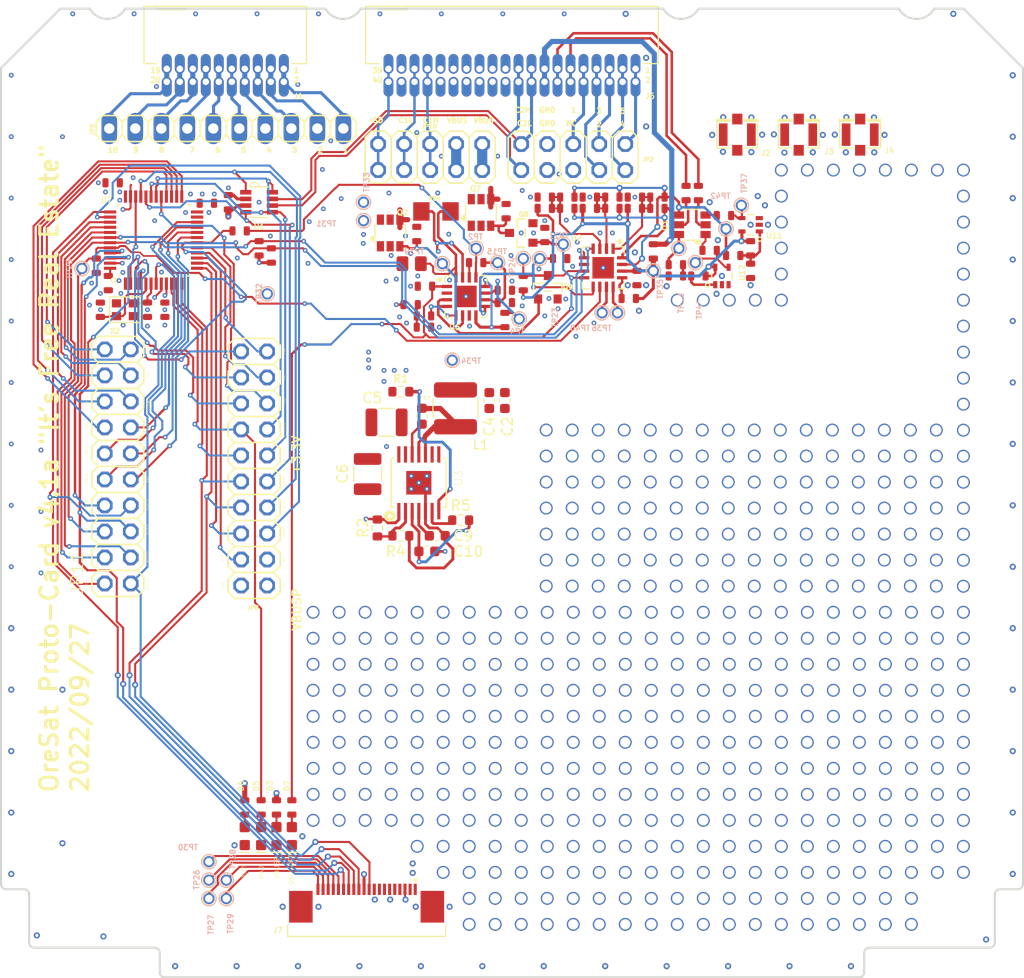
<source format=kicad_pcb>
(kicad_pcb (version 20211014) (generator pcbnew)
  (layers (0 "F.Cu" signal) (1 "In1.Cu" signal) (2 "In2.Cu" signal) (31 "B.Cu" signal) (34 "B.Paste" user) (35 "F.Paste" user) (36 "B.SilkS" user "B.Silkscreen") (37 "F.SilkS" user "F.Silkscreen") (38 "B.Mask" user) (39 "F.Mask" user) (44 "Edge.Cuts" user))
  (net 0 "")
  (net 1 "3.3V")
  (net 2 "Net-(C1-Pad1)")
  (net 3 "Net-(C7-Pad1)")
  (net 4 "Net-(C7-Pad2)")
  (net 5 "Net-(C8-Pad1)")
  (net 6 "GND")
  (net 7 "BOOT0")
  (net 8 "OPD_SDA")
  (net 9 "Net-(C9-Pad1)")
  (net 10 "Net-(C10-Pad1)")
  (net 11 "Net-(C15-Pad1)")
  (net 12 "/Power/ON{slash}~{OFF}")
  (net 13 "Net-(C18-Pad1)")
  (net 14 "Net-(C22-Pad1)")
  (net 15 "Net-(C23-Pad1)")
  (net 16 "Net-(CM1-PadRF)")
  (net 17 "Net-(CM2-PadRF)")
  (net 18 "Net-(CM3-PadRF)")
  (net 19 "Net-(D3-PadA)")
  (net 20 "Net-(D5-PadA)")
  (net 21 "Net-(D6-PadA)")
  (net 22 "Net-(D7-PadA)")
  (net 23 "/Connectors/AUX-1")
  (net 24 "/Connectors/AUX-2")
  (net 25 "/Connectors/AUX-3")
  (net 26 "/Connectors/AUX-4")
  (net 27 "/Connectors/AUX-5")
  (net 28 "/Connectors/AUX-6")
  (net 29 "/Connectors/AUX-7")
  (net 30 "/Connectors/AUX-8")
  (net 31 "/Connectors/AUX-9")
  (net 32 "/Connectors/AUX_~{SHUTDOWN}")
  (net 33 "/Connectors/SPARE5")
  (net 34 "/Connectors/SPARE4")
  (net 35 "/Connectors/SPARE3")
  (net 36 "/Connectors/SPARE2")
  (net 37 "/Connectors/SPARE1")
  (net 38 "/Connectors/CAN1_H")
  (net 39 "/Connectors/CAN1_L")
  (net 40 "/Connectors/C3-UART-TX")
  (net 41 "/Connectors/C3-UART-RX")
  (net 42 "/Connectors/~{SD}")
  (net 47 "/Microcontroller/NRESET")
  (net 48 "/Microcontroller/PA3{slash}USART2_RX")
  (net 49 "/Microcontroller/PA2{slash}USART2_TX")
  (net 50 "/Microcontroller/SWDIO")
  (net 51 "/Microcontroller/SWCLK")
  (net 52 "Net-(J7-Pad16)")
  (net 53 "Net-(J7-Pad17)")
  (net 54 "Net-(J7-Pad18)")
  (net 55 "Net-(J7-Pad19)")
  (net 56 "Net-(J7-Pad20)")
  (net 58 "/Microcontroller/PC13")
  (net 59 "/Microcontroller/PA6{slash}SPI1_MISO")
  (net 60 "/Microcontroller/PC14")
  (net 61 "/Microcontroller/PA7{slash}SPI1_MOSI")
  (net 62 "/Microcontroller/PC15")
  (net 63 "/Microcontroller/PA8")
  (net 64 "/Microcontroller/PA0")
  (net 65 "/Microcontroller/PA9{slash}CAN_SILENT")
  (net 66 "/Microcontroller/PA1")
  (net 67 "/Microcontroller/CAN_SHDN")
  (net 68 "/Microcontroller/CAN_RX")
  (net 69 "/Microcontroller/CAN_TX")
  (net 70 "/Microcontroller/PA4")
  (net 71 "/Microcontroller/PA15")
  (net 72 "/Microcontroller/PA5{slash}SPI1_SCK")
  (net 75 "PB6{slash}SCL")
  (net 76 "PB7{slash}SDA")
  (net 77 "/Microcontroller/PB8")
  (net 78 "/Microcontroller/PB9")
  (net 79 "/Microcontroller/PB0{slash}POUTPROT")
  (net 80 "/Microcontroller/PB10")
  (net 81 "/Microcontroller/PB1")
  (net 82 "/Microcontroller/PB11")
  (net 83 "/Microcontroller/PB2")
  (net 84 "/Microcontroller/PB12")
  (net 85 "/Microcontroller/PB3")
  (net 86 "/Microcontroller/PB13")
  (net 87 "/Microcontroller/PB4")
  (net 88 "/Microcontroller/PB14")
  (net 89 "/Microcontroller/PB5")
  (net 90 "/Microcontroller/PB15")
  (net 91 "Net-(Q1-Pad5)")
  (net 92 "Net-(Q1-Pad2)")
  (net 93 "Net-(Q1-Pad3)")
  (net 94 "Net-(Q1-Pad1)")
  (net 95 "/Power/PEN-SDA-FILT")
  (net 96 "/Power/PEN-SCL-FILT")
  (net 97 "Net-(Q2-Pad5)")
  (net 98 "/Power/CB_CTRL")
  (net 99 "Net-(Q7-Pad1)")
  (net 100 "/Power/~{FAULT}")
  (net 101 "Net-(R1-Pad2)")
  (net 102 "Net-(R2-Pad1)")
  (net 103 "Net-(R5-Pad1)")
  (net 104 "/Power/AD0")
  (net 105 "/Power/AD1")
  (net 106 "/Power/AD2")
  (net 107 "Net-(R61-Pad1)")
  (net 108 "/Power/CB-RESET")
  (net 109 "Net-(R66-Pad1)")
  (net 110 "Net-(R66-Pad2)")
  (net 111 "Net-(R68-Pad1)")
  (net 112 "Net-(R68-Pad2)")
  (net 113 "Net-(R72-Pad1)")
  (net 114 "Net-(R77-Pad1)")
  (net 115 "Net-(R81-Pad1)")
  (net 118 "Net-(TP36-Pad1)")
  (net 119 "Net-(TP40-Pad1)")
  (net 120 "VBUS")
  (net 121 "CAN2_L")
  (net 122 "CAN2_H")
  (net 123 "OPD_SCL")
  (net 124 "OPD_PWR")
  (net 125 "POUT")
  (net 126 "VPD")
  (net 127 "VBUSP")
  (footprint "oresat-proto-card:.0603-C-NOSILK" (layer "F.Cu") (at 139.9011 89.1036 180)
    (property "Value" "RC1005F6653CS")
    (fp_text reference "R72")
    (fp_text value "10K")
  )
  (footprint "oresat-proto-card:1X01" (layer "F.Cu") (at 145.0011 82.5036)
    (fp_text reference "TP2")
    (fp_text value "TEST-POINT-LARGE-SQUARE" hide)
  )
  (footprint "oresat-proto-card:.0603-C-NOSILK" (layer "F.Cu") (at 162.7011 77.5036 180)
    (property "Value" "RC1005F6653CS")
    (fp_text reference "R40")
    (fp_text value "NP")
  )
  (footprint "oresat-proto-card:R1206" (layer "F.Cu") (at 141.075 78.9 180)
    (property "Value" "CSR1206FTR100")
    (fp_text reference "R64")
    (fp_text value "100m")
  )
  (footprint "oresat-proto-card:2X10" (layer "F.Cu") (at 110.0011 103.8036 90)
    (property "Value" "67996-420HLF")
    (fp_text reference "JP11")
    (fp_text value "PINHD-2X10")
  )
  (footprint "oresat-proto-card:.0603-C-NOSILK" (layer "F.Cu") (at 121.9011 80.8036 180)
    (property "Value" "RC0402FR-0710KL")
    (fp_text reference "R49")
    (fp_text value "10k")
  )
  (footprint "oresat-proto-card:.0603-C-NOSILK" (layer "F.Cu") (at 153.9011 77.5036 180)
    (property "Value" "RC1005F6653CS")
    (fp_text reference "R57")
    (fp_text value "NP")
  )
  (footprint "oresat-proto-card:1X01" (layer "F.Cu") (at 134.0011 78.0036)
    (fp_text reference "TP33")
    (fp_text value "TEST-POINT-LARGE-SQUARE" hide)
  )
  (footprint "oresat-proto-card:1X01" (layer "F.Cu") (at 157.3011 88.8036)
    (fp_text reference "TP40")
    (fp_text value "TEST-POINT-LARGE-SQUARE" hide)
  )
  (footprint "oresat-proto-card:2X05" (layer "F.Cu") (at 154.4811 73.5936 180)
    (property "Value" "67997-410HLF")
    (fp_text reference "JP2")
    (fp_text value "PINHD-2X5")
  )
  (footprint "oresat-proto-card:.0603-C-NOSILK" (layer "F.Cu") (at 109.5011 76.1036)
    (property "Value" "CL05B104KO5NNNC")
    (fp_text reference "C21")
    (fp_text value "100n")
  )
  (footprint "oresat-proto-card:1X01" (layer "F.Cu") (at 153.5011 82.1036 90)
    (fp_text reference "TP21")
    (fp_text value "TEST-POINT-LARGE-SQUARE" hide)
  )
  (footprint "oresat-proto-card:J-SAMTEC-TFM-120-X1-XXX-D-RA" (layer "F.Cu") (at 148.5011 65.6096)
    (property "Value" "TFM-120-01-L-D-RA")
    (fp_text reference "J6")
    (fp_text value "J-SAMTEC-TFM-120-X1-XXX-D-RA" hide)
  )
  (footprint "Resistor_SMD:R_0603_1608Metric" (layer "F.Cu") (at 143.488 109.052)
    (fp_text reference "R5")
    (fp_text value "100K")
  )
  (footprint "oresat-proto-card:2X05" (layer "F.Cu") (at 140.5111 73.5936 180)
    (property "Value" "67997-410HLF")
    (fp_text reference "JP10")
    (fp_text value "PINHD-2X5")
  )
  (footprint "oresat-proto-card:.0603-C-NOSILK" (layer "F.Cu") (at 167.8011 82.7036 180)
    (property "Value" "RNCP0603FTD10K0")
    (fp_text reference "R77")
    (fp_text value "665k")
  )
  (footprint "oresat-proto-card:1X01" (layer "F.Cu") (at 142.665 93.43 180)
    (fp_text reference "TP34")
    (fp_text value "TEST-POINT-LARGE-SQUARE" hide)
  )
  (footprint "oresat-proto-card:SOT23-6" (layer "F.Cu") (at 145.475 79.0036)
    (property "Value" "DMP3050LVT-7")
    (fp_text reference "Q7")
    (fp_text value "MOSFET-PCH-SOT23-6" hide)
  )
  (footprint "Capacitor_SMD:C_0603_1608Metric" (layer "F.Cu") (at 141.202 110.576)
    (fp_text reference "C9")
    (fp_text value "3.3nF")
  )
  (footprint "oresat-proto-card:SOT23" (layer "F.Cu") (at 152.0011 86.3036)
    (property "Value" "PMV45EN2R")
    (fp_text reference "Q9")
    (fp_text value "PMV45EN")
  )
  (footprint "oresat-proto-card:1X01" (layer "F.Cu") (at 162.3011 84.7036)
    (fp_text reference "TP35")
    (fp_text value "TEST-POINT-LARGE-SQUARE" hide)
  )
  (footprint "oresat-proto-card:.0603-C-NOSILK" (layer "F.Cu") (at 162.7011 78.6036)
    (property "Value" "RC1005F6653CS")
    (fp_text reference "R46")
    (fp_text value "NP")
  )
  (footprint "oresat-proto-card:1X10" (layer "F.Cu") (at 120.6011 70.8036 180)
    (property "Value" "61302011121")
    (fp_text reference "JP9")
    (fp_text value "PINHD-1X10")
  )
  (footprint "oresat-proto-card:U.FL" (layer "F.Cu") (at 182.5011 71.4036 90)
    (property "Value" "1909763-1")
    (fp_text reference "J4")
    (fp_text value "U.FL")
  )
  (footprint "oresat-proto-card:.0603-C-NOSILK" (layer "F.Cu") (at 123.8011 82.5036 -90)
    (property "Value" "CRGCQ0402F2K7")
    (fp_text reference "R51")
    (fp_text value "4.7k")
  )
  (footprint "oresat-proto-card:QFN65P400X400X80-17T210" (layer "F.Cu") (at 157.4011 84.4036 -90)
    (property "Value" "MAX7310ATE")
    (fp_text reference "U2")
    (fp_text value "MAX7310ATE")
  )
  (footprint "oresat-proto-card:1X01" (layer "F.Cu") (at 120.6011 144.2036)
    (fp_text reference "TP28")
    (fp_text value "TEST-POINT-LARGE-SQUARE" hide)
  )
  (footprint "oresat-proto-card:STAND-OFF-TIGHT" (layer "F.Cu") (at 191.6011 64.6036)
    (fp_text reference "H2" hide)
    (fp_text value "STAND-OFFTIGHT")
  )
  (footprint "oresat-proto-card:1X01" (layer "F.Cu") (at 118.9011 144.2036)
    (fp_text reference "TP26")
    (fp_text value "TEST-POINT-LARGE-SQUARE" hide)
  )
  (footprint "oresat-proto-card:.0603-C-NOSILK" (layer "F.Cu") (at 158.3011 77.5036 180)
    (property "Value" "RC1005F6653CS")
    (fp_text reference "R53")
    (fp_text value "NP")
  )
  (footprint "oresat-proto-card:SOT23-8_TI-DCN" (layer "F.Cu") (at 123.8011 78.0036 -90)
    (property "Value" "TCAN330GDCNT")
    (fp_text reference "U1")
    (fp_text value "TCAN330")
  )
  (footprint "Capacitor_SMD:C_0603_1608Metric" (layer "F.Cu") (at 140.186 112.1)
    (fp_text reference "C10")
    (fp_text value "1uF")
  )
  (footprint "MaxLib:PWP14_2P31X2P46-L" (layer "F.Cu") (at 139.4 105.4 90)
    (fp_text reference "U3" hide)
    (fp_text value "TPS54226PWPRPWP14_2P31X2P46-L" hide)
  )
  (footprint "oresat-proto-card:1X01" (layer "F.Cu") (at 149.2011 89.4036)
    (fp_text reference "TP4")
    (fp_text value "TEST-POINT-LARGE-SQUARE" hide)
  )
  (footprint "oresat-proto-card:.0603-C-NOSILK" (layer "F.Cu") (at 112.9011 88.5036 -90)
    (property "Value" "CL05C200JB51PNC")
    (fp_text reference "C15")
    (fp_text value "20p")
  )
  (footprint "oresat-proto-card:.0603-C-NOSILK" (layer "F.Cu") (at 147.8011 89.5036 -90)
    (property "Value" "RC0603JR-070RL")
    (fp_text reference "R68")
    (fp_text value "0")
  )
  (footprint "oresat-proto-card:STAND-OFF-TIGHT" (layer "F.Cu") (at 104.6011 64.6036)
    (fp_text reference "H3" hide)
    (fp_text value "STAND-OFFTIGHT")
  )
  (footprint "oresat-proto-card:.0603-C-NOSILK" (layer "F.Cu") (at 147.925 78.875 90)
    (property "Value" "RNCP0603FTD10K0")
    (fp_text reference "R62")
    (fp_text value "10k")
  )
  (footprint "oresat-proto-card:SOT23-6" (layer "F.Cu") (at 136.6011 81.0036)
    (property "Value" "DMP3050LVT-7")
    (fp_text reference "Q2")
    (fp_text value "MOSFET-PCH-SOT23-6" hide)
  )
  (footprint "oresat-proto-card:SC70-5" (layer "F.Cu") (at 171.8011 80.2036 90)
    (fp_text reference "U11")
    (fp_text value "MIC842LYC5" hide)
  )
  (footprint "oresat-proto-card:1X01" (layer "F.Cu") (at 158.8011 88.8036)
    (fp_text reference "TP36")
    (fp_text value "TEST-POINT-LARGE-SQUARE" hide)
  )
  (footprint "Capacitor_SMD:C_1210_3225Metric" (layer "F.Cu") (at 136.25 99.5 180)
    (fp_text reference "C5")
    (fp_text value "100uF")
  )
  (footprint "oresat-proto-card:J-SAMTEC-TFM-110-X1-XXX-D-RA" (layer "F.Cu") (at 120.5011 65.6096)
    (property "Value" "TFM-110-01-L-D-RA ")
    (fp_text reference "J1")
    (fp_text value "J-SAMTEC-TFM-110-X1-XXX-D-RA" hide)
  )
  (footprint "oresat-proto-card:.0603-C-NOSILK" (layer "F.Cu") (at 160.7011 85.4036 90)
    (property "Value" "C0603C104K4PAC7867")
    (fp_text reference "C3")
    (fp_text value "100n")
  )
  (footprint "oresat-proto-card:.0603-C-NOSILK" (layer "F.Cu") (at 151.7011 81.2036 -90)
    (property "Value" "RNCP0603FTD10K0")
    (fp_text reference "R63")
    (fp_text value "10k")
  )
  (footprint "MaxLib:L_2141" (layer "F.Cu") (at 142.98 98.13 90)
    (fp_text reference "L1")
    (fp_text value "3.3uH")
  )
  (footprint "oresat-proto-card:LED-0603" (layer "F.Cu") (at 125.5011 139.9036 -90)
    (property "Value" "SML-E12M8WT86")
    (fp_text reference "D3")
    (fp_text value "GREEN")
  )
  (footprint "Capacitor_SMD:C_1210_3225Metric" (layer "F.Cu") (at 134.4 104.55 -90)
    (fp_text reference "C6")
    (fp_text value "100uF")
  )
  (footprint "Resistor_SMD:R_0603_1608Metric" (layer "F.Cu") (at 137.646 110.576 180)
    (fp_text reference "R4")
    (fp_text value "22.1K")
  )
  (footprint "oresat-proto-card:1X01" (layer "F.Cu") (at 118.9011 142.4036)
    (fp_text reference "TP30")
    (fp_text value "TEST-POINT-LARGE-SQUARE" hide)
  )
  (footprint "oresat-proto-card:.0603-C-NOSILK" (layer "F.Cu") (at 108.3011 88.5036 90)
    (property "Value" "CL05C200JB51PNC")
    (fp_text reference "C18")
    (fp_text value "20p")
  )
  (footprint "oresat-proto-card:.0603-C-NOSILK" (layer "F.Cu") (at 156.1011 78.6036 180)
    (property "Value" "RC1005F6653CS")
    (fp_text reference "R52")
    (fp_text value "NP")
  )
  (footprint "oresat-proto-card:1X01" (layer "F.Cu") (at 141.7011 84.0036)
    (fp_text reference "TP39")
    (fp_text value "TEST-POINT-LARGE-SQUARE" hide)
  )
  (footprint "oresat-proto-card:.0603-C-NOSILK" (layer "F.Cu") (at 171.8011 82.5036 90)
    (property "Value" "RC0603FR-071ML")
    (fp_text reference "R83")
    (fp_text value "1M")
  )
  (footprint "oresat-proto-card:.0603-C-NOSILK" (layer "F.Cu") (at 147.8011 86.6036 180)
    (property "Value" "RC1005F6653CS")
    (fp_text reference "R69")
    (fp_text value "NP")
  )
  (footprint "oresat-proto-card:.0603-C-NOSILK" (layer "F.Cu") (at 118.7011 78.1036 180)
    (property "Value" "CL05B104KO5NNNC")
    (fp_text reference "C14")
    (fp_text value "100n")
  )
  (footprint "oresat-proto-card:.0603-C-NOSILK" (layer "F.Cu") (at 138.6011 88.0036 180)
    (fp_text reference "C8")
    (fp_text value "1u")
  )
  (footprint "oresat-proto-card:1X01" (layer "F.Cu") (at 151.2011 83.5036)
    (fp_text reference "TP23")
    (fp_text value "TEST-POINT-LARGE-SQUARE" hide)
  )
  (footprint "oresat-proto-card:1X01" (layer "F.Cu") (at 149.6011 83.5036)
    (fp_text reference "TP24")
    (fp_text value "TEST-POINT-LARGE-SQUARE" hide)
  )
  (footprint "oresat-proto-card:.0603-C-NOSILK" (layer "F.Cu") (at 156.1011 77.5036)
    (property "Value" "RC1005F6653CS")
    (fp_text reference "R54")
    (fp_text value "NP")
  )
  (footprint "oresat-proto-card:1X01" (layer "F.Cu") (at 166.4011 83.9036)
    (fp_text reference "TP41")
    (fp_text value "TEST-POINT-LARGE-SQUARE" hide)
  )
  (footprint "oresat-proto-card:.0603-C-NOSILK" (layer "F.Cu") (at 145.0011 83.9036 180)
    (property "Value" "RC0603JR-070RL")
    (fp_text reference "R66")
    (fp_text value "0")
  )
  (footprint "oresat-proto-card:.0603-C-NOSILK" (layer "F.Cu") (at 169.2011 79.3036 180)
    (property "Value" "RNCP0603FTD10K0")
    (fp_text reference "R81")
    (fp_text value "665k")
  )
  (footprint "oresat-proto-card:1X01" (layer "F.Cu") (at 106.5 84.475 -90)
    (fp_text reference "TP25")
    (fp_text value "TEST-POINT-LARGE-SQUARE" hide)
  )
  (footprint "oresat-proto-card:.0603-C-NOSILK" (layer "F.Cu") (at 162.3011 82.8036 -90)
    (property "Value" "RC0603FR-0710RL")
    (fp_text reference "R24")
    (fp_text value "10")
  )
  (footprint "oresat-proto-card:SC70-5" (layer "F.Cu") (at 169.0011 85.2036)
    (fp_text reference "U12")
    (fp_text value "MIC842LYC5" hide)
  )
  (footprint "oresat-proto-card:CRYSTAL_2.5X2" (layer "F.Cu") (at 110.7011 88.5036)
    (property "Value" "ECS-160-10-36Q-ES-TR")
    (fp_text reference "X2")
    (fp_text value "16MHZ-2.5x2mm")
  )
  (footprint "oresat-proto-card:.0603-C-NOSILK" (layer "F.Cu") (at 164.5011 84.1036 180)
    (property "Value" "CRGCQ0603F330K")
    (fp_text reference "R78")
    (fp_text value "330k")
  )
  (footprint "oresat-proto-card:1X01" (layer "F.Cu") (at 169.4011 80.6036)
    (fp_text reference "TP37")
    (fp_text value "TEST-POINT-LARGE-SQUARE" hide)
  )
  (footprint "Resistor_SMD:R_0603_1608Metric" (layer "F.Cu") (at 137.646 96.5044)
    (fp_text reference "R1")
    (fp_text value "73.2K")
  )
  (footprint "oresat-proto-card:SOT23" (layer "F.Cu") (at 149.4011 81.0036 90)
    (property "Value" "PMV45EN2R")
    (fp_text reference "Q8")
    (fp_text value "PMV45EN")
  )
  (footprint "oresat-proto-card:U.FL" (layer "F.Cu") (at 176.5011 71.4036 90)
    (property "Value" "1909763-1")
    (fp_text reference "J3")
    (fp_text value "U.FL")
  )
  (footprint "oresat-proto-card:.0603-C-NOSILK" (layer "F.Cu") (at 158.3011 78.6036)
    (property "Value" "RC1005F6653CS")
    (fp_text reference "R55")
    (fp_text value "NP")
  )
  (footprint "oresat-proto-card:.0603-C-NOSILK" (layer "F.Cu") (at 171.8011 84.7036 -90)
    (property "Value" "CC0603KRX5R7BB105")
    (fp_text reference "C23")
    (fp_text value "1u")
  )
  (footprint "oresat-proto-card:.0603-C-NOSILK" (layer "F.Cu") (at 160.5011 78.6036 180)
    (property "Value" "RC1005F6653CS")
    (fp_text reference "R39")
    (fp_text value "NP")
  )
  (footprint "oresat-proto-card:.0603-C-NOSILK" (layer "F.Cu") (at 166.7011 77.1036 -90)
    (property "Value" "RC0603FR-07100RL ")
    (fp_text reference "R80")
    (fp_text value "100")
  )
  (footprint "oresat-proto-card:1X01" (layer "F.Cu") (at 164.8011 82.5036)
    (fp_text reference "TP38")
    (fp_text value "TEST-POINT-LARGE-SQUARE" hide)
  )
  (footprint "oresat-proto-card:.0603-C-NOSILK" (layer "F.Cu") (at 149.6011 85.9036 -90)
    (property "Value" "RNCP0603FTD10K0")
    (fp_text reference "R73")
    (fp_text value "10k")
  )
  (footprint "Capacitor_SMD:C_0603_1608Metric" (layer "F.Cu") (at 146.282 97.368 90)
    (fp_text reference "C4")
    (fp_text value "22uF")
  )
  (footprint "oresat-proto-card:1X01" (layer "F.Cu") (at 120.6011 146.0036)
    (fp_text reference "TP29")
    (fp_text value "TEST-POINT-LARGE-SQUARE" hide)
  )
  (footprint "oresat-proto-card:.0603-C-NOSILK" (layer "F.Cu") (at 165.5011 77.1036 -90)
    (property "Value" "RC0603FR-07100RL ")
    (fp_text reference "R60")
    (fp_text value "100")
  )
  (footprint "oresat-proto-card:.0805-B-NOSILK" (layer "F.Cu") (at 138.7011 84.0036 180)
    (property "Value" "CL21B106KOQNNNG")
    (fp_text reference "C1")
    (fp_text value "10u")
  )
  (footprint "oresat-proto-card:.0603-C-NOSILK" (layer "F.Cu") (at 107.9011 84.2036 90)
    (property "Value" "RC0402FR-0710KL")
    (fp_text reference "R47")
    (fp_text value "10k")
  )
  (footprint "oresat-proto-card:1X01" (layer "F.Cu") (at 134.0011 79.8036)
    (fp_text reference "TP31")
    (fp_text value "TEST-POINT-LARGE-SQUARE" hide)
  )
  (footprint "oresat-proto-card:.0603-C-NOSILK" (layer "F.Cu") (at 139.9011 90.2036 180)
    (property "Value" "RC1005F6653CS")
    (fp_text reference "R71")
    (fp_text value "100k")
  )
  (footprint "oresat-proto-card:2X10" (layer "F.Cu") (at 123.3211 104.0036 -90)
    (property "Value" "67996-420HLF")
    (fp_text reference "JP8")
    (fp_text value "PINHD-2X10")
  )
  (footprint "oresat-proto-card:.0603-C-NOSILK" (layer "F.Cu") (at 120.8011 78.0036 -90)
    (property "Value" "CL05B104KO5NNNC")
    (fp_text reference "C19")
    (fp_text value "100n")
  )
  (footprint "oresat-proto-card:.0603-C-NOSILK" (layer "F.Cu") (at 166.7011 85.2036)
    (property "Value" "RC0603FR-071ML")
    (fp_text reference "R79")
    (fp_text value "1M")
  )
  (footprint "oresat-proto-card:.0603-C-NOSILK" (layer "F.Cu") (at 122.4011 137.1036 90)
    (property "Value" "ERA-3AEB272V")
    (fp_text reference "R17")
    (fp_text value "2.7k")
  )
  (footprint "Capacitor_SMD:C_0603_1608Metric" (layer "F.Cu") (at 139.7 98.9 -90)
    (fp_text reference "C7")
    (fp_text value "0.1uF")
  )
  (footprint "oresat-proto-card:.0603-C-NOSILK" (layer "F.Cu") (at 124.0011 137.1036 90)
    (property "Value" "CRGCQ0402F2K7")
    (fp_text reference "R48")
    (fp_text value "2.7k")
  )
  (footprint "" (layer "F.Cu") (at 103.886 147.574)
    (fp_text reference "")
    (fp_text value "")
  )
  (footprint "oresat-proto-card:LED-0603" (layer "F.Cu") (at 122.4011 139.9036 -90)
    (property "Value" "SML-E12M8WT86")
    (fp_text reference "D6")
    (fp_text value "GREEN")
  )
  (footprint "oresat-proto-card:.0603-C-NOSILK" (layer "F.Cu") (at 114.6011 88.5036 90)
    (property "Value" "CL05B104KO5NNNC")
    (fp_text reference "C20")
    (fp_text value "100n")
  )
  (footprint "oresat-proto-card:1X01" (layer "F.Cu") (at 118.9011 146.0036)
    (fp_text reference "TP27")
    (fp_text value "TEST-POINT-LARGE-SQUARE" hide)
  )
  (footprint "oresat-proto-card:.0603-C-NOSILK" (layer "F.Cu") (at 127.0011 137.1036 90)
    (property "Value" "ERA-3AEB272V")
    (fp_text reference "R76")
    (fp_text value "2.7k")
  )
  (footprint "oresat-proto-card:STM32F091C" (layer "F.Cu") (at 113.5011 81.7036)
    (property "Value" "STM32F042K6T7")
    (fp_text reference "U7")
    (fp_text value "STM32F091C" hide)
  )
  (footprint "oresat-proto-card:.0603-C-NOSILK" (layer "F.Cu") (at 153.9011 78.6036)
    (property "Value" "RC1005F6653CS")
    (fp_text reference "R59")
    (fp_text value "NP")
  )
  (footprint "oresat-proto-card:1X01" (layer "F.Cu") (at 170.9011 78.3036)
    (fp_text reference "TP42")
    (fp_text value "TEST-POINT-LARGE-SQUARE" hide)
  )
  (footprint "oresat-proto-card:.0603-C-NOSILK" (layer "F.Cu") (at 159.9011 87.4036)
    (property "Value" "RNCP0603FTD10K0")
    (fp_text reference "R61")
    (fp_text value "10k")
  )
  (footprint "oresat-proto-card:.0603-C-NOSILK" (layer "F.Cu") (at 151.7011 77.5036)
    (property "Value" "RC1005F6653CS")
    (fp_text reference "R58")
    (fp_text value "NP")
  )
  (footprint "oresat-proto-card:TE_2-1734592-0" (layer "F.Cu") (at 134.3011 146.8036 180)
    (fp_text reference "J7")
    (fp_text value "ORESAT-DEBUG-CONNECTOR-ALL")
  )
  (footprint "oresat-proto-card:SOT23-6" (layer "F.Cu") (at 166.1011 80.2036 90)
    (property "Value" "DMP2240UDM")
    (fp_text reference "Q1")
    (fp_text value "DMP2240UDM" hide)
  )
  (footprint "oresat-proto-card:.0603-C-NOSILK" (layer "F.Cu") (at 164.5011 85.2036 180)
    (property "Value" "CC0603KRX5R7BB105")
    (fp_text reference "C22")
    (fp_text value "1u")
  )
  (footprint "oresat-proto-card:.0603-C-NOSILK" (layer "F.Cu") (at 160.5011 77.5036)
    (property "Value" "RC1005F6653CS")
    (fp_text reference "R45")
    (fp_text value "NP")
  )
  (footprint "oresat-proto-card:.0603-C-NOSILK" (layer "F.Cu") (at 147.8011 87.8036 180)
    (property "Value" "RC1005F6653CS")
    (fp_text reference "R67")
    (fp_text value "NP")
  )
  (footprint "" (layer "F.Cu") (at 192.024 147.32)
    (fp_text reference "")
    (fp_text value "")
  )
  (footprint "Resistor_SMD:R_0603_1608Metric" (layer "F.Cu") (at 135.36 109.814 90)
    (fp_text reference "R2")
    (fp_text value "73.2K")
  )
  (footprint "Capacitor_SMD:C_0603_1608Metric" (layer "F.Cu") (at 147.806 97.368 90)
    (fp_text reference "C2")
    (fp_text value "22uF")
  )
  (footprint "oresat-proto-card:.0603-C-NOSILK" (layer "F.Cu") (at 151.7011 78.6036 180)
    (property "Value" "RC1005F6653CS")
    (fp_text reference "R56")
    (fp_text value "NP")
  )
  (footprint "oresat-proto-card:.0603-C-NOSILK" (layer "F.Cu") (at 139.2011 81.1036 90)
    (property "Value" "RNCP0603FTD10K0")
    (fp_text reference "R70")
    (fp_text value "10k")
  )
  (footprint "oresat-proto-card:.0603-C-NOSILK" (layer "F.Cu") (at 125.0011 83.2036 -90)
    (property "Value" "CRGCQ0402F2K7")
    (fp_text reference "R50")
    (fp_text value "4.7k")
  )
  (footprint "oresat-proto-card:.0603-C-NOSILK" (layer "F.Cu") (at 125.5011 137.1036 90)
    (property "Value" "ERA-3AEB272V")
    (fp_text reference "R3")
    (fp_text value "2.7k")
  )
  (footprint "oresat-proto-card:LED-0603" (layer "F.Cu") (at 127.0011 139.9036 -90)
    (property "Value" "IN-S63AT5A")
    (fp_text reference "D7")
    (fp_text value "AMBER")
  )
  (footprint "oresat-proto-card:.0603-C-NOSILK" (layer "F.Cu") (at 109.075 85.9 90)
    (property "Value" "CL05B104KO5NNNC")
    (fp_text reference "C13")
    (fp_text value "100n")
  )
  (footprint "oresat-proto-card:1X01" (layer "F.Cu") (at 124.6 86.95 180)
    (fp_text reference "TP32")
    (fp_text value "TEST-POINT-LARGE-SQUARE" hide)
  )
  (footprint "oresat-proto-card:.0603-C-NOSILK" (layer "F.Cu") (at 153.2011 83.5036 180)
    (property "Value" "RNCP0603FTD10K0")
    (fp_text reference "R65")
    (fp_text value "10k")
  )
  (footprint "oresat-proto-card:QFN65P400X400X80-17T210" (layer "F.Cu") (at 144.0011 87.2036)
    (property "Value" "MAX4211FETE")
    (fp_text reference "U6")
    (fp_text value "MAX4211FETE")
  )
  (footprint "oresat-proto-card:1X01" (layer "F.Cu") (at 147.1011 83.9036)
    (fp_text reference "TP15")
    (fp_text value "TEST-POINT-LARGE-SQUARE" hide)
  )
  (footprint "oresat-proto-card:U.FL" (layer "F.Cu") (at 170.5011 71.4036 90)
    (property "Value" "1909763-1")
    (fp_text reference "J2")
    (fp_text value "U.FL")
  )
  (footprint "oresat-proto-card:LED-0603" (layer "F.Cu") (at 124.0011 139.9036 -90)
    (property "Value" "IN-S63AT5A")
    (fp_text reference "D5")
    (fp_text value "AMBER")
  )
  (footprint "oresat-proto-card:.0603-C-NOSILK" (layer "F.Cu") (at 170.1011 83.2036 180)
    (property "Value" "CRGCQ0603F330K")
    (fp_text reference "R82")
    (fp_text value "330k")
  )
  (footprint "oresat-proto-card:.0603-C-NOSILK" (layer "F.Cu") (at 140.0011 86.2036 180)
    (property "Value" "CC0603KRX5R7BB105")
    (fp_text reference "C17")
    (fp_text value "1u")
  )
  (gr_arc (start 182.9 153.2) (mid 182.753553 153.553553) (end 182.4 153.7) (layer "Edge.Cuts") (width 0.2))
  (gr_line (start 182.9 151.3) (end 182.9 153.2) (layer "Edge.Cuts") (width 0.2))
  (gr_line (start 114.1 153.2) (end 114.1 151.3) (layer "Edge.Cuts") (width 0.2))
  (gr_arc (start 182.9 151.3) (mid 183.046447 150.946447) (end 183.4 150.8) (layer "Edge.Cuts") (width 0.2))
  (gr_line (start 110.732051 59.1) (end 130.267949 59.1) (layer "Edge.Cuts") (width 0.2))
  (gr_line (start 104.4 59.1) (end 107.267949 59.1) (layer "Edge.Cuts") (width 0.2))
  (gr_line (start 101.85 150.8) (end 113.6 150.8) (layer "Edge.Cuts") (width 0.2))
  (gr_arc (start 113.6 150.8) (mid 113.953553 150.946447) (end 114.1 151.3) (layer "Edge.Cuts") (width 0.2))
  (gr_line (start 101.35 150.3) (end 101.35 145.6) (layer "Edge.Cuts") (width 0.2))
  (gr_arc (start 195.65 145.6) (mid 195.796447 145.246447) (end 196.15 145.1) (layer "Edge.Cuts") (width 0.2))
  (gr_line (start 100.85 145.1) (end 99.1 145.1) (layer "Edge.Cuts") (width 0.2))
  (gr_arc (start 110.732051 59.1) (mid 109 60.1) (end 107.267949 59.1) (layer "Edge.Cuts") (width 0.2))
  (gr_line (start 192.6 59.1) (end 198.4 64.9) (layer "Edge.Cuts") (width 0.2))
  (gr_line (start 183.4 150.8) (end 195.15 150.8) (layer "Edge.Cuts") (width 0.2))
  (gr_arc (start 101.85 150.8) (mid 101.496447 150.653553) (end 101.35 150.3) (layer "Edge.Cuts") (width 0.2))
  (gr_line (start 98.6 144.6) (end 98.6 64.9) (layer "Edge.Cuts") (width 0.2))
  (gr_arc (start 114.6 153.7) (mid 114.246447 153.553553) (end 114.1 153.2) (layer "Edge.Cuts") (width 0.2))
  (gr_line (start 198.4 64.9) (end 198.4 144.6) (layer "Edge.Cuts") (width 0.2))
  (gr_line (start 166.732051 59.1) (end 186.267949 59.1) (layer "Edge.Cuts") (width 0.2))
  (gr_line (start 195.65 145.6) (end 195.65 150.3) (layer "Edge.Cuts") (width 0.2))
  (gr_line (start 182.4 153.7) (end 114.6 153.7) (layer "Edge.Cuts") (width 0.2))
  (gr_arc (start 166.732051 59.1) (mid 165 60.1) (end 163.267949 59.1) (layer "Edge.Cuts") (width 0.2))
  (gr_line (start 133.732051 59.1) (end 163.267949 59.1) (layer "Edge.Cuts") (width 0.2))
  (gr_line (start 197.9 145.1) (end 196.15 145.1) (layer "Edge.Cuts") (width 0.2))
  (gr_line (start 98.6 64.9) (end 104.4 59.1) (layer "Edge.Cuts") (width 0.2))
  (gr_arc (start 189.732051 59.1) (mid 188 60.1) (end 186.267949 59.1) (layer "Edge.Cuts") (width 0.2))
  (gr_arc (start 198.4 144.6) (mid 198.253553 144.953553) (end 197.9 145.1) (layer "Edge.Cuts") (width 0.2))
  (gr_arc (start 195.65 150.3) (mid 195.503553 150.653553) (end 195.15 150.8) (layer "Edge.Cuts") (width 0.2))
  (gr_arc (start 100.85 145.1) (mid 101.203553 145.246447) (end 101.35 145.6) (layer "Edge.Cuts") (width 0.2))
  (gr_line (start 189.732051 59.1) (end 192.6 59.1) (layer "Edge.Cuts") (width 0.2))
  (gr_arc (start 99.1 145.1) (mid 98.746447 144.953553) (end 98.6 144.6) (layer "Edge.Cuts") (width 0.2))
  (gr_arc (start 133.732051 59.1) (mid 132 60.1) (end 130.267949 59.1) (layer "Edge.Cuts") (width 0.2))
  (gr_text "PB3" (at 113.1011 97.9036 90) (layer "F.SilkS") (effects (font (size 0.23 0.23) (thickness 0.02)) (justify left bottom)))
  (gr_text "2" (at 157.3411 70.1036) (layer "F.SilkS") (effects (font (size 0.508 0.508) (thickness 0.127)) (justify right top)))
  (gr_text "PA7" (at 126.4011 95.4036 90) (layer "F.SilkS") (effects (font (size 0.23 0.23) (thickness 0.02)) (justify left bottom)))
  (gr_text "VBUS" (at 146.8011 69.7036) (layer "F.SilkS") (effects (font (size 0.508 0.508) (thickness 0.127)) (justify right top)))
  (gr_text "PA2" (at 120.4011 105.6036 90) (layer "F.SilkS") (effects (font (size 0.23 0.23) (thickness 0.02)) (justify left bottom)))
  (gr_text "PB0" (at 113.1011 105.4036 90) (layer "F.SilkS") (effects (font (size 0.23 0.23) (thickness 0.02)) (justify left bottom)))
  (gr_text "PB15" (at 107.1011 92.7036 90) (layer "F.SilkS") (effects (font (size 0.23 0.23) (thickness 0.02)) (justify left bottom)))
  (gr_text "PB10" (at 107.1011 105.4036 90) (layer "F.SilkS") (effects (font (size 0.23 0.23) (thickness 0.02)) (justify left bottom)))
  (gr_text "PB9" (at 107.1011 107.8036 90) (layer "F.SilkS") (effects (font (size 0.23 0.23) (thickness 0.02)) (justify left bottom)))
  (gr_text "PC14" (at 120.4011 95.5036 90) (layer "F.SilkS") (effects (font (size 0.23 0.23) (thickness 0.02)) (justify left bottom)))
  (gr_text "GND" (at 120.4011 115.8036 90) (layer "F.SilkS") (effects (font (size 0.23 0.23) (thickness 0.02)) (justify left bottom)))
  (gr_text "NC" (at 154.9011 70.0036) (layer "F.SilkS") (effects (font (size 0.508 0.508) (thickness 0.127)) (justify right top)))
  (gr_text "PB1" (at 113.1011 102.8036 90) (layer "F.SilkS") (effects (font (size 0.23 0.23) (thickness 0.02)) (justify left bottom)))
  (gr_text "8" (at 114.6011 72.6036) (layer "F.SilkS") (effects (font (size 0.508 0.508) (thickness 0.127)) (justify right top)))
  (gr_text "PB2" (at 113.1011 100.3036 90) (layer "F.SilkS") (effects (font (size 0.23 0.23) (thickness 0.02)) (justify left bottom)))
  (gr_text "PC13" (at 120.4011 92.9036 90) (layer "F.SilkS") (effects (font (size 0.23 0.23) (thickness 0.02)) (justify left bottom)))
  (gr_text "2022/09/27" (at 107.3011 135.8036 90) (layer "F.SilkS") (effects (font (size 1.7 1.7) (thickness 0.3)) (justify left bottom)))
  (gr_text "NC" (at 126.4011 115.6036 90) (layer "F.SilkS") (effects (font (size 0.23 0.23) (thickness 0.02)) (justify left bottom)))
  (gr_text "PB4" (at 113.1011 95.2036 90) (layer "F.SilkS") (effects (font (size 0.23 0.23) (thickness 0.02)) (justify left bottom)))
  (gr_text "PA3" (at 120.4011 108.0036 90) (layer "F.SilkS") (effects (font (size 0.23 0.23) (thickness 0.02)) (justify left bottom)))
  (gr_text "PA1" (at 120.4011 102.9036 90) (layer "F.SilkS") (effects (font (size 0.23 0.23) (thickness 0.02)) (justify left bottom)))
  (gr_text "10" (at 110.1011 72.6036) (layer "F.SilkS") (effects (font (size 0.508 0.508) (thickness 0.127)) (justify right top)))
  (gr_text "1" (at 154.8411 68.7036) (layer "F.SilkS") (effects (font (size 0.508 0.508) (thickness 0.127)) (justify right top)))
  (gr_text "PB8" (at 107.1011 110.5036 90) (layer "F.SilkS") (effects (font (size 0.23 0.23) (thickness 0.02)) (justify left bottom)))
  (gr_text "+3.3V" (at 127.9611 104.7036 90) (layer "F.SilkS") (effects (font (size 0.85 0.85)) (justify left bottom)))
  (gr_text "6" (at 120.1011 72.6036) (layer "F.SilkS") (effects (font (size 0.508 0.508) (thickness 0.127)) (justify right top)))
  (gr_text "4" (at 125.1011 72.6036) (layer "F.SilkS") (effects (font (size 0.508 0.508) (thickness 0.127)) (justify right top)))
  (gr_text "NRESET" (at 113.1011 115.9036 90) (layer "F.SilkS") (effects (font (size 0.23 0.23) (thickness 0.02)) (justify left bottom)))
  (gr_text "ON/~OFF" (at 127.225 144.7 90) (layer "F.SilkS") (effects (font (size 0.46 0.46) (thickness 0.04)) (justify left bottom)))
  (gr_text "SWCLK" (at 113.1011 108.1036 90) (layer "F.SilkS") (effects (font (size 0.23 0.23) (thickness 0.02)) (justify left bottom)))
  (gr_text "C1H" (at 141.4011 69.7036) (layer "F.SilkS") (effects (font (size 0.508 0.508) (thickness 0.127)) (justify right top)))
  (gr_text "VBUSP" (at 127.9811 119.9436 90) (layer "F.SilkS") (effects (font (size 0.85 0.85)) (justify left bottom)))
  (gr_text "GND" (at 152.8011 70.0036) (layer "F.SilkS") (effects (font (size 0.508 0.508) (thickness 0.127)) (justify right top)))
  (gr_text "2" (at 130.1011 72.6036) (layer "F.SilkS") (effects (font (size 0.508 0.508) (thickness 0.127)) (justify right top)))
  (gr_text "3" (at 127.6011 72.6036) (layer "F.SilkS") (effects (font (size 0.508 0.508) (thickness 0.127)) (justify right top)))
  (gr_text "VBUS" (at 144.2011 69.7036) (layer "F.SilkS") (effects (font (size 0.508 0.508) (thickness 0.127)) (justify right top)))
  (gr_text "PB14" (at 107.1011 95.3036 90) (layer "F.SilkS") (effects (font (size 0.23 0.23) (thickness 0.02)) (justify left bottom)))
  (gr_text "VBUSP" (at 125.8011 144.1036 90) (layer "F.SilkS") (effects (font (size 0.46 0.46) (thickness 0.04)) (justify left bottom)))
  (gr_text "C2H" (at 150.4011 68.7036) (layer "F.SilkS") (effects (font (size 0.508 0.508) (thickness 0.127)) (justify right top)))
  (gr_text "3.3V" (at 122.6011 144.1036 90) (layer "F.SilkS") (effects (font (size 0.46 0.46) (thickness 0.04)) (justify left bottom)))
  (gr_text "PA4" (at 120.4011 110.7036 90) (layer "F.SilkS") (effects (font (size 0.23 0.23) (thickness 0.02)) (justify left bottom)))
  (gr_text "5" (at 122.6011 72.6036) (layer "F.SilkS") (effects (font (size 0.508 0.508) (thickness 0.127)) (justify right top)))
  (gr_text "4" (at 159.6411 70.1036) (layer "F.SilkS") (effects (font (size 0.508 0.508) (thickness 0.127)) (justify right top)))
  (gr_text "GND" (at 152.8011 68.7036) (layer "F.SilkS") (effects (font (size 0.508 0.508) (thickness 0.127)) (justify right top)))
  (gr_text "SCL" (at 107.1011 115.6036 90) (layer "F.SilkS") (effects (font (size 0.23 0.23) (thickness 0.02)) (justify left bottom)))
  (gr_text "PA6" (at 126.4011 92.9036 90) (layer "F.SilkS") (effects (font (size 0.23 0.23) (thickness 0.02)) (justify left bottom)))
  (gr_text "9" (at 112.1011 72.6036) (layer "F.SilkS") (effects (font (size 0.508 0.508) (thickness 0.127)) (justify right top)))
  (gr_text "PB6" (at 113.1011 92.7036 90) (layer "F.SilkS") (effects (font (size 0.23 0.23) (thickness 0.02)) (justify left bottom)))
  (gr_text "CANTX" (at 126.4011 108.3036 90) (layer "F.SilkS") (effects (font (size 0.23 0.23) (thickness 0.02)) (justify left bottom)))
  (gr_text "C2L" (at 150.5011 70.0036) (layer "F.SilkS") (effects (font (size 0.508 0.508) (thickness 0.127)) (justify right top)))
  (gr_text "PC15" (at 120.4011 98.1036 90) (layer "F.SilkS") (effects (font (size 0.23 0.23) (thickness 0.02)) (justify left bottom)))
  (gr_text "CANRX" (at 126.4011 105.9036 90) (layer "F.SilkS") (effects (font (size 0.23 0.23) (thickness 0.02)) (justify left bottom)))
  (gr_text "OreSat Proto-Card v4.1a {dblquote}It's Free Real Estate{dblquote}" (at 104.3011 135.8036 90) (layer "F.SilkS") (effects (font (size 1.7 1.7) (thickness 0.3)) (justify left bottom)))
  (gr_text "5" (at 159.6411 68.8036) (layer "F.SilkS") (effects (font (size 0.508 0.508) (thickness 0.127)) (justify right top)))
  (gr_text "SWDIO" (at 113.1011 110.5036 90) (layer "F.SilkS") (effects (font (size 0.23 0.23) (thickness 0.02)) (justify left bottom)))
  (gr_text "BOOT0" (at 113.1011 113.2036 90) (layer "F.SilkS") (effects (font (size 0.23 0.23) (thickness 0.02)) (justify left bottom)))
  (gr_text "PA0" (at 120.4011 100.5036 90) (layer "F.SilkS") (effects (font (size 0.23 0.23) (thickness 0.02)) (justify left bottom)))
  (gr_text "CANSILENT" (at 126.4011 101.2036 90) (layer "F.SilkS") (effects (font (size 0.23 0.23) (thickness 0.02)) (justify left bottom)))
  (gr_text "1" (at 132.6011 72.6036) (layer "F.SilkS") (effects (font (size 0.508 0.508) (thickness 0.127)) (justify right top)))
  (gr_text "SDA" (at 107.1011 112.9036 90) (layer "F.SilkS") (effects (font (size 0.23 0.23) (thickness 0.02)) (justify left bottom)))
  (gr_text "POUT" (at 126.4011 97.9036 90) (layer "F.SilkS") (effects (font (size 0.23 0.23) (thickness 0.02)) (justify left bottom)))
  (gr_text "PB13" (at 107.1011 97.9036 90) (layer "F.SilkS") (effects (font (size 0.23 0.23) (thickness 0.02)) (justify left bottom)))
  (gr_text "3" (at 157.3411 68.8036) (layer "F.SilkS") (effects (font (size 0.508 0.508) (thickness 0.127)) (justify right top)))
  (gr_text "C1L" (at 138.9011 69.7036) (layer "F.SilkS") (effects (font (size 0.508 0.508) (thickness 0.127)) (justify right top)))
  (gr_text "CANSHDN" (at 126.4011 103.6036 90) (layer "F.SilkS") (effects (font (size 0.23 0.23) (thickness 0.02)) (justify left bottom)))
  (gr_text "PA15" (at 126.4011 110.7036 90) (layer "F.SilkS") (effects (font (size 0.23 0.23) (thickness 0.02)) (justify left bottom)))
  (gr_text "PA5" (at 120.4011 113.1036 90) (layer "F.SilkS") (effects (font (size 0.23 0.23) (thickness 0.02)) (justify left bottom)))
  (gr_text "~SD" (at 136.0011 69.7036) (layer "F.SilkS") (effects (font (size 0.508 0.508) (thickness 0.127)) (justify right top)))
  (gr_text "NC" (at 126.4011 113.1036 90) (layer "F.SilkS") (effects (font (size 0.23 0.23) (thickness 0.02)) (justify left bottom)))
  (gr_text "PB12" (at 107.1011 100.3036 90) (layer "F.SilkS") (effects (font (size 0.23 0.23) (thickness 0.02)) (justify left bottom)))
  (gr_text "7" (at 117.6011 72.6036) (layer "F.SilkS") (effects (font (size 0.508 0.508) (thickness 0.127)) (justify right top)))
  (gr_text "PB11" (at 107.1011 102.7036 90) (layer "F.SilkS") (effects (font (size 0.23 0.23) (thickness 0.02)) (justify left bottom)))
  (gr_text "PA0" (at 124.3011 144.1036 90) (layer "F.SilkS") (effects (font (size 0.46 0.46) (thickness 0.04)) (justify left bottom)))
  (segment (start 137.55 80.475) (end 137.55 79.7047) (width 0.508) (layer "F.Cu") (net 0))
  (segment (start 146.425 77.7036) (end 146.425 76.65) (width 0.508) (layer "F.Cu") (net 0))
  (segment (start 137.55 79.7047) (end 137.5511 79.7036) (width 0.508) (layer "F.Cu") (net 0))
  (segment (start 137.5511 79.7036) (end 138.3214 79.7036) (width 0.508) (layer "F.Cu") (net 0))
  (segment (start 147.1214 77.7036) (end 147.125 77.7) (width 0.508) (layer "F.Cu") (net 0))
  (segment (start 146.425 77.7036) (end 147.1214 77.7036) (width 0.508) (layer "F.Cu") (net 0))
  (segment (start 146.425 77.7036) (end 146.425 78.475) (width 0.508) (layer "F.Cu") (net 0))
  (segment (start 137.5511 79.7036) (end 137.5511 78.7511) (width 0.508) (layer "F.Cu") (net 0))
  (segment (start 137.5511 78.7511) (end 137.55 78.75) (width 0.508) (layer "F.Cu") (net 0))
  (via (at 187.4 100.25) (size 1.26) (drill 1) (layers "F.Cu" "B.Cu") (net 0))
  (via (at 184.86 115.49) (size 1.26) (drill 1) (layers "F.Cu" "B.Cu") (net 0))
  (via (at 172.2611 145.9836) (size 1.26) (drill 1) (layers "F.Cu" "B.Cu") (net 0))
  (via (at 139.2411 138.3636) (size 1.26) (drill 1) (layers "F.Cu" "B.Cu") (net 0))
  (via (at 172.2611 123.1236) (size 1.26) (drill 1) (layers "F.Cu" "B.Cu") (net 0))
  (via (at 149.4011 145.9836) (size 1.26) (drill 1) (layers "F.Cu" "B.Cu") (net 0))
  (via (at 182.32 105.33) (size 1.26) (drill 1) (layers "F.Cu" "B.Cu") (net 0))
  (via (at 162.1011 128.2036) (size 1.26) (drill 1) (layers "F.Cu" "B.Cu") (net 0))
  (via (at 177.3411 145.9836) (size 1.26) (drill 1) (layers "F.Cu" "B.Cu") (net 0))
  (via (at 149.4011 143.4436) (size 1.26) (drill 1) (layers "F.Cu" "B.Cu") (net 0))
  (via (at 162 105.33) (size 1.26) (drill 1) (layers "F.Cu" "B.Cu") (net 0))
  (via (at 162.1011 120.5836) (size 1.26) (drill 1) (layers "F.Cu" "B.Cu") (net 0))
  (via (at 174.8011 140.9036) (size 1.26) (drill 1) (layers "F.Cu" "B.Cu") (net 0))
  (via (at 154.38 107.87) (size 1.26) (drill 1) (layers "F.Cu" "B.Cu") (net 0))
  (via (at 157.0211 143.4436) (size 1.26) (drill 1) (layers "F.Cu" "B.Cu") (net 0))
  (via (at 162.1011 125.6636) (size 1.26) (drill 1) (layers "F.Cu" "B.Cu") (net 0))
  (via (at 172.16 115.49) (size 1.26) (drill 1) (layers "F.Cu" "B.Cu") (net 0))
  (via (at 154.4811 120.5836) (size 1.26) (drill 1) (layers "F.Cu" "B.Cu") (net 0))
  (via (at 156.92 102.79) (size 1.26) (drill 1) (layers "F.Cu" "B.Cu") (net 0))
  (via (at 164.54 102.79) (size 1.26) (drill 1) (layers "F.Cu" "B.Cu") (net 0))
  (via (at 164.54 110.41) (size 1.26) (drill 1) (layers "F.Cu" "B.Cu") (net 0))
  (via (at 172.2611 140.9036) (size 1.26) (drill 1) (layers "F.Cu" "B.Cu") (net 0))
  (via (at 187.5011 140.9036) (size 1.26) (drill 1) (layers "F.Cu" "B.Cu") (net 0))
  (via (at 187.5011 130.7436) (size 1.26) (drill 1) (layers "F.Cu" "B.Cu") (net 0))
  (via (at 151.9411 118.0436) (size 1.26) (drill 1) (layers "F.Cu" "B.Cu") (net 0))
  (via (at 179.78 100.25) (size 1.26) (drill 1) (layers "F.Cu" "B.Cu") (net 0))
  (via (at 189.94 110.41) (size 1.26) (drill 1) (layers "F.Cu" "B.Cu") (net 0))
  (via (at 144.3211 123.1236) (size 1.26) (drill 1) (layers "F.Cu" "B.Cu") (net 0))
  (via (at 167.1811 120.5836) (size 1.26) (drill 1) (layers "F.Cu" "B.Cu") (net 0))
  (via (at 141.7811 133.2836) (size 1.26) (drill 1) (layers "F.Cu" "B.Cu") (net 0))
  (via (at 157.0211 130.7436) (size 1.26) (drill 1) (layers "F.Cu" "B.Cu") (net 0))
  (via (at 136.7011 128.2036) (size 1.26) (drill 1) (layers "F.Cu" "B.Cu") (net 0))
  (via (at 151.84 107.87) (size 1.26) (drill 1) (layers "F.Cu" "B.Cu") (net 0))
  (via (at 154.38 102.79) (size 1.26) (drill 1) (layers "F.Cu" "B.Cu") (net 0))
  (via (at 159.46 112.95) (size 1.26) (drill 1) (layers "F.Cu" "B.Cu") (net 0))
  (via (at 151.9411 133.2836) (size 1.26) (drill 1) (layers "F.Cu" "B.Cu") (net 0))
  (via (at 164.54 115.49) (size 1.26) (drill 1) (layers "F.Cu" "B.Cu") (net 0))
  (via (at 172.2611 125.6636) (size 1.26) (drill 1) (layers "F.Cu" "B.Cu") (net 0))
  (via (at 179.8811 118.0436) (size 1.26) (drill 1) (layers "F.Cu" "B.Cu") (net 0))
  (via (at 134.1611 130.7436) (size 1.26) (drill 1) (layers "F.Cu" "B.Cu") (net 0))
  (via (at 164.6411 143.4436) (size 1.26) (drill 1) (layers "F.Cu" "B.Cu") (net 0))
  (via (at 174.8011 135.8236) (size 1.26) (drill 1) (layers "F.Cu" "B.Cu") (net 0))
  (via (at 154.4811 135.8236) (size 1.26) (drill 1) (layers "F.Cu" "B.Cu") (net 0))
  (via (at 167.1811 128.2036) (size 1.26) (drill 1) (layers "F.Cu" "B.Cu") (net 0))
  (via (at 179.8811 135.8236) (size 1.26) (drill 1) (layers "F.Cu" "B.Cu") (net 0))
  (via (at 151.9411 123.1236) (size 1.26) (drill 1) (layers "F.Cu" "B.Cu") (net 0))
  (via (at 177.24 112.95) (size 1.26) (drill 1) (layers "F.Cu" "B.Cu") (net 0))
  (via (at 136.7011 135.8236) (size 1.26) (drill 1) (layers "F.Cu" "B.Cu") (net 0))
  (via (at 169.62 115.49) (size 1.26) (drill 1) (layers "F.Cu" "B.Cu") (net 0))
  (via (at 162.1011 143.4436) (size 1.26) (drill 1) (layers "F.Cu" "B.Cu") (net 0))
  (via (at 187.5011 123.1236) (size 1.26) (drill 1) (layers "F.Cu" "B.Cu") (net 0))
  (via (at 151.9411 135.8236) (size 1.26) (drill 1) (layers "F.Cu" "B.Cu") (net 0))
  (via (at 146.8611 138.3636) (size 1.26) (drill 1) (layers "F.Cu" "B.Cu") (net 0))
  (via (at 144.3211 125.6636) (size 1.26) (drill 1) (layers "F.Cu" "B.Cu") (net 0))
  (via (at 177.3411 123.1236) (size 1.26) (drill 1) (layers "F.Cu" "B.Cu") (net 0))
  (via (at 164.54 107.87) (size 1.26) (drill 1) (layers "F.Cu" "B.Cu") (net 0))
  (via (at 190.0411 138.3636) (size 1.26) (drill 1) (layers "F.Cu" "B.Cu") (net 0))
  (via (at 162 102.79) (size 1.26) (drill 1) (layers "F.Cu" "B.Cu") (net 0))
  (via (at 146.8611 125.6636) (size 1.26) (drill 1) (layers "F.Cu" "B.Cu") (net 0))
  (via (at 151.9411 140.9036) (size 1.26) (drill 1) (layers "F.Cu" "B.Cu") (net 0))
  (via (at 159.5611 130.7436) (size 1.26) (drill 1) (layers "F.Cu" "B.Cu") (net 0))
  (via (at 179.8811 123.1236) (size 1.26) (drill 1) (layers "F.Cu" "B.Cu") (net 0))
  (via (at 164.6411 120.5836) (size 1.26) (drill 1) (layers "F.Cu" "B.Cu") (net 0))
  (via (at 187.5011 145.9836) (size 1.26) (drill 1) (layers "F.Cu" "B.Cu") (net 0))
  (via (at 154.4811 123.1236) (size 1.26) (drill 1) (layers "F.Cu" "B.Cu") (net 0))
  (via (at 159.5611 140.9036) (size 1.26) (drill 1) (layers "F.Cu" "B.Cu") (net 0))
  (via (at 146.8611 143.4436) (size 1.26) (drill 1) (layers "F.Cu" "B.Cu") (net 0))
  (via (at 141.7811 123.1236) (size 1.26) (drill 1) (layers "F.Cu" "B.Cu") (net 0))
  (via (at 182.4211 143.4436) (size 1.26) (drill 1) (layers "F.Cu" "B.Cu") (net 0))
  (via (at 187.5011 128.2036) (size 1.26) (drill 1) (layers "F.Cu" "B.Cu") (net 0))
  (via (at 174.8011 130.7436) (size 1.26) (drill 1) (layers "F.Cu" "B.Cu") (net 0))
  (via (at 159.46 115.49) (size 1.26) (drill 1) (layers "F.Cu" "B.Cu") (net 0))
  (via (at 174.8011 133.2836) (size 1.26) (drill 1) (layers "F.Cu" "B.Cu") (net 0))
  (via (at 179.8811 138.3636) (size 1.26) (drill 1) (layers "F.Cu" "B.Cu") (net 0))
  (via (at 167.1811 125.6636) (size 1.26) (drill 1) (layers "F.Cu" "B.Cu") (net 0))
  (via (at 157.0211 125.6636) (size 1.26) (drill 1) (layers "F.Cu" "B.Cu") (net 0))
  (via (at 149.4011 120.5836) (size 1.26) (drill 1) (layers "F.Cu" "B.Cu") (net 0))
  (via (at 141.7811 138.3636) (size 1.26) (drill 1) (layers "F.Cu" "B.Cu") (net 0))
  (via (at 190.0411 118.0436) (size 1.26) (drill 1) (layers "F.Cu" "B.Cu") (net 0))
  (via (at 136.7011 123.1236) (size 1.26) (drill 1) (layers "F.Cu" "B.Cu") (net 0))
  (via (at 149.4011 133.2836) (size 1.26) (drill 1) (layers "F.Cu" "B.Cu") (net 0))
  (via (at 177.3411 125.6636) (size 1.26) (drill 1) (layers "F.Cu" "B.Cu") (net 0))
  (via (at 159.46 100.25) (size 1.26) (drill 1) (layers "F.Cu" "B.Cu") (net 0))
  (via (at 164.6411 118.0436) (size 1.26) (drill 1) (layers "F.Cu" "B.Cu") (net 0))
  (via (at 184.86 107.87) (size 1.26) (drill 1) (layers "F.Cu" "B.Cu") (net 0))
  (via (at 134.1611 135.8236) (size 1.26) (drill 1) (layers "F.Cu" "B.Cu") (net 0))
  (via (at 174.8011 125.6636) (size 1.26) (drill 1) (layers "F.Cu" "B.Cu") (net 0))
  (via (at 174.7 115.49) (size 1.26) (drill 1) (layers "F.Cu" "B.Cu") (net 0))
  (via (at 172.16 105.33) (size 1.26) (drill 1) (layers "F.Cu" "B.Cu") (net 0))
  (via (at 169.7211 133.2836) (size 1.26) (drill 1) (layers "F.Cu" "B.Cu") (net 0))
  (via (at 164.6411 128.2036) (size 1.26) (drill 1) (layers "F.Cu" "B.Cu") (net 0))
  (via (at 167.1811 135.8236) (size 1.26) (drill 1) (layers "F.Cu" "B.Cu") (net 0))
  (via (at 144.3211 143.4436) (size 1.26) (drill 1) (layers "F.Cu" "B.Cu") (net 0))
  (via (at 151.9411 138.3636) (size 1.26) (drill 1) (layers "F.Cu" "B.Cu") (net 0))
  (via (at 177.24 107.87) (size 1.26) (drill 1) (layers "F.Cu" "B.Cu") (net 0))
  (via (at 167.08 102.79) (size 1.26) (drill 1) (layers "F.Cu" "B.Cu") (net 0))
  (via (at 144.3211 133.2836) (size 1.26) (drill 1) (layers "F.Cu" "B.Cu") (net 0))
  (via (at 187.5011 143.4436) (size 1.26) (drill 1) (layers "F.Cu" "B.Cu") (net 0))
  (via (at 157.0211 138.3636) (size 1.26) (drill 1) (layers "F.Cu" "B.Cu") (net 0))
  (via (at 169.62 102.79) (size 1.26) (drill 1) (layers "F.Cu" "B.Cu") (net 0))
  (via (at 177.24 110.41) (size 1.26) (drill 1) (layers "F.Cu" "B.Cu") (net 0))
  (via (at 139.2411 123.1236) (size 1.26) (drill 1) (layers "F.Cu" "B.Cu") (net 0))
  (via (at 151.84 112.95) (size 1.26) (drill 1) (layers "F.Cu" "B.Cu") (net 0))
  (via (at 134.1611 128.2036) (size 1.26) (drill 1) (layers "F.Cu" "B.Cu") (net 0))
  (via (at 144.3211 120.5836) (size 1.26) (drill 1) (layers "F.Cu" "B.Cu") (net 0))
  (via (at 154.4811 128.2036) (size 1.26) (drill 1) (layers "F.Cu" "B.Cu") (net 0))
  (via (at 190.0411 128.2036) (size 1.26) (drill 1) (layers "F.Cu" "B.Cu") (net 0))
  (via (at 144.3211 138.3636) (size 1.26) (drill 1) (layers "F.Cu" "B.Cu") (net 0))
  (via (at 154.38 110.41) (size 1.26) (drill 1) (layers "F.Cu" "B.Cu") (net 0))
  (via (at 187.5011 135.8236) (size 1.26) (drill 1) (layers "F.Cu" "B.Cu") (net 0))
  (via (at 151.84 110.41) (size 1.26) (drill 1) (layers "F.Cu" "B.Cu") (net 0))
  (via (at 167.1811 143.4436) (size 1.26) (drill 1) (layers "F.Cu" "B.Cu") (net 0))
  (via (at 154.38 105.33) (size 1.26) (drill 1) (layers "F.Cu" "B.Cu") (net 0))
  (via (at 177.3411 143.4436) (size 1.26) (drill 1) (layers "F.Cu" "B.Cu") (net 0))
  (via (at 159.46 107.87) (size 1.26) (drill 1) (layers "F.Cu" "B.Cu") (net 0))
  (via (at 179.8811 125.6636) (size 1.26) (drill 1) (layers "F.Cu" "B.Cu") (net 0))
  (via (at 177.3411 130.7436) (size 1.26) (drill 1) (layers "F.Cu" "B.Cu") (net 0))
  (via (at 149.4011 125.6636) (size 1.26) (drill 1) (layers "F.Cu" "B.Cu") (net 0))
  (via (at 151.9411 145.9836) (size 1.26) (drill 1) (layers "F.Cu" "B.Cu") (net 0))
  (via (at 146.8611 135.8236) (size 1.26) (drill 1) (layers "F.Cu" "B.Cu") (net 0))
  (via (at 144.3211 130.7436) (size 1.26) (drill 1) (layers "F.Cu" "B.Cu") (net 0))
  (via (at 162.1011 145.9836) (size 1.26) (drill 1) (layers "F.Cu" "B.Cu") (net 0))
  (via (at 174.7 110.41) (size 1.26) (drill 1) (layers "F.Cu" "B.Cu") (net 0))
  (via (at 164.6411 145.9836) (size 1.26) (drill 1) (layers "F.Cu" "B.Cu") (net 0))
  (via (at 169.7211 128.2036) (size 1.26) (drill 1) (layers "F.Cu" "B.Cu") (net 0))
  (via (at 189.94 105.33) (size 1.26) (drill 1) (layers "F.Cu" "B.Cu") (net 0))
  (via (at 182.32 115.49) (size 1.26) (drill 1) (layers "F.Cu" "B.Cu") (net 0))
  (via (at 141.7811 125.6636) (size 1.26) (drill 1) (layers "F.Cu" "B.Cu") (net 0))
  (via (at 131.6211 135.8236) (size 1.26) (drill 1) (layers "F.Cu" "B.Cu") (net 0))
  (via (at 159.46 110.41) (size 1.26) (drill 1) (layers "F.Cu" "B.Cu") (net 0))
  (via (at 179.8811 143.4436) (size 1.26) (drill 1) (layers "F.Cu" "B.Cu") (net 0))
  (via (at 169.62 112.95) (size 1.26) (drill 1) (layers "F.Cu" "B.Cu") (net 0))
  (via (at 146.8611 133.2836) (size 1.26) (drill 1) (layers "F.Cu" "B.Cu") (net 0))
  (via (at 184.86 110.41) (size 1.26) (drill 1) (layers "F.Cu" "B.Cu") (net 0))
  (via (at 172.2611 143.4436) (size 1.26) (drill 1) (layers "F.Cu" "B.Cu") (net 0))
  (via (at 167.1811 138.3636) (size 1.26) (drill 1) (layers "F.Cu" "B.Cu") (net 0))
  (via (at 187.5011 118.0436) (size 1.26) (drill 1) (layers "F.Cu" "B.Cu") (net 0))
  (via (at 139.2411 120.5836) (size 1.26) (drill 1) (layers "F.Cu" "B.Cu") (net 0))
  (via (at 151.9411 130.7436) (size 1.26) (drill 1) (layers "F.Cu" "B.Cu") (net 0))
  (via (at 149.4011 118.0436) (size 1.26) (drill 1) (layers "F.Cu" "B.Cu") (net 0))
  (via (at 177.3411 140.9036) (size 1.26) (drill 1) (layers "F.Cu" "B.Cu") (net 0))
  (via (at 172.2611 120.5836) (size 1.26) (drill 1) (layers "F.Cu" "B.Cu") (net 0))
  (via (at 182.32 100.25) (size 1.26) (drill 1) (layers "F.Cu" "B.Cu") (net 0))
  (via (at 172.16 110.41) (size 1.26) (drill 1) (layers "F.Cu" "B.Cu") (net 0))
  (via (at 169.7211 143.4436) (size 1.26) (drill 1) (layers "F.Cu" "B.Cu") (net 0))
  (via (at 157.0211 135.8236) (size 1.26) (drill 1) (layers "F.Cu" "B.Cu") (net 0))
  (via (at 184.9611 120.5836) (size 1.26) (drill 1) (layers "F.Cu" "B.Cu") (net 0))
  (via (at 187.5011 120.5836) (size 1.26) (drill 1) (layers "F.Cu" "B.Cu") (net 0))
  (via (at 134.1611 123.1236) (size 1.26) (drill 1) (layers "F.Cu" "B.Cu") (net 0))
  (via (at 149.4011 135.8236) (size 1.26) (drill 1) (layers "F.Cu" "B.Cu") (net 0))
  (via (at 177.24 100.25) (size 1.26) (drill 1) (layers "F.Cu" "B.Cu") (net 0))
  (via (at 154.4811 133.2836) (size 1.26) (drill 1) (layers "F.Cu" "B.Cu") (net 0))
  (via (at 154.4811 145.9836) (size 1.26) (drill 1) (layers "F.Cu" "B.Cu") (net 0))
  (via (at 141.7811 118.0436) (size 1.26) (drill 1) (layers "F.Cu" "B.Cu") (net 0))
  (via (at 164.6411 135.8236) (size 1.26) (drill 1) (layers "F.Cu" "B.Cu") (net 0))
  (via (at 189.94 100.25) (size 1.26) (drill 1) (layers "F.Cu" "B.Cu") (net 0))
  (via (at 182.4211 138.3636) (size 1.26) (drill 1) (layers "F.Cu" "B.Cu") (net 0))
  (via (at 149.4011 138.3636) (size 1.26) (drill 1) (layers "F.Cu" "B.Cu") (net 0))
  (via (at 167.1811 145.9836) (size 1.26) (drill 1) (layers "F.Cu" "B.Cu") (net 0))
  (via (at 174.7 100.25) (size 1.26) (drill 1) (layers "F.Cu" "B.Cu") (net 0))
  (via (at 167.08 100.25) (size 1.26) (drill 1) (layers "F.Cu" "B.Cu") (net 0))
  (via (at 169.7211 140.9036) (size 1.26) (drill 1) (layers "F.Cu" "B.Cu") (net 0))
  (via (at 139.2411 125.6636) (size 1.26) (drill 1) (layers "F.Cu" "B.Cu") (net 0))
  (via (at 190.0411 135.8236) (size 1.26) (drill 1) (layers "F.Cu" "B.Cu") (net 0))
  (via (at 179.8811 140.9036) (size 1.26) (drill 1) (layers "F.Cu" "B.Cu") (net 0))
  (via (at 167.1811 123.1236) (size 1.26) (drill 1) (layers "F.Cu" "B.Cu") (net 0))
  (via (at 162.1011 140.9036) (size 1.26) (drill 1) (layers "F.Cu" "B.Cu") (net 0))
  (via (at 159.5611 145.9836) (size 1.26) (drill 1) (layers "F.Cu" "B.Cu") (net 0))
  (via (at 157.0211 120.5836) (size 1.26) (drill 1) (layers "F.Cu" "B.Cu") (net 0))
  (via (at 149.4011 123.1236) (size 1.26) (drill 1) (layers "F.Cu" "B.Cu") (net 0))
  (via (at 156.92 100.25) (size 1.26) (drill 1) (layers "F.Cu" "B.Cu") (net 0))
  (via (at 159.5611 118.0436) (size 1.26) (drill 1) (layers "F.Cu" "B.Cu") (net 0))
  (via (at 189.94 112.95) (size 1.26) (drill 1) (layers "F.Cu" "B.Cu") (net 0))
  (via (at 187.4 102.79) (size 1.26) (drill 1) (layers "F.Cu" "B.Cu") (net 0))
  (via (at 182.32 112.95) (size 1.26) (drill 1) (layers "F.Cu" "B.Cu") (net 0))
  (via (at 174.8011 128.2036) (size 1.26) (drill 1) (layers "F.Cu" "B.Cu") (net 0))
  (via (at 172.16 100.25) (size 1.26) (drill 1) (layers "F.Cu" "B.Cu") (net 0))
  (via (at 157.0211 128.2036) (size 1.26) (drill 1) (layers "F.Cu" "B.Cu") (net 0))
  (via (at 162 100.25) (size 1.26) (drill 1) (layers "F.Cu" "B.Cu") (net 0))
  (via (at 169.62 110.41) (size 1.26) (drill 1) (layers "F.Cu" "B.Cu") (net 0))
  (via (at 190.0411 123.1236) (size 1.26) (drill 1) (layers "F.Cu" "B.Cu") (net 0))
  (via (at 146.8611 120.5836) (size 1.26) (drill 1) (layers "F.Cu" "B.Cu") (net 0))
  (via (at 172.2611 118.0436) (size 1.26) (drill 1) (layers "F.Cu" "B.Cu") (net 0))
  (via (at 177.24 102.79) (size 1.26) (drill 1) (layers "F.Cu" "B.Cu") (net 0))
  (via (at 184.9611 118.0436) (size 1.26) (drill 1) (layers "F.Cu" "B.Cu") (net 0))
  (via (at 174.8011 143.4436) (size 1.26) (drill 1) (layers "F.Cu" "B.Cu") (net 0))
  (via (at 174.7 112.95) (size 1.26) (drill 1) (layers "F.Cu" "B.Cu") (net 0))
  (via (at 189.94 107.87) (size 1.26) (drill 1) (layers "F.Cu" "B.Cu") (net 0))
  (via (at 182.4211 145.9836) (size 1.26) (drill 1) (layers "F.Cu" "B.Cu") (net 0))
  (via (at 184.86 105.33) (size 1.26) (drill 1) (layers "F.Cu" "B.Cu") (net 0))
  (via (at 174.7 105.33) (size 1.26) (drill 1) (layers "F.Cu" "B.Cu") (net 0))
  (via (at 151.9411 143.4436) (size 1.26) (drill 1) (layers "F.Cu" "B.Cu") (net 0))
  (via (at 154.38 100.25) (size 1.26) (drill 1) (layers "F.Cu" "B.Cu") (net 0))
  (via (at 151.9411 120.5836) (size 1.26) (drill 1) (layers "F.Cu" "B.Cu") (net 0))
  (via (at 154.38 115.49) (size 1.26) (drill 1) (layers "F.Cu" "B.Cu") (net 0))
  (via (at 169.7211 118.0436) (size 1.26) (drill 1) (layers "F.Cu" "B.Cu") (net 0))
  (via (at 187.4 107.87) (size 1.26) (drill 1) (layers "F.Cu" "B.Cu") (net 0))
  (via (at 144.3211 128.2036) (size 1.26) (drill 1) (layers "F.Cu" "B.Cu") (net 0))
  (via (at 174.8011 145.9836) (size 1.26) (drill 1) (layers "F.Cu" "B.Cu") (net 0))
  (via (at 162.1011 133.2836) (size 1.26) (drill 1) (layers "F.Cu" "B.Cu") (net 0))
  (via (at 169.62 100.25) (size 1.26) (drill 1) (layers "F.Cu" "B.Cu") (net 0))
  (via (at 187.4 105.33) (size 1.26) (drill 1) (layers "F.Cu" "B.Cu") (net 0))
  (via (at 144.3211 118.0436) (size 1.26) (drill 1) (layers "F.Cu" "B.Cu") (net 0))
  (via (at 134.1611 125.6636) (size 1.26) (drill 1) (layers "F.Cu" "B.Cu") (net 0))
  (via (at 182.4211 120.5836) (size 1.26) (drill 1) (layers "F.Cu" "B.Cu") (net 0))
  (via (at 182.32 110.41) (size 1.26) (drill 1) (layers "F.Cu" "B.Cu") (net 0))
  (via (at 151.84 115.49) (size 1.26) (drill 1) (layers "F.Cu" "B.Cu") (net 0))
  (via (at 190.0411 130.7436) (size 1.26) (drill 1) (layers "F.Cu" "B.Cu") (net 0))
  (via (at 141.7811 135.8236) (size 1.26) (drill 1) (layers "F.Cu" "B.Cu") (net 0))
  (via (at 136.7011 130.7436) (size 1.26) (drill 1) (layers "F.Cu" "B.Cu") (net 0))
  (via (at 154.4811 118.0436) (size 1.26) (drill 1) (layers "F.Cu" "B.Cu") (net 0))
  (via (at 156.92 115.49) (size 1.26) (drill 1) (layers "F.Cu" "B.Cu") (net 0))
  (via (at 146.8611 128.2036) (size 1.26) (drill 1) (layers "F.Cu" "B.Cu") (net 0))
  (via (at 136.7011 125.6636) (size 1.26) (drill 1) (layers "F.Cu" "B.Cu") (net 0))
  (via (at 182.4211 118.0436) (size 1.26) (drill 1) (layers "F.Cu" "B.Cu") (net 0))
  (via (at 169.7211 135.8236) (size 1.26) (drill 1) (layers "F.Cu" "B.Cu") (net 0))
  (via (at 187.5011 133.2836) (size 1.26) (drill 1) (layers "F.Cu" "B.Cu") (net 0))
  (via (at 159.5611 128.2036) (size 1.26) (drill 1) (layers "F.Cu" "B.Cu") (net 0))
  (via (at 162.1011 123.1236) (size 1.26) (drill 1) (layers "F.Cu" "B.Cu") (net 0))
  (via (at 184.9611 128.2036) (size 1.26) (drill 1) (layers "F.Cu" "B.Cu") (net 0))
  (via (at 149.4011 128.2036) (size 1.26) (drill 1) (layers "F.Cu" "B.Cu") (net 0))
  (via (at 174.8011 123.1236) (size 1.26) (drill 1) (layers "F.Cu" "B.Cu") (net 0))
  (via (at 151.9411 128.2036) (size 1.26) (drill 1) (layers "F.Cu" "B.Cu") (net 0))
  (via (at 146.8611 145.9836) (size 1.26) (drill 1) (layers "F.Cu" "B.Cu") (net 0))
  (via (at 154.4811 143.4436) (size 1.26) (drill 1) (layers "F.Cu" "B.Cu") (net 0))
  (via (at 154.38 112.95) (size 1.26) (drill 1) (layers "F.Cu" "B.Cu") (net 0))
  (via (at 134.1611 133.2836) (size 1.26) (drill 1) (layers "F.Cu" "B.Cu") (net 0))
  (via (at 164.6411 125.6636) (size 1.26) (drill 1) (layers "F.Cu" "B.Cu") (net 0))
  (via (at 169.62 105.33) (size 1.26) (drill 1) (layers "F.Cu" "B.Cu") (net 0))
  (via (at 187.4 112.95) (size 1.26) (drill 1) (layers "F.Cu" "B.Cu") (net 0))
  (via (at 162 112.95) (size 1.26) (drill 1) (layers "F.Cu" "B.Cu") (net 0))
  (via (at 169.62 107.87) (size 1.26) (drill 1) (layers "F.Cu" "B.Cu") (net 0))
  (via (at 146.8611 130.7436) (size 1.26) (drill 1) (layers "F.Cu" "B.Cu") (net 0))
  (via (at 184.9611 143.4436) (size 1.26) (drill 1) (layers "F.Cu" "B.Cu") (net 0))
  (via (at 162.1011 118.0436) (size 1.26) (drill 1) (layers "F.Cu" "B.Cu") (net 0))
  (via (at 174.8011 118.0436) (size 1.26) (drill 1) (layers "F.Cu" "B.Cu") (net 0))
  (via (at 172.16 107.87) (size 1.26) (drill 1) (layers "F.Cu" "B.Cu") (net 0))
  (via (at 131.6211 123.1236) (size 1.26) (drill 1) (layers "F.Cu" "B.Cu") (net 0))
  (via (at 151.84 102.79) (size 1.26) (drill 1) (layers "F.Cu" "B.Cu") (net 0))
  (via (at 190.0411 140.9036) (size 1.26) (drill 1) (layers "F.Cu" "B.Cu") (net 0))
  (via (at 144.3211 135.8236) (size 1.26) (drill 1) (layers "F.Cu" "B.Cu") (net 0))
  (via (at 182.4211 123.1236) (size 1.26) (drill 1) (layers "F.Cu" "B.Cu") (net 0))
  (via (at 174.8011 120.5836) (size 1.26) (drill 1) (layers "F.Cu" "B.Cu") (net 0))
  (via (at 162 107.87) (size 1.26) (drill 1) (layers "F.Cu" "B.Cu") (net 0))
  (via (at 182.32 107.87) (size 1.26) (drill 1) (layers "F.Cu" "B.Cu") (net 0))
  (via (at 169.7211 123.1236) (size 1.26) (drill 1) (layers "F.Cu" "B.Cu") (net 0))
  (via (at 174.8011 138.3636) (size 1.26) (drill 1) (layers "F.Cu" "B.Cu") (net 0))
  (via (at 159.46 105.33) (size 1.26) (drill 1) (layers "F.Cu" "B.Cu") (net 0))
  (via (at 164.6411 138.3636) (size 1.26) (drill 1) (layers "F.Cu" "B.Cu") (net 0))
  (via (at 184.86 100.25) (size 1.26) (drill 1) (layers "F.Cu" "B.Cu") (net 0))
  (via (at 167.08 115.49) (size 1.26) (drill 1) (layers "F.Cu" "B.Cu") (net 0))
  (via (at 162.1011 138.3636) (size 1.26) (drill 1) (layers "F.Cu" "B.Cu") (net 0))
  (via (at 141.7811 128.2036) (size 1.26) (drill 1) (layers "F.Cu" "B.Cu") (net 0))
  (via (at 169.7211 120.5836) (size 1.26) (drill 1) (layers "F.Cu" "B.Cu") (net 0))
  (via (at 159.5611 143.4436) (size 1.26) (drill 1) (layers "F.Cu" "B.Cu") (net 0))
  (via (at 157.0211 145.9836) (size 1.26) (drill 1) (layers "F.Cu" "B.Cu") (net 0))
  (via (at 151.9411 125.6636) (size 1.26) (drill 1) (layers "F.Cu" "B.Cu") (net 0))
  (via (at 164.6411 130.7436) (size 1.26) (drill 1) (layers "F.Cu" "B.Cu") (net 0))
  (via (at 190.0411 120.5836) (size 1.26) (drill 1) (layers "F.Cu" "B.Cu") (net 0))
  (via (at 187.5011 138.3636) (size 1.26) (drill 1) (layers "F.Cu" "B.Cu") (net 0))
  (via (at 131.6211 125.6636) (size 1.26) (drill 1) (layers "F.Cu" "B.Cu") (net 0))
  (via (at 187.5011 125.6636) (size 1.26) (drill 1) (layers "F.Cu" "B.Cu") (net 0))
  (via (at 184.9611 130.7436) (size 1.26) (drill 1) (layers "F.Cu" "B.Cu") (net 0))
  (via (at 162 110.41) (size 1.26) (drill 1) (layers "F.Cu" "B.Cu") (net 0))
  (via (at 156.92 107.87) (size 1.26) (drill 1) (layers "F.Cu" "B.Cu") (net 0))
  (via (at 184.9611 135.8236) (size 1.26) (drill 1) (layers "F.Cu" "B.Cu") (net 0))
  (via (at 169.7211 130.7436) (size 1.26) (drill 1) (layers "F.Cu" "B.Cu") (net 0))
  (via (at 184.86 102.79) (size 1.26) (drill 1) (layers "F.Cu" "B.Cu") (net 0))
  (via (at 179.78 112.95) (size 1.26) (drill 1) (layers "F.Cu" "B.Cu") (net 0))
  (via (at 154.4811 140.9036) (size 1.26) (drill 1) (layers "F.Cu" "B.Cu") (net 0))
  (via (at 141.7811 120.5836) (size 1.26) (drill 1) (layers "F.Cu" "B.Cu") (net 0))
  (via (at 162.1011 135.8236) (size 1.26) (drill 1) (layers "F.Cu" "B.Cu") (net 0))
  (via (at 182.4211 125.6636) (size 1.26) (drill 1) (layers "F.Cu" "B.Cu") (net 0))
  (via (at 177.3411 133.2836) (size 1.26) (drill 1) (layers "F.Cu" "B.Cu") (net 0))
  (via (at 169.7211 125.6636) (size 1.26) (drill 1) (layers "F.Cu" "B.Cu") (net 0))
  (via (at 179.8811 133.2836) (size 1.26) (drill 1) (layers "F.Cu" "B.Cu") (net 0))
  (via (at 187.4 110.41) (size 1.26) (drill 1) (layers "F.Cu" "B.Cu") (net 0))
  (via (at 169.7211 145.9836) (size 1.26) (drill 1) (layers "F.Cu" "B.Cu") (net 0))
  (via (at 172.2611 128.2036) (size 1.26) (drill 1) (layers "F.Cu" "B.Cu") (net 0))
  (via (at 164.6411 140.9036) (size 1.26) (drill 1) (layers "F.Cu" "B.Cu") (net 0))
  (via (at 184.9611 140.9036) (size 1.26) (drill 1) (layers "F.Cu" "B.Cu") (net 0))
  (via (at 159.5611 133.2836) (size 1.26) (drill 1) (layers "F.Cu" "B.Cu") (net 0))
  (via (at 174.7 107.87) (size 1.26) (drill 1) (layers "F.Cu" "B.Cu") (net 0))
  (via (at 179.8811 120.5836) (size 1.26) (drill 1) (layers "F.Cu" "B.Cu") (net 0))
  (via (at 179.78 107.87) (size 1.26) (drill 1) (layers "F.Cu" "B.Cu") (net 0))
  (via (at 151.84 100.25) (size 1.26) (drill 1) (layers "F.Cu" "B.Cu") (net 0))
  (via (at 139.2411 118.0436) (size 1.26) (drill 1) (layers "F.Cu" "B.Cu") (net 0))
  (via (at 190.0411 143.4436) (size 1.26) (drill 1) (layers "F.Cu" "B.Cu") (net 0))
  (via (at 139.2411 130.7436) (size 1.26) (drill 1) (layers "F.Cu" "B.Cu") (net 0))
  (via (at 179.78 105.33) (size 1.26) (drill 1) (layers "F.Cu" "B.Cu") (net 0))
  (via (at 190.0411 125.6636) (size 1.26) (drill 1) (layers "F.Cu" "B.Cu") (net 0))
  (via (at 182.4211 140.9036) (size 1.26) (drill 1) (layers "F.Cu" "B.Cu") (net 0))
  (via (at 169.7211 138.3636) (size 1.26) (drill 1) (layers "F.Cu" "B.Cu") (net 0))
  (via (at 190.0411 133.2836) (size 1.26) (drill 1) (layers "F.Cu" "B.Cu") (net 0))
  (via (at 189.94 115.49) (size 1.26) (drill 1) (layers "F.Cu" "B.Cu") (net 0))
  (via (at 164.6411 133.2836) (size 1.26) (drill 1) (layers "F.Cu" "B.Cu") (net 0))
  (via (at 177.3411 135.8236) (size 1.26) (drill 1) (layers "F.Cu" "B.Cu") (net 0))
  (via (at 136.7011 133.2836) (size 1.26) (drill 1) (layers "F.Cu" "B.Cu") (net 0))
  (via (at 164.54 100.25) (size 1.26) (drill 1) (layers "F.Cu" "B.Cu") (net 0))
  (via (at 159.46 102.79) (size 1.26) (drill 1) (layers "F.Cu" "B.Cu") (net 0))
  (via (at 134.1611 120.5836) (size 1.26) (drill 1) (layers "F.Cu" "B.Cu") (net 0))
  (via (at 159.5611 138.3636) (size 1.26) (drill 1) (layers "F.Cu" "B.Cu") (net 0))
  (via (at 139.2411 133.2836) (size 1.26) (drill 1) (layers "F.Cu" "B.Cu") (net 0))
  (via (at 179.78 110.41) (size 1.26) (drill 1) (layers "F.Cu" "B.Cu") (net 0))
  (via (at 134.1611 118.0436) (size 1.26) (drill 1) (layers "F.Cu" "B.Cu") (net 0))
  (via (at 159.5611 125.6636) (size 1.26) (drill 1) (layers "F.Cu" "B.Cu") (net 0))
  (via (at 182.4211 133.2836) (size 1.26) (drill 1) (layers "F.Cu" "B.Cu") (net 0))
  (via (at 162 115.49) (size 1.26) (drill 1) (layers "F.Cu" "B.Cu") (net 0))
  (via (at 131.6211 128.2036) (size 1.26) (drill 1) (layers "F.Cu" "B.Cu") (net 0))
  (via (at 172.2611 135.8236) (size 1.26) (drill 1) (layers "F.Cu" "B.Cu") (net 0))
  (via (at 177.24 115.49) (size 1.26) (drill 1) (layers "F.Cu" "B.Cu") (net 0))
  (via (at 162.1011 130.7436) (size 1.26) (drill 1) (layers "F.Cu" "B.Cu") (net 0))
  (via (at 144.3211 140.9036) (size 1.26) (drill 1) (layers "F.Cu" "B.Cu") (net 0))
  (via (at 167.08 105.33) (size 1.26) (drill 1) (layers "F.Cu" "B.Cu") (net 0))
  (via (at 184.9611 123.1236) (size 1.26) (drill 1) (layers "F.Cu" "B.Cu") (net 0))
  (via (at 174.7 102.79) (size 1.26) (drill 1) (layers "F.Cu" "B.Cu") (net 0))
  (via (at 167.1811 118.0436) (size 1.26) (drill 1) (layers "F.Cu" "B.Cu") (net 0))
  (via (at 136.7011 120.5836) (size 1.26) (drill 1) (layers "F.Cu" "B.Cu") (net 0))
  (via (at 131.6211 133.2836) (size 1.26) (drill 1) (layers "F.Cu" "B.Cu") (net 0))
  (via (at 146.8611 118.0436) (size 1.26) (drill 1) (layers "F.Cu" "B.Cu") (net 0))
  (via (at 154.4811 138.3636) (size 1.26) (drill 1) (layers "F.Cu" "B.Cu") (net 0))
  (via (at 182.32 102.79) (size 1.26) (drill 1) (layers "F.Cu" "B.Cu") (net 0))
  (via (at 179.8811 130.7436) (size 1.26) (drill 1) (layers "F.Cu" "B.Cu") (net 0))
  (via (at 157.0211 123.1236) (size 1.26) (drill 1) (layers "F.Cu" "B.Cu") (net 0))
  (via (at 159.5611 135.8236) (size 1.26) (drill 1) (layers "F.Cu" "B.Cu") (net 0))
  (via (at 157.0211 133.2836) (size 1.26) (drill 1) (layers "F.Cu" "B.Cu") (net 0))
  (via (at 139.2411 128.2036) (size 1.26) (drill 1) (layers "F.Cu" "B.Cu") (net 0))
  (via (at 151.84 105.33) (size 1.26) (drill 1) (layers "F.Cu" "B.Cu") (net 0))
  (via (at 184.9611 133.2836) (size 1.26) (drill 1) (layers "F.Cu" "B.Cu") (net 0))
  (via (at 177.3411 138.3636) (size 1.26) (drill 1) (layers "F.Cu" "B.Cu") (net 0))
  (via (at 154.4811 130.7436) (size 1.26) (drill 1) (layers "F.Cu" "B.Cu") (net 0))
  (via (at 177.24 105.33) (size 1.26) (drill 1) (layers "F.Cu" "B.Cu") (net 0))
  (via (at 182.4211 135.8236) (size 1.26) (drill 1) (layers "F.Cu" "B.Cu") (net 0))
  (via (at 156.92 112.95) (size 1.26) (drill 1) (layers "F.Cu" "B.Cu") (net 0))
  (via (at 159.5611 123.1236) (size 1.26) (drill 1) (layers "F.Cu" "B.Cu") (net 0))
  (via (at 131.6211 130.7436) (size 1.26) (drill 1) (layers "F.Cu" "B.Cu") (net 0))
  (via (at 184.86 112.95) (size 1.26) (drill 1) (layers "F.Cu" "B.Cu") (net 0))
  (via (at 146.8611 140.9036) (size 1.26) (drill 1) (layers "F.Cu" "B.Cu") (net 0))
  (via (at 164.54 105.33) (size 1.26) (drill 1) (layers "F.Cu" "B.Cu") (net 0))
  (via (at 167.08 110.41) (size 1.26) (drill 1) (layers "F.Cu" "B.Cu") (net 0))
  (via (at 164.6411 123.1236) (size 1.26) (drill 1) (layers "F.Cu" "B.Cu") (net 0))
  (via (at 184.9611 125.6636) (size 1.26) (drill 1) (layers "F.Cu" "B.Cu") (net 0))
  (via (at 179.8811 145.9836) (size 1.26) (drill 1) (layers "F.Cu" "B.Cu") (net 0))
  (via (at 131.6211 120.5836) (size 1.26) (drill 1) (layers "F.Cu" "B.Cu") (net 0))
  (via (at 172.2611 130.7436) (size 1.26) (drill 1) (layers "F.Cu" "B.Cu") (net 0))
  (via (at 131.6211 118.0436) (size 1.26) (drill 1) (layers "F.Cu" "B.Cu") (net 0))
  (via (at 136.7011 118.0436) (size 1.26) (drill 1) (layers "F.Cu" "B.Cu") (net 0))
  (via (at 154.4811 125.6636) (size 1.26) (drill 1) (layers "F.Cu" "B.Cu") (net 0))
  (via (at 157.0211 118.0436) (size 1.26) (drill 1) (layers "F.Cu" "B.Cu") (net 0))
  (via (at 156.92 110.41) (size 1.26) (drill 1) (layers "F.Cu" "B.Cu") (net 0))
  (via (at 172.16 102.79) (size 1.26) (drill 1) (layers "F.Cu" "B.Cu") (net 0))
  (via (at 149.4011 130.7436) (size 1.26) (drill 1) (layers "F.Cu" "B.Cu") (net 0))
  (via (at 167.1811 130.7436) (size 1.26) (drill 1) (layers "F.Cu" "B.Cu") (net 0))
  (via (at 182.4211 128.2036) (size 1.26) (drill 1) (layers "F.Cu" "B.Cu") (net 0))
  (via (at 177.3411 128.2036) (size 1.26) (drill 1) (layers "F.Cu" "B.Cu") (net 0))
  (via (at 157.0211 140.9036) (size 1.26) (drill 1) (layers "F.Cu" "B.Cu") (net 0))
  (via (at 172.2611 133.2836) (size 1.26) (drill 1) (layers "F.Cu" "B.Cu") (net 0))
  (via (at 184.9611 145.9836) (size 1.26) (drill 1) (layers "F.Cu" "B.Cu") (net 0))
  (via (at 187.4 115.49) (size 1.26) (drill 1) (layers "F.Cu" "B.Cu") (net 0))
  (via (at 184.9611 138.3636) (size 1.26) (drill 1) (layers "F.Cu" "B.Cu") (net 0))
  (via (at 167.08 112.95) (size 1.26) (drill 1) (layers "F.Cu" "B.Cu") (net 0))
  (via (at 189.94 102.79) (size 1.26) (drill 1) (layers "F.Cu" "B.Cu") (net 0))
  (via (at 139.2411 135.8236) (size 1.26) (drill 1) (layers "F.Cu" "B.Cu") (net 0))
  (via (at 172.2611 138.3636) (size 1.26) (drill 1) (layers "F.Cu" "B.Cu") (net 0))
  (via (at 167.1811 140.9036) (size 1.26) (drill 1) (layers "F.Cu" "B.Cu") (net 0))
  (via (at 156.92 105.33) (size 1.26) (drill 1) (layers "F.Cu" "B.Cu") (net 0))
  (via (at 179.78 102.79) (size 1.26) (drill 1) (layers "F.Cu" "B.Cu") (net 0))
  (via (at 164.54 112.95) (size 1.26) (drill 1) (layers "F.Cu" "B.Cu") (net 0))
  (via (at 146.8611 123.1236) (size 1.26) (drill 1) (layers "F.Cu" "B.Cu") (net 0))
  (via (at 182.4211 130.7436) (size 1.26) (drill 1) (layers "F.Cu" "B.Cu") (net 0))
  (via (at 149.4011 140.9036) (size 1.26) (drill 1) (layers "F.Cu" "B.Cu") (net 0))
  (via (at 141.7811 130.7436) (size 1.26) (drill 1) (layers "F.Cu" "B.Cu") (net 0))
  (via (at 159.5611 120.5836) (size 1.26) (drill 1) (layers "F.Cu" "B.Cu") (net 0))
  (via (at 177.3411 118.0436) (size 1.26) (drill 1) (layers "F.Cu" "B.Cu") (net 0))
  (via (at 179.8811 128.2036) (size 1.26) (drill 1) (layers "F.Cu" "B.Cu") (net 0))
  (via (at 179.78 115.49) (size 1.26) (drill 1) (layers "F.Cu" "B.Cu") (net 0))
  (via (at 167.1811 133.2836) (size 1.26) (drill 1) (layers "F.Cu" "B.Cu") (net 0))
  (via (at 177.3411 120.5836) (size 1.26) (drill 1) (layers "F.Cu" "B.Cu") (net 0))
  (via (at 167.08 107.87) (size 1.26) (drill 1) (layers "F.Cu" "B.Cu") (net 0))
  (via (at 172.16 112.95) (size 1.26) (drill 1) (layers "F.Cu" "B.Cu") (net 0))
  (segment (start 121.3011 78.7036) (end 120.8011 78.7036) (width 0.3) (layer "F.Cu") (net 1))
  (segment (start 134.0516 143.625) (end 134.0511 143.6255) (width 0.3) (layer "F.Cu") (net 1))
  (segment (start 137.138 109.306) (end 136.376 109.306) (width 0.2794) (layer "F.Cu") (net 1))
  (segment (start 134.25 108.94) (end 135.311 108.94) (width 0.23495) (layer "F.Cu") (net 1))
  (segment (start 135.36 108.989) (end 136.059 108.989) (width 0.2794) (layer "F.Cu") (net 1))
  (segment (start 120.8011 78.7036) (end 120.8011 79.4036) (width 0.6) (layer "F.Cu") (net 1))
  (segment (start 122.4011 136.4036) (end 122.4011 134.75) (width 0.5) (layer "F.Cu") (net 1))
  (segment (start 121.6761 78.3286) (end 122.5011 78.3286) (width 0.3) (layer "F.Cu") (net 1))
  (segment (start 137.449966 108.1686) (end 137.449966 108.994034) (width 0.2794) (layer "F.Cu") (net 1))
  (segment (start 114.7511 86.9536) (end 114.6011 87.1036) (width 0.2) (layer "F.Cu") (net 1))
  (segment (start 137.449966 108.994034) (end 137.138 109.306) (width 0.2794) (layer "F.Cu") (net 1))
  (segment (start 123.8011 83.2036) (end 123.8011 83.9036) (width 0.3) (layer "F.Cu") (net 1))
  (segment (start 134.0511 143.6255) (end 134.0511 145.1036) (width 0.3) (layer "F.Cu") (net 1))
  (segment (start 114.7511 85.9536) (end 114.7511 86.9536) (width 0.2) (layer "F.Cu") (net 1))
  (segment (start 121.3011 78.7036) (end 121.6761 78.3286) (width 0.3) (layer "F.Cu") (net 1))
  (segment (start 135.311 108.94) (end 135.36 108.989) (width 0.23495) (layer "F.Cu") (net 1))
  (segment (start 125.0011 83.9036) (end 123.8011 83.9036) (width 0.3) (layer "F.Cu") (net 1))
  (segment (start 109.2511 85.2586) (end 109.2511 84.4536) (width 0.2) (layer "F.Cu") (net 1))
  (segment (start 136.059 108.989) (end 136.376 109.306) (width 0.2794) (layer "F.Cu") (net 1))
  (via (at 114.6011 87.1036) (size 0.46) (drill 0.2) (layers "F.Cu" "B.Cu") (net 1))
  (via (at 117.1011 77.2036) (size 0.46) (drill 0.2) (layers "F.Cu" "B.Cu") (net 1))
  (via (at 134.5 93.404) (size 0.47) (drill 0.21) (layers "F.Cu" "B.Cu") (net 1))
  (via (at 134.25 108.94) (size 0.47) (drill 0.21) (layers "F.Cu" "B.Cu") (net 1))
  (via (at 110.2011 77.8036) (size 0.46) (drill 0.2) (layers "F.Cu" "B.Cu") (net 1))
  (via (at 110.5 84.86) (size 0.46) (drill 0.2) (layers "F.Cu" "B.Cu") (net 1))
  (via (at 122.4011 134.75) (size 0.6) (drill 0.3) (layers "F.Cu" "B.Cu") (net 1))
  (via (at 134.5 94.166) (size 0.47) (drill 0.21) (layers "F.Cu" "B.Cu") (net 1))
  (via (at 110.12 85.66) (size 0.46) (drill 0.2) (layers "F.Cu" "B.Cu") (net 1))
  (via (at 123.8011 83.9036) (size 0.46) (drill 0.2) (layers "F.Cu" "B.Cu") (net 1))
  (via (at 118.25 77.2036) (size 0.46) (drill 0.2) (layers "F.Cu" "B.Cu") (net 1))
  (via (at 110.2011 77) (size 0.46) (drill 0.2) (layers "F.Cu" "B.Cu") (net 1))
  (via (at 120.8011 79.4036) (size 0.46) (drill 0.2) (layers "F.Cu" "B.Cu") (net 1))
  (via (at 134.5 92.642) (size 0.47) (drill 0.21) (layers "F.Cu" "B.Cu") (net 1))
  (via (at 134.0516 143.625) (size 0.6) (drill 0.3) (layers "F.Cu" "B.Cu") (net 1))
  (segment (start 140.8011 84.8036) (end 141.0011 85.0036) (width 0.2) (layer "F.Cu") (net 2))
  (segment (start 140.8011 84.3036) (end 140.8011 84.8036) (width 0.2) (layer "F.Cu") (net 2))
  (segment (start 142.3261 85.0036) (end 143.0261 84.3036) (width 0.2) (layer "F.Cu") (net 2))
  (segment (start 143.0261 84.3036) (end 143.0261 83.1286) (width 0.25) (layer "F.Cu") (net 2))
  (segment (start 140.5011 84.0036) (end 140.8011 84.3036) (width 0.2) (layer "F.Cu") (net 2))
  (segment (start 143.0261 85.344) (end 143.0261 84.3036) (width 0.25) (layer "F.Cu") (net 2))
  (segment (start 139.6011 84.0036) (end 140.5011 84.0036) (width 0.2) (layer "F.Cu") (net 2))
  (segment (start 143.0261 83.1286) (end 141.3011 81.4036) (width 0.25) (layer "F.Cu") (net 2))
  (segment (start 142.5231 78.9036) (end 141.5011 78.9036) (width 0.25) (layer "F.Cu") (net 2))
  (segment (start 141.0011 85.0036) (end 142.3261 85.0036) (width 0.2) (layer "F.Cu") (net 2))
  (segment (start 141.3011 81.4036) (end 141.3011 79.1036) (width 0.25) (layer "F.Cu") (net 2))
  (segment (start 141.5011 78.9036) (end 141.3011 79.1036) (width 0.25) (layer "F.Cu") (net 2))
  (segment (start 140.050012 100.799988) (end 140.92 99.93) (width 0.508) (layer "F.Cu") (net 3))
  (segment (start 139.4 101.45) (end 140.050012 100.799988) (width 0.27178) (layer "F.Cu") (net 3))
  (segment (start 139.7 98.125) (end 139.725 98.15) (width 0.508) (layer "F.Cu") (net 3))
  (segment (start 141.5 98.15) (end 142.98 99.63) (width 0.508) (layer "F.Cu") (net 3))
  (segment (start 139.4 101.583) (end 139.4 101.45) (width 0.27178) (layer "F.Cu") (net 3))
  (segment (start 142.98 99.63) (end 142.98 99.93) (width 0.508) (layer "F.Cu") (net 3))
  (segment (start 140.050012 102.6314) (end 140.050012 100.799988) (width 0.27178) (layer "F.Cu") (net 3))
  (segment (start 140.92 99.93) (end 142.98 99.93) (width 0.508) (layer "F.Cu") (net 3))
  (segment (start 139.725 98.15) (end 141.5 98.15) (width 0.508) (layer "F.Cu") (net 3))
  (segment (start 139.4 101.583) (end 139.4 102.6314) (width 0.2794) (layer "F.Cu") (net 3))
  (segment (start 138.749988 100.625012) (end 139.7 99.675) (width 0.23495) (layer "F.Cu") (net 4))
  (segment (start 138.749988 102.6314) (end 138.749988 100.625012) (width 0.23495) (layer "F.Cu") (net 4))
  (segment (start 139.3011 88.0036) (end 139.2011 88.1036) (width 0.2) (layer "F.Cu") (net 5))
  (segment (start 139.2011 89.1036) (end 139.2011 88.1036) (width 0.2) (layer "F.Cu") (net 5))
  (segment (start 139.2011 89.1036) (end 139.2011 90.2036) (width 0.2) (layer "F.Cu") (net 5))
  (segment (start 111.2511 78.5536) (end 111.1011 78.7036) (width 0.2) (layer "F.Cu") (net 6))
  (segment (start 142.726 112.862) (end 141.8718 113.7162) (width 0.2794) (layer "F.Cu") (net 6))
  (segment (start 122.5011 77.6786) (end 121.6761 77.6786) (width 0.3) (layer "F.Cu") (net 6))
  (segment (start 111.1011 78.7036) (end 110.5011 78.7036) (width 0.2) (layer "F.Cu") (net 6))
  (segment (start 141.2123 109.8113) (end 141.977 110.576) (width 0.2794) (layer "F.Cu") (net 6))
  (segment (start 111.2511 77.4536) (end 111.2511 78.5536) (width 0.2) (layer "F.Cu") (net 6))
  (segment (start 138.471 113.011811) (end 138.471 110.576) (width 0.2794) (layer "F.Cu") (net 6))
  (segment (start 114.2511 85.9536) (end 114.2511 86.624625) (width 0.2) (layer "F.Cu") (net 6))
  (segment (start 141.8718 113.7162) (end 139.175389 113.7162) (width 0.2794) (layer "F.Cu") (net 6))
  (segment (start 139.175389 113.7162) (end 138.471 113.011811) (width 0.2794) (layer "F.Cu") (net 6))
  (segment (start 141.977 110.576) (end 141.977 111.097) (width 0.2794) (layer "F.Cu") (net 6))
  (segment (start 110.4461 83.9536) (end 109.2511 83.9536) (width 0.2) (layer "F.Cu") (net 6))
  (segment (start 140.050012 109.424012) (end 140.4373 109.8113) (width 0.2794) (layer "F.Cu") (net 6))
  (segment (start 121.6761 77.6786) (end 121.3011 77.3036) (width 0.3) (layer "F.Cu") (net 6))
  (segment (start 111.2511 77.4536) (end 111.2511 76.3536) (width 0.2) (layer "F.Cu") (net 6))
  (segment (start 113.6011 87.3036) (end 113.6011 87.274625) (width 0.2) (layer "F.Cu") (net 6))
  (segment (start 114.2511 86.624625) (end 113.6011 87.274625) (width 0.2) (layer "F.Cu") (net 6))
  (segment (start 121.3011 77.3036) (end 120.8011 77.3036) (width 0.3) (layer "F.Cu") (net 6))
  (segment (start 142.726 111.846) (end 142.726 112.862) (width 0.2794) (layer "F.Cu") (net 6))
  (segment (start 140.050012 106.050012) (end 139.4 105.4) (width 0.2794) (layer "F.Cu") (net 6))
  (segment (start 141.977 111.097) (end 142.726 111.846) (width 0.2794) (layer "F.Cu") (net 6))
  (segment (start 138.0511 146.0536) (end 138.1011 146.1036) (width 0.2) (layer "F.Cu") (net 6))
  (segment (start 140.050012 108.1686) (end 140.050012 109.424012) (width 0.2794) (layer "F.Cu") (net 6))
  (segment (start 140.707 112.1) (end 141.964 112.1) (width 0.2794) (layer "F.Cu") (net 6))
  (segment (start 138.0511 145.1036) (end 138.0511 146.0536) (width 0.2) (layer "F.Cu") (net 6))
  (segment (start 140.4373 109.8113) (end 141.2123 109.8113) (width 0.2794) (layer "F.Cu") (net 6))
  (segment (start 140.050012 108.1686) (end 140.050012 106.050012) (width 0.2794) (layer "F.Cu") (net 6))
  (segment (start 111.2511 76.3536) (end 111.3011 76.3036) (width 0.2) (layer "F.Cu") (net 6))
  (via (at 197.4011 113.6036) (size 0.6) (drill 0.3) (layers "F.Cu" "B.Cu") (net 6))
  (via (at 153.8011 79.7536) (size 0.47) (drill 0.21) (layers "F.Cu" "B.Cu") (net 6))
  (via (at 99.6011 113.6036) (size 0.47) (drill 0.21) (layers "F.Cu" "B.Cu") (net 6))
  (via (at 139.1011 146.8036) (size 0.6) (drill 0.3) (layers "F.Cu" "B.Cu") (net 6))
  (via (at 121.675 83.45) (size 0.46) (drill 0.2) (layers "F.Cu" "B.Cu") (net 6))
  (via (at 190.0411 74.8636) (size 1.26) (drill 1) (layers "F.Cu" "B.Cu") (net 6))
  (via (at 142.4011 85.6036) (size 0.47) (drill 0.21) (layers "F.Cu" "B.Cu") (net 6))
  (via (at 129.0811 130.7436) (size 1.26) (drill 1) (layers "F.Cu" "B.Cu") (net 6))
  (via (at 99.6011 77.6036) (size 0.47) (drill 0.21) (layers "F.Cu" "B.Cu") (net 6))
  (via (at 192.5811 115.5036) (size 1.26) (drill 1) (layers "F.Cu" "B.Cu") (net 6))
  (via (at 129.6011 146.8036) (size 0.6) (drill 0.3) (layers "F.Cu" "B.Cu") (net 6))
  (via (at 197.4011 143.6036) (size 0.6) (drill 0.3) (layers "F.Cu" "B.Cu") (net 6))
  (via (at 182.4211 74.8636) (size 1.26) (drill 1) (layers "F.Cu" "B.Cu") (net 6))
  (via (at 135.1011 146.1036) (size 0.6) (drill 0.3) (layers "F.Cu" "B.Cu") (net 6))
  (via (at 138.662 104.734) (size 0.47) (drill 0.21) (layers "F.Cu" "B.Cu") (net 6))
  (via (at 107.2386 88.05) (size 0.46) (drill 0.2) (layers "F.Cu" "B.Cu") (net 6))
  (via (at 163.6011 86.2036) (size 0.6) (drill 0.3) (layers "F.Cu" "B.Cu") (net 6))
  (via (at 154.88 81.9) (size 0.47) (drill 0.21) (layers "F.Cu" "B.Cu") (net 6))
  (via (at 130.07 78.64) (size 0.46) (drill 0.2) (layers "F.Cu" "B.Cu") (net 6))
  (via (at 153.7511 87.4536) (size 0.47) (drill 0.21) (layers "F.Cu" "B.Cu") (net 6))
  (via (at 183.8761 73.1286) (size 0.6) (drill 0.3) (layers "F.Cu" "B.Cu") (net 6))
  (via (at 102.5011 114.2036) (size 0.47) (drill 0.21) (layers "F.Cu" "B.Cu") (net 6))
  (via (at 136.7011 138.3636) (size 1.26) (drill 1) (layers "F.Cu" "B.Cu") (net 6))
  (via (at 180.0261 71.4036) (size 0.6) (drill 0.3) (layers "F.Cu" "B.Cu") (net 6))
  (via (at 153.6011 59.6036) (size 0.47) (drill 0.21) (layers "F.Cu" "B.Cu") (net 6))
  (via (at 179.8811 74.8636) (size 1.26) (drill 1) (layers "F.Cu" "B.Cu") (net 6))
  (via (at 137.525 89.2) (size 0.47) (drill 0.21) (layers "F.Cu" "B.Cu") (net 6))
  (via (at 141.25 77.1) (size 0.47) (drill 0.21) (layers "F.Cu" "B.Cu") (net 6))
  (via (at 139.2411 140.9036) (size 1.26) (drill 1) (layers "F.Cu" "B.Cu") (net 6))
  (via (at 129.0811 135.8236) (size 1.26) (drill 1) (layers "F.Cu" "B.Cu") (net 6))
  (via (at 141.964 112.1) (size 0.47) (drill 0.21) (layers "F.Cu" "B.Cu") (net 6))
  (via (at 99.6011 101.6036) (size 0.47) (drill 0.21) (layers "F.Cu" "B.Cu") (net 6))
  (via (at 192.5811 120.5836) (size 1.26) (drill 1) (layers "F.Cu" "B.Cu") (net 6))
  (via (at 147.6011 59.6036) (size 0.47) (drill 0.21) (layers "F.Cu" "B.Cu") (net 6))
  (via (at 177.8761 69.7036) (size 0.6) (drill 0.3) (layers "F.Cu" "B.Cu") (net 6))
  (via (at 194.8011 150.0036) (size 0.6) (drill 0.3) (layers "F.Cu" "B.Cu") (net 6))
  (via (at 114.5961 88.5036) (size 0.46) (drill 0.2) (layers "F.Cu" "B.Cu") (net 6))
  (via (at 174.8011 148.5236) (size 1.26) (drill 1) (layers "F.Cu" "B.Cu") (net 6))
  (via (at 174.8011 82.4836) (size 1.26) (drill 1) (layers "F.Cu" "B.Cu") (net 6))
  (via (at 136.4811 77.1036) (size 0.47) (drill 0.21) (layers "F.Cu" "B.Cu") (net 6))
  (via (at 192.5811 143.4436) (size 1.26) (drill 1) (layers "F.Cu" "B.Cu") (net 6))
  (via (at 169.7211 87.5636) (size 1.26) (drill 1) (layers "F.Cu" "B.Cu") (net 6))
  (via (at 168.475 86.95) (size 0.6) (drill 0.3) (layers "F.Cu" "B.Cu") (net 6))
  (via (at 108.1011 76.1036) (size 0.46) (drill 0.2) (layers "F.Cu" "B.Cu") (net 6))
  (via (at 191.6011 59.6036) (size 0.6) (drill 0.3) (layers "F.Cu" "B.Cu") (net 6))
  (via (at 140.186 106.004) (size 0.47) (drill 0.21) (layers "F.Cu" "B.Cu") (net 6))
  (via (at 121.4011 140.8036) (size 0.6) (drill 0.3) (layers "F.Cu" "B.Cu") (net 6))
  (via (at 183.8511 69.7286) (size 0.6) (drill 0.3) (layers "F.Cu" "B.Cu") (net 6))
  (via (at 168.0511 71.4286) (size 0.6) (drill 0.3) (layers "F.Cu" "B.Cu") (net 6))
  (via (at 192.5811 135.8236) (size 1.26) (drill 1) (layers "F.Cu" "B.Cu") (net 6))
  (via (at 172.2611 87.5636) (size 1.26) (drill 1) (layers "F.Cu" "B.Cu") (net 6))
  (via (at 147.1011 73.5036) (size 0.47) (drill 0.21) (layers "F.Cu" "B.Cu") (net 6))
  (via (at 115.6011 152.6036) (size 0.6) (drill 0.3) (layers "F.Cu" "B.Cu") (net 6))
  (via (at 197.4011 65.6036) (size 0.6) (drill 0.3) (layers "F.Cu" "B.Cu") (net 6))
  (via (at 129.9811 74.8036) (size 0.46) (drill 0.2) (layers "F.Cu" "B.Cu") (net 6))
  (via (at 142.325 81.125) (size 0.47) (drill 0.21) (layers "F.Cu" "B.Cu") (net 6))
  (via (at 129.0761 125.6636) (size 1.26) (drill 1) (layers "F.Cu" "B.Cu") (net 6))
  (via (at 192.5811 85.0236) (size 1.26) (drill 1) (layers "F.Cu" "B.Cu") (net 6))
  (via (at 192.5811 107.8836) (size 1.26) (drill 1) (layers "F.Cu" "B.Cu") (net 6))
  (via (at 154.4811 148.5236) (size 1.26) (drill 1) (layers "F.Cu" "B.Cu") (net 6))
  (via (at 192.5811 125.6636) (size 1.26) (drill 1) (layers "F.Cu" "B.Cu") (net 6))
  (via (at 156.5011 89.8036) (size 0.47) (drill 0.21) (layers "F.Cu" "B.Cu") (net 6))
  (via (at 141.7811 143.4436) (size 1.26) (drill 1) (layers "F.Cu" "B.Cu") (net 6))
  (via (at 167.1811 87.5636) (size 1.26) (drill 1) (layers "F.Cu" "B.Cu") (net 6))
  (via (at 136.2011 85.7036) (size 0.47) (drill 0.21) (layers "F.Cu" "B.Cu") (net 6))
  (via (at 192.5811 74.8636) (size 1.26) (drill 1) (layers "F.Cu" "B.Cu") (net 6))
  (via (at 160.5011 82.9036) (size 0.6) (drill 0.3) (layers "F.Cu" "B.Cu") (net 6))
  (via (at 153.0011 88.4036) (size 0.47) (drill 0.21) (layers "F.Cu" "B.Cu") (net 6))
  (via (at 192.5811 128.2036) (size 1.26) (drill 1) (layers "F.Cu" "B.Cu") (net 6))
  (via (at 187.5011 148.5236) (size 1.26) (drill 1) (layers "F.Cu" "B.Cu") (net 6))
  (via (at 192.5811 102.8036) (size 1.26) (drill 1) (layers "F.Cu" "B.Cu") (net 6))
  (via (at 150.6011 81.0036) (size 0.47) (drill 0.21) (layers "F.Cu" "B.Cu") (net 6))
  (via (at 99.6011 119.6036) (size 0.6) (drill 0.3) (layers "F.Cu" "B.Cu") (net 6))
  (via (at 99.6011 95.6036) (size 0.47) (drill 0.21) (layers "F.Cu" "B.Cu") (net 6))
  (via (at 144.3511 90.1036) (size 0.47) (drill 0.21) (layers "F.Cu" "B.Cu") (net 6))
  (via (at 161.6011 70.6036) (size 0.6) (drill 0.3) (layers "F.Cu" "B.Cu") (net 6))
  (via (at 131.6211 138.3636) (size 1.26) (drill 1) (layers "F.Cu" "B.Cu") (net 6))
  (via (at 175.6011 152.6036) (size 0.6) (drill 0.3) (layers "F.Cu" "B.Cu") (net 6))
  (via (at 164.6411 148.5236) (size 1.26) (drill 1) (layers "F.Cu" "B.Cu") (net 6))
  (via (at 129.0811 138.3636) (size 1.26) (drill 1) (layers "F.Cu" "B.Cu") (net 6))
  (via (at 192.5811 79.9436) (size 1.26) (drill 1) (layers "F.Cu" "B.Cu") (net 6))
  (via (at 146.8611 148.5236) (size 1.26) (drill 1) (layers "F.Cu" "B.Cu") (net 6))
  (via (at 177.3411 148.5236) (size 1.26) (drill 1) (layers "F.Cu" "B.Cu") (net 6))
  (via (at 130.8011 72.0036) (size 0.46) (drill 0.2) (layers "F.Cu" "B.Cu") (net 6))
  (via (at 158.3011 81.0036) (size 0.47) (drill 0.21) (layers "F.Cu" "B.Cu") (net 6))
  (via (at 192.5811 110.4236) (size 1.26) (drill 1) (layers "F.Cu" "B.Cu") (net 6))
  (via (at 197.4011 95.6036) (size 0.6) (drill 0.3) (layers "F.Cu" "B.Cu") (net 6))
  (via (at 161.6011 86.1036) (size 0.6) (drill 0.3) (layers "F.Cu" "B.Cu") (net 6))
  (via (at 108.8011 77.0036) (size 0.46) (drill 0.2) (layers "F.Cu" "B.Cu") (net 6))
  (via (at 181.1011 73.1286) (size 0.6) (drill 0.3) (layers "F.Cu" "B.Cu") (net 6))
  (via (at 197.4011 89.6036) (size 0.6) (drill 0.3) (layers "F.Cu" "B.Cu") (net 6))
  (via (at 161.6011 63.9036) (size 0.6) (drill 0.3) (layers "F.Cu" "B.Cu") (net 6))
  (via (at 138.6011 83.0036) (size 0.47) (drill 0.21) (layers "F.Cu" "B.Cu") (net 6))
  (via (at 128.025 139.925) (size 0.6) (drill 0.3) (layers "F.Cu" "B.Cu") (net 6))
  (via (at 169.7211 148.5236) (size 1.26) (drill 1) (layers "F.Cu" "B.Cu") (net 6))
  (via (at 111.6011 59.6036) (size 0.47) (drill 0.21) (layers "F.Cu" "B.Cu") (net 6))
  (via (at 112.9011 88.5036) (size 0.46) (drill 0.2) (layers "F.Cu" "B.Cu") (net 6))
  (via (at 110.3011 86.9036) (size 0.46) (drill 0.2) (layers "F.Cu" "B.Cu") (net 6))
  (via (at 118.9011 79.0036) (size 0.46) (drill 0.2) (layers "F.Cu" "B.Cu") (net 6))
  (via (at 144.0011 87.2036) (size 0.47) (drill 0.21) (layers "F.Cu" "B.Cu") (net 6))
  (via (at 197.4011 101.6036) (size 0.6) (drill 0.3) (layers "F.Cu" "B.Cu") (net 6))
  (via (at 154.74 91.1) (size 0.47) (drill 0.21) (layers "F.Cu" "B.Cu") (net 6))
  (via (at 174.8011 79.9436) (size 1.26) (drill 1) (layers "F.Cu" "B.Cu") (net 6))
  (via (at 151.9411 148.5236) (size 1.26) (drill 1) (layers "F.Cu" "B.Cu") (net 6))
  (via (at 192.5811 140.9036) (size 1.26) (drill 1) (layers "F.Cu" "B.Cu") (net 6))
  (via (at 192.5811 133.2836) (size 1.26) (drill 1) (layers "F.Cu" "B.Cu") (net 6))
  (via (at 156.1011 77.5036) (size 0.47) (drill 0.21) (layers "F.Cu" "B.Cu") (net 6))
  (via (at 154.425 84.2671) (size 0.47) (drill 0.21) (layers "F.Cu" "B.Cu") (net 6))
  (via (at 112.9011 90.1036) (size 0.46) (drill 0.2) (layers "F.Cu" "B.Cu") (net 6))
  (via (at 159.8011 86.1036) (size 0.6) (drill 0.3) (layers "F.Cu" "B.Cu") (net 6))
  (via (at 119.4261 77.2036) (size 0.46) (drill 0.2) (layers "F.Cu" "B.Cu") (net 6))
  (via (at 192.5811 95.1836) (size 1.26) (drill 1) (layers "F.Cu" "B.Cu") (net 6))
  (via (at 162.1011 148.5236) (size 1.26) (drill 1) (layers "F.Cu" "B.Cu") (net 6))
  (via (at 108.6011 149.7036) (size 0.6) (drill 0.3) (layers "F.Cu" "B.Cu") (net 6))
  (via (at 192.5811 105.3436) (size 1.26) (drill 1) (layers "F.Cu" "B.Cu") (net 6))
  (via (at 129.0811 128.2036) (size 1.26) (drill 1) (layers "F.Cu" "B.Cu") (net 6))
  (via (at 114.2761 84.8286) (size 0.46) (drill 0.2) (layers "F.Cu" "B.Cu") (net 6))
  (via (at 114.6011 90.0036) (size 0.46) (drill 0.2) (layers "F.Cu" "B.Cu") (net 6))
  (via (at 197.4011 83.6036) (size 0.6) (drill 0.3) (layers "F.Cu" "B.Cu") (net 6))
  (via (at 148.5011 85.7036) (size 0.47) (drill 0.21) (layers "F.Cu" "B.Cu") (net 6))
  (via (at 138.2011 89.8036) (size 0.47) (drill 0.21) (layers "F.Cu" "B.Cu") (net 6))
  (via (at 169.6011 152.6036) (size 0.6) (drill 0.3) (layers "F.Cu" "B.Cu") (net 6))
  (via (at 157.1011 81.0036) (size 0.47) (drill 0.21) (layers "F.Cu" "B.Cu") (net 6))
  (via (at 113.7811 66.7036) (size 0.47) (drill 0.21) (layers "F.Cu" "B.Cu") (net 6))
  (via (at 102.5011 102.2036) (size 0.47) (drill 0.21) (layers "F.Cu" "B.Cu") (net 6))
  (via (at 168.6011 81.7036) (size 0.6) (drill 0.3) (layers "F.Cu" "B.Cu") (net 6))
  (via (at 129.6011 59.6036) (size 0.47) (drill 0.21) (layers "F.Cu" "B.Cu") (net 6))
  (via (at 149.4011 81.0036) (size 0.47) (drill 0.21) (layers "F.Cu" "B.Cu") (net 6))
  (via (at 136.6011 146.1036) (size 0.6) (drill 0.3) (layers "F.Cu" "B.Cu") (net 6))
  (via (at 127.5811 66.5036) (size 0.47) (drill 0.21) (layers "F.Cu" "B.Cu") (net 6))
  (via (at 181.1511 69.7036) (size 0.6) (drill 0.3) (layers "F.Cu" "B.Cu") (net 6))
  (via (at 197.4011 107.6036) (size 0.6) (drill 0.3) (layers "F.Cu" "B.Cu") (net 6))
  (via (at 192.5811 130.7436) (size 1.26) (drill 1) (layers "F.Cu" "B.Cu") (net 6))
  (via (at 171.8011 86.1036) (size 0.6) (drill 0.3) (layers "F.Cu" "B.Cu") (net 6))
  (via (at 99.6011 65.6036) (size 0.47) (drill 0.21) (layers "F.Cu" "B.Cu") (net 6))
  (via (at 113.6011 79.8036) (size 0.46) (drill 0.2) (layers "F.Cu" "B.Cu") (net 6))
  (via (at 139.3011 85.2036) (size 0.47) (drill 0.21) (layers "F.Cu" "B.Cu") (net 6))
  (via (at 126.1011 146.8036) (size 0.6) (drill 0.3) (layers "F.Cu" "B.Cu") (net 6))
  (via (at 164.6411 87.5636) (size 1.26) (drill 1) (layers "F.Cu" "B.Cu") (net 6))
  (via (at 151.7011 89.1036) (size 0.47) (drill 0.21) (layers "F.Cu" "B.Cu") (net 6))
  (via (at 192.5811 97.7236) (size 1.26) (drill 1) (layers "F.Cu" "B.Cu") (net 6))
  (via (at 120.8011 76.6036) (size 0.46) (drill 0.2) (layers "F.Cu" "B.Cu") (net 6))
  (via (at 173.2011 78.3036) (size 0.6) (drill 0.3) (layers "F.Cu" "B.Cu") (net 6))
  (via (at 138.1011 146.1036) (size 0.6) (drill 0.3) (layers "F.Cu" "B.Cu") (net 6))
  (via (at 171.8761 73.1036) (size 0.6) (drill 0.3) (layers "F.Cu" "B.Cu") (net 6))
  (via (at 140.186 104.734) (size 0.47) (drill 0.21) (layers "F.Cu" "B.Cu") (net 6))
  (via (at 117.6011 59.6036) (size 0.47) (drill 0.21) (layers "F.Cu" "B.Cu") (net 6))
  (via (at 192.5811 118.0436) (size 1.26) (drill 1) (layers "F.Cu" "B.Cu") (net 6))
  (via (at 134.1611 138.3636) (size 1.26) (drill 1) (layers "F.Cu" "B.Cu") (net 6))
  (via (at 99.6011 71.6036) (size 0.47) (drill 0.21) (layers "F.Cu" "B.Cu") (net 6))
  (via (at 184.9611 74.8636) (size 1.26) (drill 1) (layers "F.Cu" "B.Cu") (net 6))
  (via (at 157.4011 84.4036) (size 0.47) (drill 0.21) (layers "F.Cu" "B.Cu") (net 6))
  (via (at 111.5011 75.6036) (size 0.46) (drill 0.2) (layers "F.Cu" "B.Cu") (net 6))
  (via (at 181.6011 152.6036) (size 0.6) (drill 0.3) (layers "F.Cu" "B.Cu") (net 6))
  (via (at 138.662 106.004) (size 0.47) (drill 0.21) (layers "F.Cu" "B.Cu") (net 6))
  (via (at 151.13 84.52) (size 0.47) (drill 0.21) (layers "F.Cu" "B.Cu") (net 6))
  (via (at 197.4011 71.6036) (size 0.6) (drill 0.3) (layers "F.Cu" "B.Cu") (net 6))
  (via (at 142.4011 146.8036) (size 0.6) (drill 0.3) (layers "F.Cu" "B.Cu") (net 6))
  (via (at 138.1011 81.3036) (size 0.47) (drill 0.21) (layers "F.Cu" "B.Cu") (net 6))
  (via (at 136.7011 83.2036) (size 0.47) (drill 0.21) (layers "F.Cu" "B.Cu") (net 6))
  (via (at 116.6211 79.0036) (size 0.46) (drill 0.2) (layers "F.Cu" "B.Cu") (net 6))
  (via (at 113.6011 87.3036) (size 0.46) (drill 0.2) (layers "F.Cu" "B.Cu") (net 6))
  (via (at 152.1011 87.4036) (size 0.47) (drill 0.21) (layers "F.Cu" "B.Cu") (net 6))
  (via (at 163.6011 152.6036) (size 0.6) (drill 0.3) (layers "F.Cu" "B.Cu") (net 6))
  (via (at 141.6011 73.5036) (size 0.47) (drill 0.21) (layers "F.Cu" "B.Cu") (net 6))
  (via (at 99.6011 131.6036) (size 0.6) (drill 0.3) (layers "F.Cu" "B.Cu") (net 6))
  (via (at 160.9011 88.6036) (size 0.6) (drill 0.3) (layers "F.Cu" "B.Cu") (net 6))
  (via (at 128.58 83.97) (size 0.46) (drill 0.2) (layers "F.Cu" "B.Cu") (net 6))
  (via (at 172.9261 71.4036) (size 0.6) (drill 0.3) (layers "F.Cu" "B.Cu") (net 6))
  (via (at 197.4011 77.6036) (size 0.6) (drill 0.3) (layers "F.Cu" "B.Cu") (net 6))
  (via (at 107.450145 85.900145) (size 0.46) (drill 0.2) (layers "F.Cu" "B.Cu") (net 6))
  (via (at 192.5811 112.9636) (size 1.26) (drill 1) (layers "F.Cu" "B.Cu") (net 6))
  (via (at 174.0761 71.3786) (size 0.6) (drill 0.3) (layers "F.Cu" "B.Cu") (net 6))
  (via (at 144.3211 148.5236) (size 1.26) (drill 1) (layers "F.Cu" "B.Cu") (net 6))
  (via (at 123.8011 78.0036) (size 0.46) (drill 0.2) (layers "F.Cu" "B.Cu") (net 6))
  (via (at 172.2611 148.5236) (size 1.26) (drill 1) (layers "F.Cu" "B.Cu") (net 6))
  (via (at 192.5811 138.3636) (size 1.26) (drill 1) (layers "F.Cu" "B.Cu") (net 6))
  (via (at 178.8511 71.4286) (size 0.6) (drill 0.3) (layers "F.Cu" "B.Cu") (net 6))
  (via (at 104.6011 140.6036) (size 0.6) (drill 0.3) (layers "F.Cu" "B.Cu") (net 6))
  (via (at 149.5 88.125) (size 0.47) (drill 0.21) (layers "F.Cu" "B.Cu") (net 6))
  (via (at 148.4011 83.2036) (size 0.47) (drill 0.21) (layers "F.Cu" "B.Cu") (net 6))
  (via (at 192.5811 90.1036) (size 1.26) (drill 1) (layers "F.Cu" "B.Cu") (net 6))
  (via (at 127.6011 152.6036) (size 0.6) (drill 0.3) (layers "F.Cu" "B.Cu") (net 6))
  (via (at 169.1261 69.7036) (size 0.6) (drill 0.3) (layers "F.Cu" "B.Cu") (net 6))
  (via (at 133.6011 152.6036) (size 0.6) (drill 0.3) (layers "F.Cu" "B.Cu") (net 6))
  (via (at 137.2011 85.5036) (size 0.47) (drill 0.21) (layers "F.Cu" "B.Cu") (net 6))
  (via (at 139.4 105.4) (size 0.47) (drill 0.21) (layers "F.Cu" "B.Cu") (net 6))
  (via (at 99.6011 137.6036) (size 0.6) (drill 0.3) (layers "F.Cu" "B.Cu") (net 6))
  (via (at 184.8761 71.4286) (size 0.6) (drill 0.3) (layers "F.Cu" "B.Cu") (net 6))
  (via (at 102.5011 108.2036) (size 0.47) (drill 0.21) (layers "F.Cu" "B.Cu") (net 6))
  (via (at 151.6011 152.6036) (size 0.6) (drill 0.3) (layers "F.Cu" "B.Cu") (net 6))
  (via (at 171.8011 80.2036) (size 0.6) (drill 0.3) (layers "F.Cu" "B.Cu") (net 6))
  (via (at 110.5211 90.0036) (size 0.46) (drill 0.2) (layers "F.Cu" "B.Cu") (net 6))
  (via (at 108.3011 86.9036) (size 0.46) (drill 0.2) (layers "F.Cu" "B.Cu") (net 6))
  (via (at 99.6011 125.6036) (size 0.6) (drill 0.3) (layers "F.Cu" "B.Cu") (net 6))
  (via (at 123.6011 59.6036) (size 0.47) (drill 0.21) (layers "F.Cu" "B.Cu") (net 6))
  (via (at 157.0211 148.5236) (size 1.26) (drill 1) (layers "F.Cu" "B.Cu") (net 6))
  (via (at 171.8761 69.7286) (size 0.6) (drill 0.3) (layers "F.Cu" "B.Cu") (net 6))
  (via (at 108.3211 88.5036) (size 0.46) (drill 0.2) (layers "F.Cu" "B.Cu") (net 6))
  (via (at 105.6011 59.6036) (size 0.47) (drill 0.21) (layers "F.Cu" "B.Cu") (net 6))
  (via (at 177.3411 74.8636) (size 1.26) (drill 1) (layers "F.Cu" "B.Cu") (net 6))
  (via (at 174.8011 87.5636) (size 1.26) (drill 1) (layers "F.Cu" "B.Cu") (net 6))
  (via (at 102.1011 149.6036) (size 0.6) (drill 0.3) (layers "F.Cu" "B.Cu") (net 6))
  (via (at 197.4011 137.6036) (size 0.6) (drill 0.3) (layers "F.Cu" "B.Cu") (net 6))
  (via (at 121.6011 152.6036) (size 0.6) (drill 0.3) (layers "F.Cu" "B.Cu") (net 6))
  (via (at 153.1011 75.2536) (size 0.47) (drill 0.21) (layers "F.Cu" "B.Cu") (net 6))
  (via (at 104.6011 71.6036) (size 0.46) (drill 0.2) (layers "F.Cu" "B.Cu") (net 6))
  (via (at 149.5011 76.8536) (size 0.47) (drill 0.21) (layers "F.Cu" "B.Cu") (net 6))
  (via (at 139.6011 152.6036) (size 0.6) (drill 0.3) (layers "F.Cu" "B.Cu") (net 6))
  (via (at 197.4011 125.6036) (size 0.6) (drill 0.3) (layers "F.Cu" "B.Cu") (net 6))
  (via (at 145.6011 152.6036) (size 0.6) (drill 0.3) (layers "F.Cu" "B.Cu") (net 6))
  (via (at 129.0811 133.2836) (size 1.26) (drill 1) (layers "F.Cu" "B.Cu") (net 6))
  (via (at 174.8011 85.0236) (size 1.26) (drill 1) (layers "F.Cu" "B.Cu") (net 6))
  (via (at 151.7011 79.8036) (size 0.47) (drill 0.21) (layers "F.Cu" "B.Cu") (net 6))
  (via (at 110.4461 83.9536) (size 0.46) (drill 0.2) (layers "F.Cu" "B.Cu") (net 6))
  (via (at 110.5011 78.7036) (size 0.46) (drill 0.2) (layers "F.Cu" "B.Cu") (net 6))
  (via (at 167.1811 148.5236) (size 1.26) (drill 1) (layers "F.Cu" "B.Cu") (net 6))
  (via (at 169.0011 85.2036) (size 0.6) (drill 0.3) (layers "F.Cu" "B.Cu") (net 6))
  (via (at 197.4011 131.6036) (size 0.6) (drill 0.3) (layers "F.Cu" "B.Cu") (net 6))
  (via (at 135.6011 59.6036) (size 0.47) (drill 0.21) (layers "F.Cu" "B.Cu") (net 6))
  (via (at 174.8011 74.8636) (size 1.26) (drill 1) (layers "F.Cu" "B.Cu") (net 6))
  (via (at 192.5811 87.5636) (size 1.26) (drill 1) (layers "F.Cu" "B.Cu") (net 6))
  (via (at 157.6011 152.6036) (size 0.6) (drill 0.3) (layers "F.Cu" "B.Cu") (net 6))
  (via (at 167.8011 78.0036) (size 0.6) (drill 0.3) (layers "F.Cu" "B.Cu") (net 6))
  (via (at 99.6011 83.6036) (size 0.47) (drill 0.21) (layers "F.Cu" "B.Cu") (net 6))
  (via (at 174.8011 77.4036) (size 1.26) (drill 1) (layers "F.Cu" "B.Cu") (net 6))
  (via (at 179.8811 148.5236) (size 1.26) (drill 1) (layers "F.Cu" "B.Cu") (net 6))
  (via (at 99.6011 89.6036) (size 0.47) (drill 0.21) (layers "F.Cu" "B.Cu") (net 6))
  (via (at 131.825 77.65) (size 0.46) (drill 0.2) (layers "F.Cu" "B.Cu") (net 6))
  (via (at 150.3011 77.5036) (size 0.47) (drill 0.21) (layers "F.Cu" "B.Cu") (net 6))
  (via (at 175.1261 69.7536) (size 0.6) (drill 0.3) (layers "F.Cu" "B.Cu") (net 6))
  (via (at 159.6011 59.6036) (size 0.6) (drill 0.3) (layers "F.Cu" "B.Cu") (net 6))
  (via (at 184.9611 148.5236) (size 1.26) (drill 1) (layers "F.Cu" "B.Cu") (net 6))
  (via (at 192.5811 100.2636) (size 1.26) (drill 1) (layers "F.Cu" "B.Cu") (net 6))
  (via (at 104.6011 125.6036) (size 0.6) (drill 0.3) (layers "F.Cu" "B.Cu") (net 6))
  (via (at 124.9011 81.3036) (size 0.46) (drill 0.2) (layers "F.Cu" "B.Cu") (net 6))
  (via (at 144.3211 145.9836) (size 1.26) (drill 1) (layers "F.Cu" "B.Cu") (net 6))
  (via (at 182.4211 148.5236) (size 1.26) (drill 1) (layers "F.Cu" "B.Cu") (net 6))
  (via (at 197.4011 119.6036) (size 0.6) (drill 0.3) (layers "F.Cu" "B.Cu") (net 6))
  (via (at 141.6011 59.6036) (size 0.47) (drill 0.21) (layers "F.Cu" "B.Cu") (net 6))
  (via (at 138.6011 86.2036) (size 0.47) (drill 0.21) (layers "F.Cu" "B.Cu") (net 6))
  (via (at 128.7011 79.9036) (size 0.46) (drill 0.2) (layers "F.Cu" "B.Cu") (net 6))
  (via (at 192.5811 92.6436) (size 1.26) (drill 1) (layers "F.Cu" "B.Cu") (net 6))
  (via (at 187.5011 74.8636) (size 1.26) (drill 1) (layers "F.Cu" "B.Cu") (net 6))
  (via (at 192.5811 77.4036) (size 1.26) (drill 1) (layers "F.Cu" "B.Cu") (net 6))
  (via (at 99.6011 107.6036) (size 0.47) (drill 0.21) (layers "F.Cu" "B.Cu") (net 6))
  (via (at 149.4011 148.5236) (size 1.26) (drill 1) (layers "F.Cu" "B.Cu") (net 6))
  (via (at 177.8761 73.1286) (size 0.6) (drill 0.3) (layers "F.Cu" "B.Cu") (net 6))
  (via (at 160.5011 77.5036) (size 0.46) (drill 0.2) (layers "F.Cu" "B.Cu") (net 6))
  (via (at 159.5611 148.5236) (size 1.26) (drill 1) (layers "F.Cu" "B.Cu") (net 6))
  (via (at 99.6011 143.6036) (size 0.6) (drill 0.3) (layers "F.Cu" "B.Cu") (net 6))
  (via (at 141.7811 140.9036) (size 1.26) (drill 1) (layers "F.Cu" "B.Cu") (net 6))
  (via (at 175.1011 73.1536) (size 0.6) (drill 0.3) (layers "F.Cu" "B.Cu") (net 6))
  (via (at 141.4011 90.2036) (size 0.47) (drill 0.21) (layers "F.Cu" "B.Cu") (net 6))
  (via (at 173.5011 80.2036) (size 0.6) (drill 0.3) (layers "F.Cu" "B.Cu") (net 6))
  (via (at 192.5811 82.4836) (size 1.26) (drill 1) (layers "F.Cu" "B.Cu") (net 6))
  (via (at 169.1011 73.0786) (size 0.6) (drill 0.3) (layers "F.Cu" "B.Cu") (net 6))
  (via (at 192.5811 123.1236) (size 1.26) (drill 1) (layers "F.Cu" "B.Cu") (net 6))
  (via (at 172.5011 77.4036) (size 0.6) (drill 0.3) (layers "F.Cu" "B.Cu") (net 6))
  (via (at 139.2011 71.2036) (size 0.47) (drill 0.21) (layers "F.Cu" "B.Cu") (net 6))
  (segment (start 110.72012 82.28012) (end 111.33 82.89) (width 0.2) (layer "F.Cu") (net 7))
  (segment (start 111.33 82.89) (end 112.151361 82.89) (width 0.155) (layer "F.Cu") (net 7))
  (segment (start 107.9011 83.5036) (end 107.2011 83.5036) (width 0.2) (layer "F.Cu") (net 7))
  (segment (start 107.2011 83.5036) (end 106.7011 84.0036) (width 0.2) (layer "F.Cu") (net 7))
  (segment (start 122.05 87.25) (end 123.10318 87.25) (width 0.2) (layer "F.Cu") (net 7))
  (segment (start 106.7211 84.6036) (end 106.7011 84.5836) (width 0.2) (layer "F.Cu") (net 7))
  (segment (start 110.0511 82.4536) (end 110.22458 82.28012) (width 0.2) (layer "F.Cu") (net 7))
  (segment (start 106.1281 85.1966) (end 106.7211 84.6036) (width 0.2) (layer "F.Cu") (net 7))
  (segment (start 112.511361 83.25) (end 113.780361 83.25) (width 0.155) (layer "F.Cu") (net 7))
  (segment (start 107.9011 82.6036) (end 108.0511 82.4536) (width 0.2) (layer "F.Cu") (net 7))
  (segment (start 115.433961 84.9036) (end 115.465781 84.9036) (width 0.155) (layer "F.Cu") (net 7))
  (segment (start 106.1281 95.4766) (end 106.1281 85.1966) (width 0.2) (layer "F.Cu") (net 7))
  (segment (start 153.2741 91.5306) (end 138.2281 91.5306) (width 0.2) (layer "F.Cu") (net 7))
  (segment (start 123.75674 87.90356) (end 123.7567 87.9036) (width 0.2) (layer "F.Cu") (net 7))
  (segment (start 112.151361 82.89) (end 112.511361 83.25) (width 0.155) (layer "F.Cu") (net 7))
  (segment (start 157.0761 86.2632) (end 157.0761 87.7286) (width 0.2) (layer "F.Cu") (net 7))
  (segment (start 106.7011 84.0036) (end 106.7011 84.5836) (width 0.2) (layer "F.Cu") (net 7))
  (segment (start 107.9011 83.5036) (end 107.9011 82.6036) (width 0.2) (layer "F.Cu") (net 7))
  (segment (start 104.8281 111.475) (end 104.9567 111.6036) (width 0.2) (layer "F.Cu") (net 7))
  (segment (start 118.525 85.475) (end 117.9536 84.9036) (width 0.2) (layer "F.Cu") (net 7))
  (segment (start 117.9536 84.9036) (end 115.465781 84.9036) (width 0.2) (layer "F.Cu") (net 7))
  (segment (start 104.8281 96.7766) (end 104.8281 111.475) (width 0.2) (layer "F.Cu") (net 7))
  (segment (start 138.2281 91.5306) (end 137.2011 90.5036) (width 0.2) (layer "F.Cu") (net 7))
  (segment (start 157.0761 87.7286) (end 153.2741 91.5306) (width 0.2) (layer "F.Cu") (net 7))
  (segment (start 108.0511 82.4536) (end 109.2511 82.4536) (width 0.2) (layer "F.Cu") (net 7))
  (segment (start 104.9567 111.6036) (end 105.2536 111.6036) (width 0.2) (layer "F.Cu") (net 7))
  (segment (start 113.780361 83.25) (end 115.433961 84.9036) (width 0.155) (layer "F.Cu") (net 7))
  (segment (start 106.1281 95.4766) (end 104.8281 96.7766) (width 0.2) (layer "F.Cu") (net 7))
  (segment (start 109.2511 82.4536) (end 110.0511 82.4536) (width 0.2) (layer "F.Cu") (net 7))
  (segment (start 123.7567 87.9036) (end 128.2567 87.9036) (width 0.2) (layer "F.Cu") (net 7))
  (segment (start 123.10318 87.25) (end 123.75674 87.90356) (width 0.2) (layer "F.Cu") (net 7))
  (segment (start 110.22458 82.28012) (end 110.72012 82.28012) (width 0.2) (layer "F.Cu") (net 7))
  (segment (start 105.2536 111.6036) (end 105.27 111.62) (width 0.2) (layer "F.Cu") (net 7))
  (via (at 122.05 87.25) (size 0.46) (drill 0.2) (layers "F.Cu" "B.Cu") (net 7))
  (via (at 118.525 85.475) (size 0.46) (drill 0.2) (layers "F.Cu" "B.Cu") (net 7))
  (via (at 128.2567 87.9036) (size 0.46) (drill 0.2) (layers "F.Cu" "B.Cu") (net 7))
  (via (at 105.27 111.62) (size 0.47) (drill 0.21) (layers "F.Cu" "B.Cu") (net 7))
  (via (at 137.2011 90.5036) (size 0.47) (drill 0.21) (layers "F.Cu" "B.Cu") (net 7))
  (segment (start 137.2011 90.5036) (end 136.1011 89.4036) (width 0.2) (layer "B.Cu") (net 7))
  (segment (start 118.5536 85.5036) (end 120.3036 85.5036) (width 0.2) (layer "B.Cu") (net 7))
  (segment (start 130.3567 89.4036) (end 128.8567 87.9036) (width 0.2) (layer "B.Cu") (net 7))
  (segment (start 111.2711 112.6936) (end 110.1811 111.6036) (width 0.2) (layer "B.Cu") (net 7))
  (segment (start 128.8567 87.9036) (end 128.2567 87.9036) (width 0.2) (layer "B.Cu") (net 7))
  (segment (start 120.3036 85.5036) (end 122.05 87.25) (width 0.2) (layer "B.Cu") (net 7))
  (segment (start 136.1011 89.4036) (end 130.3567 89.4036) (width 0.2) (layer "B.Cu") (net 7))
  (segment (start 118.525 85.475) (end 118.5536 85.5036) (width 0.2) (layer "B.Cu") (net 7))
  (segment (start 110.1811 111.6036) (end 105.2864 111.6036) (width 0.2) (layer "B.Cu") (net 7))
  (segment (start 105.2864 111.6036) (end 105.27 111.62) (width 0.2) (layer "B.Cu") (net 7))
  (segment (start 162.0011 62.0036) (end 163.6011 63.6036) (width 0.25) (layer "F.Cu") (net 8))
  (segment (start 154.2161 62.5636) (end 154.7761 62.0036) (width 0.25) (layer "F.Cu") (net 8))
  (segment (start 163.6011 63.6036) (end 163.6011 71.5036) (width 0.25) (layer "F.Cu") (net 8))
  (segment (start 154.7761 62.0036) (end 162.0011 62.0036) (width 0.25) (layer "F.Cu") (net 8))
  (segment (start 165.5011 76.4036) (end 165.5011 73.4036) (width 0.25) (layer "F.Cu") (net 8))
  (segment (start 154.2161 64.9746) (end 154.2161 62.5636) (width 0.25) (layer "F.Cu") (net 8))
  (segment (start 165.5011 73.4036) (end 163.6011 71.5036) (width 0.25) (layer "F.Cu") (net 8))
  (segment (start 154.2161 64.9746) (end 154.2161 66.2446) (width 0.3) (layer "B.Cu") (net 8))
  (segment (start 139.4 109.549) (end 140.427 110.576) (width 0.2794) (layer "F.Cu") (net 9))
  (segment (start 139.4 108.1686) (end 139.4 109.549) (width 0.2794) (layer "F.Cu") (net 9))
  (segment (start 139.411 110.167264) (end 139.411 112.1) (width 0.2794) (layer "F.Cu") (net 10))
  (segment (start 138.749988 108.1686) (end 138.749988 109.506252) (width 0.2794) (layer "F.Cu") (net 10))
  (segment (start 144.313 109.751) (end 143.996 110.068) (width 0.2794) (layer "F.Cu") (net 10))
  (segment (start 139.424 112.113) (end 139.411 112.1) (width 0.2794) (layer "F.Cu") (net 10))
  (segment (start 144.313 109.052) (end 144.313 109.751) (width 0.2794) (layer "F.Cu") (net 10))
  (segment (start 138.749988 109.506252) (end 139.411 110.167264) (width 0.2794) (layer "F.Cu") (net 10))
  (segment (start 139.424 113.116) (end 139.424 112.113) (width 0.2794) (layer "F.Cu") (net 10))
  (via (at 143.996 110.068) (size 0.47) (drill 0.21) (layers "F.Cu" "B.Cu") (net 10))
  (via (at 139.424 113.116) (size 0.47) (drill 0.21) (layers "F.Cu" "B.Cu") (net 10))
  (segment (start 143.147189 110.068) (end 140.099189 113.116) (width 0.2794) (layer "B.Cu") (net 10))
  (segment (start 140.099189 113.116) (end 139.424 113.116) (width 0.2794) (layer "B.Cu") (net 10))
  (segment (start 143.996 110.068) (end 143.147189 110.068) (width 0.2794) (layer "B.Cu") (net 10))
  (segment (start 112.3011 87.8036) (end 112.2261 87.8786) (width 0.2) (layer "F.Cu") (net 11))
  (segment (start 111.5261 87.8786) (end 112.2261 87.8786) (width 0.2) (layer "F.Cu") (net 11))
  (segment (start 112.9011 87.2036) (end 112.9011 87.8036) (width 0.2) (layer "F.Cu") (net 11))
  (segment (start 112.9011 87.8036) (end 112.3011 87.8036) (width 0.2) (layer "F.Cu") (net 11))
  (segment (start 113.2511 85.9536) (end 113.2511 86.8536) (width 0.2) (layer "F.Cu") (net 11))
  (segment (start 113.2511 86.8536) (end 112.9011 87.2036) (width 0.2) (layer "F.Cu") (net 11))
  (segment (start 139.8011 91.2036) (end 140.1011 90.9036) (width 0.2) (layer "F.Cu") (net 12))
  (segment (start 140.4011 91.2036) (end 140.1011 90.9036) (width 0.2) (layer "F.Cu") (net 12))
  (segment (start 140.7011 87.4036) (end 139.9011 88.2036) (width 0.2) (layer "F.Cu") (net 12))
  (segment (start 140.1011 90.9036) (end 139.9011 90.7036) (width 0.2) (layer "F.Cu") (net 12))
  (segment (start 140.7261 86.2286) (end 140.7011 86.2036) (width 0.25) (layer "F.Cu") (net 12))
  (segment (start 151.5011 91.2036) (end 140.4011 91.2036) (width 0.2) (layer "F.Cu") (net 12))
  (segment (start 127.0011 93.1036) (end 127.0011 92.8239) (width 0.23495) (layer "F.Cu") (net 12))
  (segment (start 154.3011 88.4036) (end 151.5011 91.2036) (width 0.2) (layer "F.Cu") (net 12))
  (segment (start 127.0011 136.4036) (end 127.0011 93.1036) (width 0.2) (layer "F.Cu") (net 12))
  (segment (start 152.2011 81.9036) (end 151.7011 81.9036) (width 0.25) (layer "F.Cu") (net 12))
  (segment (start 152.4011 82.1036) (end 152.2011 81.9036) (width 0.25) (layer "F.Cu") (net 12))
  (segment (start 142.1415 86.2286) (end 140.7261 86.2286) (width 0.25) (layer "F.Cu") (net 12))
  (segment (start 140.7011 86.2036) (end 140.7011 87.4036) (width 0.2) (layer "F.Cu") (net 12))
  (segment (start 153.5011 82.1036) (end 152.4011 82.1036) (width 0.25) (layer "F.Cu") (net 12))
  (segment (start 138.9011 91.2036) (end 139.8011 91.2036) (width 0.2) (layer "F.Cu") (net 12))
  (segment (start 127.0011 92.8239) (end 127.9278 91.8972) (width 0.23495) (layer "F.Cu") (net 12))
  (segment (start 155.5415 85.3786) (end 154.3011 85.3786) (width 0.2) (layer "F.Cu") (net 12))
  (segment (start 150.5966 81.9036) (end 151.7011 81.9036) (width 0.25) (layer "F.Cu") (net 12))
  (segment (start 127.9278 91.8972) (end 128.2446 91.8972) (width 0.23495) (layer "F.Cu") (net 12))
  (segment (start 150.5441 81.9561) (end 150.5966 81.9036) (width 0.3) (layer "F.Cu") (net 12))
  (segment (start 135.8011 89.9036) (end 135.8067 89.898) (width 0.2) (layer "F.Cu") (net 12))
  (segment (start 139.9011 90.7036) (end 139.9011 88.2036) (width 0.2) (layer "F.Cu") (net 12))
  (segment (start 135.8067 89.898) (end 137.5955 89.898) (width 0.2) (layer "F.Cu") (net 12))
  (segment (start 137.5955 89.898) (end 138.9011 91.2036) (width 0.2) (layer "F.Cu") (net 12))
  (via (at 154.3011 88.4036) (size 0.47) (drill 0.21) (layers "F.Cu" "B.Cu") (net 12))
  (via (at 128.2446 91.8972) (size 0.46) (drill 0.2) (layers "F.Cu" "B.Cu") (net 12))
  (via (at 154.3011 85.3786) (size 0.47) (drill 0.21) (layers "F.Cu" "B.Cu") (net 12))
  (via (at 135.8011 89.9036) (size 0.47) (drill 0.21) (layers "F.Cu" "B.Cu") (net 12))
  (segment (start 130.8075 91.8972) (end 132.8011 89.9036) (width 0.2) (layer "B.Cu") (net 12))
  (segment (start 154.3011 85.3786) (end 153.5011 84.5786) (width 0.2) (layer "B.Cu") (net 12))
  (segment (start 153.5011 82.1036) (end 153.5011 84.5786) (width 0.2) (layer "B.Cu") (net 12))
  (segment (start 130.8075 91.8972) (end 128.2446 91.8972) (width 0.23495) (layer "B.Cu") (net 12))
  (segment (start 154.3011 88.4036) (end 154.3011 85.3786) (width 0.2) (layer "B.Cu") (net 12))
  (segment (start 132.8011 89.9036) (end 135.8011 89.9036) (width 0.2) (layer "B.Cu") (net 12))
  (segment (start 112.404125 86.9716) (end 111.0331 86.9716) (width 0.2) (layer "F.Cu") (net 13))
  (segment (start 109.8761 89.1286) (end 109.1761 89.1286) (width 0.2) (layer "F.Cu") (net 13))
  (segment (start 112.7511 86.624625) (end 112.404125 86.9716) (width 0.2) (layer "F.Cu") (net 13))
  (segment (start 110.7011 87.3036) (end 110.7011 88.9036) (width 0.2) (layer "F.Cu") (net 13))
  (segment (start 110.4761 89.1286) (end 109.8761 89.1286) (width 0.2) (layer "F.Cu") (net 13))
  (segment (start 112.7511 85.9536) (end 112.7511 86.624625) (width 0.2) (layer "F.Cu") (net 13))
  (segment (start 109.1011 89.2036) (end 108.3011 89.2036) (width 0.2) (layer "F.Cu") (net 13))
  (segment (start 111.0331 86.9716) (end 110.7011 87.3036) (width 0.2) (layer "F.Cu") (net 13))
  (segment (start 109.1761 89.1286) (end 109.1011 89.2036) (width 0.2) (layer "F.Cu") (net 13))
  (segment (start 110.7011 88.9036) (end 110.4761 89.1286) (width 0.2) (layer "F.Cu") (net 13))
  (segment (start 166.0011 85.8036) (end 166.0011 85.2036) (width 0.25) (layer "F.Cu") (net 14))
  (segment (start 165.2011 85.2036) (end 165.2011 84.1036) (width 0.25) (layer "F.Cu") (net 14))
  (segment (start 166.2511 86.0536) (end 166.0011 85.8036) (width 0.25) (layer "F.Cu") (net 14))
  (segment (start 168.3511 86.0536) (end 166.2511 86.0536) (width 0.25) (layer "F.Cu") (net 14))
  (segment (start 166.0011 85.2036) (end 165.2011 85.2036) (width 0.25) (layer "F.Cu") (net 14))
  (segment (start 171.8011 83.2036) (end 170.8011 83.2036) (width 0.25) (layer "F.Cu") (net 15))
  (segment (start 172.6511 80.8536) (end 172.7011 80.9036) (width 0.25) (layer "F.Cu") (net 15))
  (segment (start 172.7011 80.9036) (end 172.7011 82.8036) (width 0.25) (layer "F.Cu") (net 15))
  (segment (start 172.3011 83.2036) (end 171.8011 83.2036) (width 0.25) (layer "F.Cu") (net 15))
  (segment (start 172.7011 82.8036) (end 172.3011 83.2036) (width 0.25) (layer "F.Cu") (net 15))
  (segment (start 171.8011 83.2036) (end 171.8011 84.0036) (width 0.25) (layer "F.Cu") (net 15))
  (segment (start 125.5011 137.8036) (end 125.5011 139.0266) (width 0.2) (layer "F.Cu") (net 19))
  (segment (start 124.0011 137.8036) (end 124.0011 139.0266) (width 0.3) (layer "F.Cu") (net 20))
  (segment (start 122.4011 137.8036) (end 122.4011 139.0266) (width 0.2) (layer "F.Cu") (net 21))
  (segment (start 127.0011 137.8036) (end 127.0011 139.0266) (width 0.2) (layer "F.Cu") (net 22))
  (segment (start 126.2161 66.2446) (end 126.2161 64.9746) (width 0.5) (layer "B.Cu") (net 23))
  (segment (start 126.2161 66.2686) (end 127.2511 67.3036) (width 0.3) (layer "B.Cu") (net 23))
  (segment (start 132.0511 69.5036) (end 132.0511 70.2836) (width 0.3) (layer "B.Cu") (net 23))
  (segment (start 126.2161 66.2446) (end 126.2161 66.2686) (width 0.3) (layer "B.Cu") (net 23))
  (segment (start 129.8511 67.3036) (end 132.0511 69.5036) (width 0.3) (layer "B.Cu") (net 23))
  (segment (start 132.0511 70.2836) (end 132.0311 70.8036) (width 0.3) (layer "B.Cu") (net 23))
  (segment (start 127.2511 67.3036) (end 129.8511 67.3036) (width 0.3) (layer "B.Cu") (net 23))
  (segment (start 124.9461 67.4986) (end 125.5511 68.1036) (width 0.3) (layer "B.Cu") (net 24))
  (segment (start 125.5511 68.1036) (end 128.0511 68.1036) (width 0.3) (layer "B.Cu") (net 24))
  (segment (start 124.9461 66.2446) (end 124.9461 64.9746) (width 0.5) (layer "B.Cu") (net 24))
  (segment (start 128.0511 68.1036) (end 129.5511 69.6036) (width 0.3) (layer "B.Cu") (net 24))
  (segment (start 124.9461 66.2446) (end 124.9461 67.4986) (width 0.3) (layer "B.Cu") (net 24))
  (segment (start 129.5511 69.6036) (end 129.4911 69.6636) (width 0.3) (layer "B.Cu") (net 24))
  (segment (start 129.4911 69.6636) (end 129.4911 70.8036) (width 0.3) (layer "B.Cu") (net 24))
  (segment (start 126.9511 70.1036) (end 126.9511 70.8036) (width 0.3) (layer "B.Cu") (net 25))
  (segment (start 125.9511 69.1036) (end 126.9511 70.1036) (width 0.3) (layer "B.Cu") (net 25))
  (segment (start 125.5511 69.1036) (end 125.9511 69.1036) (width 0.3) (layer "B.Cu") (net 25))
  (segment (start 123.6761 66.2446) (end 123.6761 64.9746) (width 0.5) (layer "B.Cu") (net 25))
  (segment (start 123.6761 67.2286) (end 125.5511 69.1036) (width 0.3) (layer "B.Cu") (net 25))
  (segment (start 123.6761 66.2446) (end 123.6761 67.2286) (width 0.3) (layer "B.Cu") (net 25))
  (segment (start 122.4061 66.2446) (end 122.4061 64.9746) (width 0.5) (layer "B.Cu") (net 26))
  (segment (start 122.4061 66.2446) (end 122.4061 67.4586) (width 0.3) (layer "B.Cu") (net 26))
  (segment (start 124.4111 69.4636) (end 124.4111 70.8036) (width 0.3) (layer "B.Cu") (net 26))
  (segment (start 122.4061 67.4586) (end 124.4111 69.4636) (width 0.3) (layer "B.Cu") (net 26))
  (segment (start 121.1361 67.8886) (end 121.8711 68.6236) (width 0.3) (layer "B.Cu") (net 27))
  (segment (start 121.1361 64.9746) (end 121.1361 66.2446) (width 0.3) (layer "B.Cu") (net 27))
  (segment (start 121.1361 66.2446) (end 121.1361 67.8886) (width 0.3) (layer "B.Cu") (net 27))
  (segment (start 121.8711 68.6236) (end 121.8711 70.8036) (width 0.3) (layer "B.Cu") (net 27))
  (segment (start 119.8661 66.2446) (end 119.8661 68.0886) (width 0.3) (layer "B.Cu") (net 28))
  (segment (start 119.8661 68.0886) (end 119.3511 68.6036) (width 0.3) (layer "B.Cu") (net 28))
  (segment (start 119.3511 68.6036) (end 119.3511 70.2836) (width 0.3) (layer "B.Cu") (net 28))
  (segment (start 119.3511 70.2836) (end 119.3311 70.8036) (width 0.3) (layer "B.Cu") (net 28))
  (segment (start 119.8661 66.2446) (end 119.8661 64.9746) (width 0.5) (layer "B.Cu") (net 28))
  (segment (start 116.7911 69.4636) (end 116.7911 70.8036) (width 0.3) (layer "B.Cu") (net 29))
  (segment (start 118.5961 66.2446) (end 118.5961 67.6586) (width 0.3) (layer "B.Cu") (net 29))
  (segment (start 118.5961 67.6586) (end 116.7911 69.4636) (width 0.3) (layer "B.Cu") (net 29))
  (segment (start 118.5961 66.2446) (end 118.5961 64.9746) (width 0.5) (layer "B.Cu") (net 29))
  (segment (start 117.3261 66.2446) (end 117.3261 64.9746) (width 0.5) (layer "B.Cu") (net 30))
  (segment (start 116.1511 68.1036) (end 114.2511 70.0036) (width 0.3) (layer "B.Cu") (net 30))
  (segment (start 117.3261 67.5286) (end 116.7511 68.1036) (width 0.3) (layer "B.Cu") (net 30))
  (segment (start 114.2511 70.0036) (end 114.2511 70.8036) (width 0.3) (layer "B.Cu") (net 30))
  (segment (start 116.7511 68.1036) (end 116.1511 68.1036) (width 0.3) (layer "B.Cu") (net 30))
  (segment (start 117.3261 66.2446) (end 117.3261 67.5286) (width 0.3) (layer "B.Cu") (net 30))
  (segment (start 116.0561 66.2446) (end 116.0561 67.1986) (width 0.3) (layer "B.Cu") (net 31))
  (segment (start 114.7511 68.5036) (end 112.9511 68.5036) (width 0.3) (layer "B.Cu") (net 31))
  (segment (start 116.0561 66.2446) (end 116.0561 64.9746) (width 0.5) (layer "B.Cu") (net 31))
  (segment (start 112.9511 68.5036) (end 111.7111 69.7436) (width 0.3) (layer "B.Cu") (net 31))
  (segment (start 111.7111 69.7436) (end 111.7111 70.8036) (width 0.3) (layer "B.Cu") (net 31))
  (segment (start 116.0561 67.1986) (end 114.7511 68.5036) (width 0.3) (layer "B.Cu") (net 31))
  (segment (start 114.7861 66.2446) (end 114.7861 66.7686) (width 0.3) (layer "B.Cu") (net 32))
  (segment (start 114.7861 66.7686) (end 114.1511 67.4036) (width 0.3) (layer "B.Cu") (net 32))
  (segment (start 114.7861 66.2446) (end 114.7861 64.9746) (width 0.5) (layer "B.Cu") (net 32))
  (segment (start 114.1511 67.4036) (end 111.2511 67.4036) (width 0.3) (layer "B.Cu") (net 32))
  (segment (start 109.1511 69.5036) (end 109.1711 69.5236) (width 0.3) (layer "B.Cu") (net 32))
  (segment (start 111.2511 67.4036) (end 109.1511 69.5036) (width 0.3) (layer "B.Cu") (net 32))
  (segment (start 109.1711 69.5236) (end 109.1711 70.8036) (width 0.3) (layer "B.Cu") (net 32))
  (segment (start 160.5661 64.9746) (end 160.5661 66.2446) (width 0.3) (layer "B.Cu") (net 33))
  (segment (start 160.5661 71.3686) (end 160.5161 71.3686) (width 0.2) (layer "B.Cu") (net 33))
  (segment (start 160.5661 66.2446) (end 160.5661 71.3686) (width 0.3) (layer "B.Cu") (net 33))
  (segment (start 160.5161 71.3686) (end 159.5611 72.3236) (width 0.3) (layer "B.Cu") (net 33))
  (segment (start 158.3011 73.6036) (end 159.5611 74.8636) (width 0.3) (layer "B.Cu") (net 34))
  (segment (start 159.3011 66.2496) (end 159.3011 70.6036) (width 0.3) (layer "B.Cu") (net 34))
  (segment (start 159.2961 64.9746) (end 159.2961 66.2446) (width 0.3) (layer "B.Cu") (net 34))
  (segment (start 158.3011 71.6036) (end 158.3011 73.6036) (width 0.3) (layer "B.Cu") (net 34))
  (segment (start 159.2961 66.2446) (end 159.3011 66.2496) (width 0.3) (layer "B.Cu") (net 34))
  (segment (start 159.3011 70.6036) (end 158.3011 71.6036) (width 0.3) (layer "B.Cu") (net 34))
  (segment (start 157.0011 72.3036) (end 157.0211 72.3236) (width 0.3) (layer "B.Cu") (net 35))
  (segment (start 158.0261 69.4786) (end 157.0011 70.5036) (width 0.3) (layer "B.Cu") (net 35))
  (segment (start 157.0011 70.5036) (end 157.0011 72.3036) (width 0.3) (layer "B.Cu") (net 35))
  (segment (start 158.0261 66.2446) (end 158.0261 69.4786) (width 0.3) (layer "B.Cu") (net 35))
  (segment (start 158.0261 64.9746) (end 158.0261 66.2446) (width 0.3) (layer "B.Cu") (net 35))
  (segment (start 155.7011 70.4036) (end 155.7011 73.5436) (width 0.3) (layer "B.Cu") (net 36))
  (segment (start 156.7561 69.3486) (end 155.7011 70.4036) (width 0.3) (layer "B.Cu") (net 36))
  (segment (start 155.7011 73.5436) (end 157.0211 74.8636) (width 0.3) (layer "B.Cu") (net 36))
  (segment (start 156.7561 66.2446) (end 156.7561 69.3486) (width 0.3) (layer "B.Cu") (net 36))
  (segment (start 156.7561 64.9746) (end 156.7561 66.2446) (width 0.3) (layer "B.Cu") (net 36))
  (segment (start 155.4861 69.4186) (end 154.4811 70.4236) (width 0.3) (layer "B.Cu") (net 37))
  (segment (start 155.4861 64.9746) (end 155.4861 66.2446) (width 0.3) (layer "B.Cu") (net 37))
  (segment (start 155.4861 66.2446) (end 155.4861 69.4186) (width 0.3) (layer "B.Cu") (net 37))
  (segment (start 154.4811 70.4236) (end 154.4811 72.3236) (width 0.3) (layer "B.Cu") (net 37))
  (segment (start 140.5111 72.3236) (end 140.5011 72.3136) (width 0.25) (layer "B.Cu") (net 38))
  (segment (start 140.5111 72.3236) (end 140.5111 74.8636) (width 0.25) (layer "B.Cu") (net 38))
  (segment (start 140.2461 66.2446) (end 140.2461 70.9186) (width 0.25) (layer "B.Cu") (net 38))
  (segment (start 140.2461 70.9186) (end 140.5011 71.1736) (width 0.25) (layer "B.Cu") (net 38))
  (segment (start 140.2461 64.9746) (end 140.2461 66.2446) (width 0.25) (layer "B.Cu") (net 38))
  (segment (start 140.5011 71.1736) (end 140.5011 72.3136) (width 0.25) (layer "B.Cu") (net 38))
  (segment (start 137.9711 72.3236) (end 137.9711 74.8636) (width 0.25) (layer "B.Cu") (net 39))
  (segment (start 138.9761 64.9746) (end 138.9761 66.2446) (width 0.25) (layer "B.Cu") (net 39))
  (segment (start 137.9711 71.2036) (end 137.9711 72.3236) (width 0.25) (layer "B.Cu") (net 39))
  (segment (start 138.9761 66.2446) (end 138.9761 70.1986) (width 0.25) (layer "B.Cu") (net 39))
  (segment (start 138.9761 70.1986) (end 137.9711 71.2036) (width 0.25) (layer "B.Cu") (net 39))
  (segment (start 135.4311 70.5436) (end 135.4311 72.3236) (width 0.25) (layer "B.Cu") (net 42))
  (segment (start 136.4361 64.9746) (end 136.4361 66.2446) (width 0.25) (layer "B.Cu") (net 42))
  (segment (start 135.4311 72.3236) (end 135.4311 74.8636) (width 0.25) (layer "B.Cu") (net 42))
  (segment (start 136.4361 66.2446) (end 136.4361 69.5386) (width 0.25) (layer "B.Cu") (net 42))
  (segment (start 136.4361 69.5386) (end 135.4311 70.5436) (width 0.25) (layer "B.Cu") (net 42))
  (segment (start 129.3 140.475) (end 132.6 140.475) (width 0.2) (layer "F.Cu") (net 47))
  (segment (start 134.5781 145.0766) (end 134.5511 145.1036) (width 0.2) (layer "F.Cu") (net 47))
  (segment (start 113.7511 85.9536) (end 113.7511 84.3536) (width 0.2) (layer "F.Cu") (net 47))
  (segment (start 134.5781 142.4531) (end 134.5781 145.0766) (width 0.2) (layer "F.Cu") (net 47))
  (segment (start 132.6 140.475) (end 134.5781 142.4531) (width 0.2) (layer "F.Cu") (net 47))
  (segment (start 113.7511 84.3536) (end 114.0011 84.1036) (width 0.2) (layer "F.Cu") (net 47))
  (via (at 114.0011 84.1036) (size 0.46) (drill 0.2) (layers "F.Cu" "B.Cu") (net 47))
  (via (at 129.3 140.475) (size 0.6) (drill 0.3) (layers "F.Cu" "B.Cu") (net 47))
  (segment (start 129.3 140.475) (end 127.9714 141.8036) (width 0.2) (layer "B.Cu") (net 47))
  (segment (start 115.5011 91.02695) (end 113.9741 92.55395) (width 0.2) (layer "B.Cu") (net 47))
  (segment (start 112.6741 98.73905) (end 112.9011 98.96605) (width 0.2) (layer "B.Cu") (net 47))
  (segment (start 115.5011 85.2286) (end 115.5011 91.02695) (width 0.2) (layer "B.Cu") (net 47))
  (segment (start 114.0011 84.1036) (end 114.3761 84.1036) (width 0.2) (layer "B.Cu") (net 47))
  (segment (start 112.9011 98.96605) (end 112.9011 113.6036) (width 0.2) (layer "B.Cu") (net 47))
  (segment (start 112.2373 126.285091) (end 112.2373 116.1998) (width 0.2) (layer "B.Cu") (net 47))
  (segment (start 112.9011 113.6036) (end 111.2711 115.2336) (width 0.2) (layer "B.Cu") (net 47))
  (segment (start 113.9741 95.86815) (end 112.6741 97.16815) (width 0.2) (layer "B.Cu") (net 47))
  (segment (start 113.9741 92.55395) (end 113.9741 95.86815) (width 0.2) (layer "B.Cu") (net 47))
  (segment (start 112.6741 97.16815) (end 112.6741 98.73905) (width 0.2) (layer "B.Cu") (net 47))
  (segment (start 112.2373 116.1998) (end 111.2711 115.2336) (width 0.2) (layer "B.Cu") (net 47))
  (segment (start 115.5011 85.2286) (end 114.3761 84.1036) (width 0.2) (layer "B.Cu") (net 47))
  (segment (start 127.9714 141.8036) (end 127.755809 141.8036) (width 0.2) (layer "B.Cu") (net 47))
  (segment (start 127.755809 141.8036) (end 112.2373 126.285091) (width 0.2) (layer "B.Cu") (net 47))
  (segment (start 129.9 141.175) (end 131.6 141.175) (width 0.2) (layer "F.Cu") (net 48))
  (segment (start 118.6511 84.4536) (end 117.7511 84.4536) (width 0.2) (layer "F.Cu") (net 48))
  (segment (start 133.5241 143.0991) (end 133.5241 145.0766) (width 0.2) (layer "F.Cu") (net 48))
  (segment (start 118.675 106.75) (end 118.675 116.1103) (width 0.2) (layer "F.Cu") (net 48))
  (segment (start 118.675 116.1103) (end 111.7 123.0853) (width 0.2) (layer "F.Cu") (net 48))
  (segment (start 119.1511 84.9536) (end 118.6511 84.4536) (width 0.2) (layer "F.Cu") (net 48))
  (segment (start 119.1511 106.2739) (end 119.1511 84.9536) (width 0.2) (layer "F.Cu") (net 48))
  (segment (start 111.7 123.0853) (end 111.7 125.125) (width 0.2) (layer "F.Cu") (net 48))
  (segment (start 131.6 141.175) (end 133.5241 143.0991) (width 0.2) (layer "F.Cu") (net 48))
  (segment (start 118.675 106.75) (end 119.1511 106.2739) (width 0.2) (layer "F.Cu") (net 48))
  (segment (start 133.5241 145.0766) (end 133.5511 145.1036) (width 0.2) (layer "F.Cu") (net 48))
  (via (at 111.7 125.125) (size 0.6) (drill 0.3) (layers "F.Cu" "B.Cu") (net 48))
  (via (at 118.675 106.75) (size 0.47) (drill 0.21) (layers "F.Cu" "B.Cu") (net 48))
  (via (at 129.9 141.175) (size 0.6) (drill 0.3) (layers "F.Cu" "B.Cu") (net 48))
  (segment (start 127.645987 142.223588) (end 111.7 126.277601) (width 0.2) (layer "B.Cu") (net 48))
  (segment (start 111.7 126.277601) (end 111.7 125.125) (width 0.2) (layer "B.Cu") (net 48))
  (segment (start 122.041081 107.803582) (end 122.0511 107.8136) (width 0.2) (layer "B.Cu") (net 48))
  (segment (start 128.851412 142.223588) (end 127.645987 142.223588) (width 0.2) (layer "B.Cu") (net 48))
  (segment (start 129.9 141.175) (end 128.851412 142.223588) (width 0.2) (layer "B.Cu") (net 48))
  (segment (start 119.728582 107.803582) (end 122.041081 107.803582) (width 0.2) (layer "B.Cu") (net 48))
  (segment (start 118.675 106.75) (end 119.728582 107.803582) (width 0.2) (layer "B.Cu") (net 48))
  (segment (start 118.2 105.175) (end 118.2 115.9547) (width 0.2) (layer "F.Cu") (net 49))
  (segment (start 131.675 141.9) (end 133.0511 143.2761) (width 0.2) (layer "F.Cu") (net 49))
  (segment (start 118.6955 104.6795) (end 118.6955 90.298) (width 0.2) (layer "F.Cu") (net 49))
  (segment (start 118.6955 90.298) (end 116.2511 87.8536) (width 0.2) (layer "F.Cu") (net 49))
  (segment (start 118.2 115.9547) (end 111.15 123.0047) (width 0.2) (layer "F.Cu") (net 49))
  (segment (start 133.0511 143.2761) (end 133.0511 145.1036) (width 0.2) (layer "F.Cu") (net 49))
  (segment (start 130.525 141.9) (end 131.675 141.9) (width 0.2) (layer "F.Cu") (net 49))
  (segment (start 111.15 123.0047) (end 111.15 124.2) (width 0.2) (layer "F.Cu") (net 49))
  (segment (start 116.2511 87.8536) (end 116.2511 85.9536) (width 0.2) (layer "F.Cu") (net 49))
  (segment (start 118.2 105.175) (end 118.6955 104.6795) (width 0.2) (layer "F.Cu") (net 49))
  (via (at 111.15 124.2) (size 0.6) (drill 0.3) (layers "F.Cu" "B.Cu") (net 49))
  (via (at 130.525 141.9) (size 0.6) (drill 0.3) (layers "F.Cu" "B.Cu") (net 49))
  (via (at 118.2 105.175) (size 0.47) (drill 0.21) (layers "F.Cu" "B.Cu") (net 49))
  (segment (start 118.2 105.175) (end 118.2986 105.2736) (width 0.2) (layer "B.Cu") (net 49))
  (segment (start 129.745812 142.679188) (end 127.539137 142.679188) (width 0.2) (layer "B.Cu") (net 49))
  (segment (start 127.539137 142.679188) (end 111.15 126.290051) (width 0.2) (layer "B.Cu") (net 49))
  (segment (start 118.2986 105.2736) (end 122.0511 105.2736) (width 0.2) (layer "B.Cu") (net 49))
  (segment (start 111.15 126.290051) (end 111.15 124.2) (width 0.2) (layer "B.Cu") (net 49))
  (segment (start 130.525 141.9) (end 129.745812 142.679188) (width 0.2) (layer "B.Cu") (net 49))
  (segment (start 111.7511 81.304082) (end 111.7567 81.309682) (width 0.2) (layer "F.Cu") (net 50))
  (segment (start 109.9011 118.94115) (end 109.9011 114.704938) (width 0.2) (layer "F.Cu") (net 50))
  (segment (start 107.0421 113.9446) (end 106.3011 113.2036) (width 0.23495) (layer "F.Cu") (net 50))
  (segment (start 131.837552 142.525) (end 132.5511 143.238548) (width 0.2) (layer "F.Cu") (net 50))
  (segment (start 110.527 119.56705) (end 109.9011 118.94115) (width 0.2) (layer "F.Cu") (net 50))
  (segment (start 106.3011 108.3036) (end 106.3011 96.753212) (width 0.23495) (layer "F.Cu") (net 50))
  (segment (start 111.7567 82.3467) (end 111.77 82.36) (width 0.2) (layer "F.Cu") (net 50))
  (segment (start 106.3011 113.2036) (end 106.3011 108.3036) (width 0.23495) (layer "F.Cu") (net 50))
  (segment (start 132.5511 143.238548) (end 132.5511 145.1036) (width 0.2) (layer "F.Cu") (net 50))
  (segment (start 110.5265 125.05) (end 110.5265 124.418791) (width 0.2) (layer "F.Cu") (net 50))
  (segment (start 110.5265 124.418791) (end 110.527 124.418291) (width 0.2) (layer "F.Cu") (net 50))
  (segment (start 111.7567 81.309682) (end 111.7567 82.3467) (width 0.2) (layer "F.Cu") (net 50))
  (segment (start 131.15 142.525) (end 131.837552 142.525) (width 0.2) (layer "F.Cu") (net 50))
  (segment (start 110.527 124.418291) (end 110.527 119.56705) (width 0.2) (layer "F.Cu") (net 50))
  (segment (start 109.9011 114.704938) (end 109.140762 113.9446) (width 0.2) (layer "F.Cu") (net 50))
  (segment (start 111.7511 77.4536) (end 111.7511 81.304082) (width 0.2) (layer "F.Cu") (net 50))
  (segment (start 107.625 91.175) (end 107.1091 91.6909) (width 0.2) (layer "F.Cu") (net 50))
  (segment (start 107.1091 91.6909) (end 107.1091 95.9205) (width 0.2) (layer "F.Cu") (net 50))
  (segment (start 106.3011 96.753212) (end 107.121456 95.932856) (width 0.23495) (layer "F.Cu") (net 50))
  (segment (start 109.140762 113.9446) (end 107.0421 113.9446) (width 0.2) (layer "F.Cu") (net 50))
  (via (at 111.77 82.36) (size 0.46) (drill 0.2) (layers "F.Cu" "B.Cu") (net 50))
  (via (at 106.3011 108.3036) (size 0.47) (drill 0.21) (layers "F.Cu" "B.Cu") (net 50))
  (via (at 131.15 142.525) (size 0.6) (drill 0.3) (layers "F.Cu" "B.Cu") (net 50))
  (via (at 107.625 91.175) (size 0.46) (drill 0.2) (layers "F.Cu" "B.Cu") (net 50))
  (via (at 110.5265 125.05) (size 0.6) (drill 0.3) (layers "F.Cu" "B.Cu") (net 50))
  (segment (start 111.505 82.625) (end 111.77 82.36) (width 0.2) (layer "B.Cu") (net 50))
  (segment (start 111.0303 87.7744) (end 111.0303 84.3197) (width 0.2) (layer "B.Cu") (net 50))
  (segment (start 110.2201 109.1026) (end 107.0001 109.1026) (width 0.2) (layer "B.Cu") (net 50))
  (segment (start 110.525 125.0515) (end 110.5265 125.05) (width 0.2) (layer "B.Cu") (net 50))
  (segment (start 111.0303 84.3197) (end 111.505 83.845) (width 0.2) (layer "B.Cu") (net 50))
  (segment (start 110.525 126.365053) (end 110.525 125.0515) (width 0.2) (layer "B.Cu") (net 50))
  (segment (start 131.15 142.525) (end 130.411612 143.263388) (width 0.2) (layer "B.Cu") (net 50))
  (segment (start 107.0001 109.1026) (end 106.3011 108.4036) (width 0.2) (layer "B.Cu") (net 50))
  (segment (start 107.6297 91.175) (end 111.0303 87.7744) (width 0.2) (layer "B.Cu") (net 50))
  (segment (start 130.411612 143.263388) (end 127.423335 143.263388) (width 0.2) (layer "B.Cu") (net 50))
  (segment (start 107.625 91.175) (end 107.6297 91.175) (width 0.2) (layer "B.Cu") (net 50))
  (segment (start 110.2201 109.1026) (end 111.2711 110.1536) (width 0.2) (layer "B.Cu") (net 50))
  (segment (start 127.423335 143.263388) (end 110.525 126.365053) (width 0.2) (layer "B.Cu") (net 50))
  (segment (start 106.3011 108.3036) (end 106.3011 108.4036) (width 0.2) (layer "B.Cu") (net 50))
  (segment (start 111.505 83.845) (end 111.505 82.625) (width 0.2) (layer "B.Cu") (net 50))
  (segment (start 131.771484 143.203516) (end 132.0511 143.483132) (width 0.2) (layer "F.Cu") (net 51))
  (segment (start 103.6761 107.2861) (end 103.38 106.99) (width 0.2) (layer "F.Cu") (net 51))
  (segment (start 103.38 106.39) (end 103.6761 106.0939) (width 0.2) (layer "F.Cu") (net 51))
  (segment (start 132.0511 143.483132) (end 132.0511 145.1036) (width 0.2) (layer "F.Cu") (net 51))
  (segment (start 103.6761 113.1786) (end 103.6761 107.2861) (width 0.2) (layer "F.Cu") (net 51))
  (segment (start 110 124.2) (end 110 119.5025) (width 0.2) (layer "F.Cu") (net 51))
  (segment (start 103.6761 106.0939) (end 103.6761 82.9286) (width 0.2) (layer "F.Cu") (net 51))
  (segment (start 109.2511 78.9536) (end 107.6511 78.9536) (width 0.2) (layer "F.Cu") (net 51))
  (segment (start 110 119.5025) (end 103.6761 113.1786) (width 0.2) (layer "F.Cu") (net 51))
  (segment (start 107.6511 78.9536) (end 103.6761 82.9286) (width 0.2) (layer "F.Cu") (net 51))
  (segment (start 103.38 106.99) (end 103.38 106.8) (width 0.2) (layer "F.Cu") (net 51))
  (segment (start 103.38 106.8) (end 103.38 106.39) (width 0.2) (layer "F.Cu") (net 51))
  (via (at 110 124.2) (size 0.6) (drill 0.3) (layers "F.Cu" "B.Cu") (net 51))
  (via (at 103.38 106.8) (size 0.47) (drill 0.21) (layers "F.Cu" "B.Cu") (net 51))
  (via (at 131.771484 143.203516) (size 0.6) (drill 0.3) (layers "F.Cu" "B.Cu") (net 51))
  (segment (start 131.384612 143.590388) (end 127.287887 143.590388) (width 0.2) (layer "B.Cu") (net 51))
  (segment (start 106.1011 107.7036) (end 105.2011 106.8036) (width 0.2) (layer "B.Cu") (net 51))
  (segment (start 110.2821 108.6026) (end 107.29325 108.6026) (width 0.2) (layer "B.Cu") (net 51))
  (segment (start 107.29325 108.6026) (end 106.39425 107.7036) (width 0.2) (layer "B.Cu") (net 51))
  (segment (start 131.771484 143.203516) (end 131.384612 143.590388) (width 0.2) (layer "B.Cu") (net 51))
  (segment (start 110 126.302501) (end 110 124.2) (width 0.2) (layer "B.Cu") (net 51))
  (segment (start 106.39425 107.7036) (end 106.1011 107.7036) (width 0.2) (layer "B.Cu") (net 51))
  (segment (start 105.2011 106.8036) (end 103.3836 106.8036) (width 0.2) (layer "B.Cu") (net 51))
  (segment (start 127.287887 143.590388) (end 110 126.302501) (width 0.2) (layer "B.Cu") (net 51))
  (segment (start 111.2711 107.6136) (end 110.2821 108.6026) (width 0.2) (layer "B.Cu") (net 51))
  (segment (start 103.3836 106.8036) (end 103.38 106.8) (width 0.2) (layer "B.Cu") (net 51))
  (segment (start 119.4551 141.8496) (end 118.9011 142.4036) (width 0.2) (layer "F.Cu") (net 52))
  (segment (start 131.5511 143.8287) (end 129.572 141.8496) (width 0.2) (layer "F.Cu") (net 52))
  (segment (start 131.5511 145.1036) (end 131.5511 143.8287) (width 0.2) (layer "F.Cu") (net 52))
  (segment (start 129.572 141.8496) (end 119.4551 141.8496) (width 0.2) (layer "F.Cu") (net 52))
  (segment (start 131.0511 145.1036) (end 131.0511 143.79115) (width 0.2) (layer "F.Cu") (net 53))
  (segment (start 131.0511 143.79115) (end 129.43655 142.1766) (width 0.2) (layer "F.Cu") (net 53))
  (segment (start 129.43655 142.1766) (end 120.9281 142.1766) (width 0.2) (layer "F.Cu") (net 53))
  (segment (start 120.9281 142.1766) (end 118.9011 144.2036) (width 0.2) (layer "F.Cu") (net 53))
  (segment (start 119.78055 143.87415) (end 119.78055 144.626463) (width 0.2) (layer "F.Cu") (net 54))
  (segment (start 119.78055 144.626463) (end 118.9011 145.505913) (width 0.2) (layer "F.Cu") (net 54))
  (segment (start 118.9011 145.505913) (end 118.9011 146.0036) (width 0.2) (layer "F.Cu") (net 54))
  (segment (start 129.3011 142.5036) (end 121.1511 142.5036) (width 0.2) (layer "F.Cu") (net 54))
  (segment (start 130.5511 143.7536) (end 129.3011 142.5036) (width 0.2) (layer "F.Cu") (net 54))
  (segment (start 130.5511 145.1036) (end 130.5511 143.7536) (width 0.2) (layer "F.Cu") (net 54))
  (segment (start 121.1511 142.5036) (end 119.78055 143.87415) (width 0.2) (layer "F.Cu") (net 54))
  (segment (start 130.0511 143.8036) (end 129.1511 142.9036) (width 0.2) (layer "F.Cu") (net 55))
  (segment (start 120.6011 144.2036) (end 121.9011 142.9036) (width 0.2) (layer "F.Cu") (net 55))
  (segment (start 129.1511 142.9036) (end 121.9011 142.9036) (width 0.2) (layer "F.Cu") (net 55))
  (segment (start 130.0511 145.1036) (end 130.0511 143.8036) (width 0.2) (layer "F.Cu") (net 55))
  (segment (start 129.5511 143.8036) (end 129.0511 143.3036) (width 0.2) (layer "F.Cu") (net 56))
  (segment (start 120.6011 146.0036) (end 120.6011 145.4536) (width 0.2) (layer "F.Cu") (net 56))
  (segment (start 129.5511 145.1036) (end 129.5511 143.8036) (width 0.2) (layer "F.Cu") (net 56))
  (segment (start 129.0511 143.3036) (end 122.7511 143.3036) (width 0.2) (layer "F.Cu") (net 56))
  (segment (start 122.7511 143.3036) (end 120.6011 145.4536) (width 0.2) (layer "F.Cu") (net 56))
  (segment (start 112.996188 93.371188) (end 116.2011 93.371188) (width 0.2) (layer "F.Cu") (net 58))
  (segment (start 112.6 92.975) (end 112.996188 93.371188) (width 0.2) (layer "F.Cu") (net 58))
  (segment (start 111.2511 84.0704) (end 111.2511 85.9536) (width 0.2) (layer "F.Cu") (net 58))
  (segment (start 111.975 83.3465) (end 111.2511 84.0704) (width 0.2) (layer "F.Cu") (net 58))
  (via (at 116.2011 93.371188) (size 0.46) (drill 0.2) (layers "F.Cu" "B.Cu") (net 58))
  (via (at 111.975 83.3465) (size 0.46) (drill 0.2) (layers "F.Cu" "B.Cu") (net 58))
  (via (at 112.6 92.975) (size 0.46) (drill 0.2) (layers "F.Cu" "B.Cu") (net 58))
  (segment (start 116.998687 92.5736) (end 122.0511 92.5736) (width 0.2) (layer "B.Cu") (net 58))
  (segment (start 112 84.457552) (end 112 83.3715) (width 0.2) (layer "B.Cu") (net 58))
  (segment (start 112 83.3715) (end 111.975 83.3465) (width 0.2) (layer "B.Cu") (net 58))
  (segment (start 111.6843 84.773252) (end 112 84.457552) (width 0.2) (layer "B.Cu") (net 58))
  (segment (start 111.6843 91.386801) (end 111.6843 84.773252) (width 0.2) (layer "B.Cu") (net 58))
  (segment (start 112.6 92.302501) (end 111.6843 91.386801) (width 0.2) (layer "B.Cu") (net 58))
  (segment (start 112.6 92.975) (end 112.6 92.302501) (width 0.2) (layer "B.Cu") (net 58))
  (segment (start 116.2011 93.371188) (end 116.998687 92.5736) (width 0.2) (layer "B.Cu") (net 58))
  (segment (start 120.5446 89.275) (end 120.5011 89.2315) (width 0.2) (layer "F.Cu") (net 59))
  (segment (start 120.5011 89.2315) (end 120.5011 84.5036) (width 0.2) (layer "F.Cu") (net 59))
  (segment (start 118.9511 82.9536) (end 117.7511 82.9536) (width 0.2) (layer "F.Cu") (net 59))
  (segment (start 120.5011 84.5036) (end 118.9511 82.9536) (width 0.2) (layer "F.Cu") (net 59))
  (via (at 120.5446 89.275) (size 0.46) (drill 0.2) (layers "F.Cu" "B.Cu") (net 59))
  (segment (start 123.649762 92.5736) (end 124.5911 92.5736) (width 0.2) (layer "B.Cu") (net 59))
  (segment (start 120.5446 89.275) (end 120.5446 89.468438) (width 0.2) (layer "B.Cu") (net 59))
  (segment (start 120.5446 89.468438) (end 123.649762 92.5736) (width 0.2) (layer "B.Cu") (net 59))
  (segment (start 113.515588 92.815588) (end 113.325 92.625) (width 0.2) (layer "F.Cu") (net 60))
  (segment (start 111.836353 84.313647) (end 111.836353 84.338854) (width 0.2) (layer "F.Cu") (net 60))
  (segment (start 112.65 83.775) (end 112.375 83.775) (width 0.2) (layer "F.Cu") (net 60))
  (segment (start 111.7511 84.424107) (end 111.7511 85.9536) (width 0.2) (layer "F.Cu") (net 60))
  (segment (start 116.513087 92.815588) (end 113.515588 92.815588) (width 0.2) (layer "F.Cu") (net 60))
  (segment (start 116.6 94.1) (end 116.9011 93.7989) (width 0.2) (layer "F.Cu") (net 60))
  (segment (start 111.836353 84.338854) (end 111.7511 84.424107) (width 0.2) (layer "F.Cu") (net 60))
  (segment (start 116.9011 93.2036) (end 116.513087 92.815588) (width 0.2) (layer "F.Cu") (net 60))
  (segment (start 112.375 83.775) (end 111.836353 84.313647) (width 0.2) (layer "F.Cu") (net 60))
  (segment (start 116.9011 93.7989) (end 116.9011 93.2036) (width 0.2) (layer "F.Cu") (net 60))
  (via (at 112.65 83.775) (size 0.46) (drill 0.2) (layers "F.Cu" "B.Cu") (net 60))
  (via (at 116.6 94.1) (size 0.46) (drill 0.2) (layers "F.Cu" "B.Cu") (net 60))
  (via (at 113.325 92.625) (size 0.46) (drill 0.2) (layers "F.Cu" "B.Cu") (net 60))
  (segment (start 112.96 84.085) (end 112.65 83.775) (width 0.2) (layer "B.Cu") (net 60))
  (segment (start 112.96 84.894681) (end 112.96 84.085) (width 0.2) (layer "B.Cu") (net 60))
  (segment (start 116.6 94.1) (end 116.6 94.1581) (width 0.2) (layer "B.Cu") (net 60))
  (segment (start 112.3383 90.245919) (end 112.3383 85.516381) (width 0.2) (layer "B.Cu") (net 60))
  (segment (start 113.325 92.625) (end 113.7013 92.2487) (width 0.2) (layer "B.Cu") (net 60))
  (segment (start 113.7013 91.608919) (end 112.3383 90.245919) (width 0.2) (layer "B.Cu") (net 60))
  (segment (start 116.6 94.1581) (end 117.5555 95.1136) (width 0.2) (layer "B.Cu") (net 60))
  (segment (start 112.3383 85.516381) (end 112.96 84.894681) (width 0.2) (layer "B.Cu") (net 60))
  (segment (start 117.5555 95.1136) (end 122.0511 95.1136) (width 0.2) (layer "B.Cu") (net 60))
  (segment (start 113.7013 92.2487) (end 113.7013 91.608919) (width 0.2) (layer "B.Cu") (net 60))
  (segment (start 121.0011 89.7036) (end 121.0011 84.3036) (width 0.2) (layer "F.Cu") (net 61))
  (segment (start 120.5011 90.2036) (end 121.0011 89.7036) (width 0.2) (layer "F.Cu") (net 61))
  (segment (start 119.1511 82.4536) (end 117.7511 82.4536) (width 0.2) (layer "F.Cu") (net 61))
  (segment (start 121.0011 84.3036) (end 119.1511 82.4536) (width 0.2) (layer "F.Cu") (net 61))
  (segment (start 120.5011 93.018) (end 120.5011 90.2036) (width 0.2) (layer "F.Cu") (net 61))
  (segment (start 120.5132 93.0301) (end 120.5011 93.018) (width 0.2) (layer "F.Cu") (net 61))
  (via (at 120.5132 93.0301) (size 0.46) (drill 0.2) (layers "F.Cu" "B.Cu") (net 61))
  (segment (start 121.3077 93.8246) (end 122.360762 93.8246) (width 0.2) (layer "B.Cu") (net 61))
  (segment (start 123.649762 95.1136) (end 124.5911 95.1136) (width 0.2) (layer "B.Cu") (net 61))
  (segment (start 122.360762 93.8246) (end 123.649762 95.1136) (width 0.2) (layer "B.Cu") (net 61))
  (segment (start 120.5132 93.0301) (end 121.3077 93.8246) (width 0.2) (layer "B.Cu") (net 61))
  (segment (start 117.075 96.85) (end 117.3655 96.5595) (width 0.2) (layer "F.Cu") (net 62))
  (segment (start 117.3655 96.5595) (end 117.3655 93.168) (width 0.2) (layer "F.Cu") (net 62))
  (segment (start 113.170588 92.020588) (end 112.875 91.725) (width 0.2) (layer "F.Cu") (net 62))
  (segment (start 117.3655 93.168) (end 116.686088 92.488588) (width 0.2) (layer "F.Cu") (net 62))
  (segment (start 113.465181 92.020588) (end 113.170588 92.020588) (width 0.2) (layer "F.Cu") (net 62))
  (segment (start 112.2511 85.9536) (end 112.2511 84.9389) (width 0.23495) (layer "F.Cu") (net 62))
  (segment (start 113.933181 92.488588) (end 113.465181 92.020588) (width 0.2) (layer "F.Cu") (net 62))
  (segment (start 112.2511 84.9389) (end 112.49 84.7) (width 0.23495) (layer "F.Cu") (net 62))
  (segment (start 116.686088 92.488588) (end 113.933181 92.488588) (width 0.2) (layer "F.Cu") (net 62))
  (via (at 112.49 84.7) (size 0.46) (drill 0.2) (layers "F.Cu" "B.Cu") (net 62))
  (via (at 117.075 96.85) (size 0.46) (drill 0.2) (layers "F.Cu" "B.Cu") (net 62))
  (via (at 112.875 91.725) (size 0.46) (drill 0.2) (layers "F.Cu" "B.Cu") (net 62))
  (segment (start 112.22 84.7) (end 112.49 84.7) (width 0.2) (layer "B.Cu") (net 62))
  (segment (start 112.875 91.725) (end 112.875 91.6526) (width 0.2) (layer "B.Cu") (net 62))
  (segment (start 117.8786 97.6536) (end 122.0511 97.6536) (width 0.2) (layer "B.Cu") (net 62))
  (segment (start 117.075 96.85) (end 117.8786 97.6536) (width 0.2) (layer "B.Cu") (net 62))
  (segment (start 112.875 91.6526) (end 112.0113 90.7889) (width 0.2) (layer "B.Cu") (net 62))
  (segment (start 112.0113 90.7889) (end 112.0113 84.9087) (width 0.2) (layer "B.Cu") (net 62))
  (segment (start 112.0113 84.9087) (end 112.22 84.7) (width 0.2) (layer "B.Cu") (net 62))
  (segment (start 121.3281 90.0766) (end 121.0567 90.348) (width 0.2) (layer "F.Cu") (net 63))
  (segment (start 120.4011 83.1036) (end 120.4011 81.5036) (width 0.2) (layer "F.Cu") (net 63))
  (segment (start 121.3281 84.0306) (end 120.4011 83.1036) (width 0.2) (layer "F.Cu") (net 63))
  (segment (start 114.2511 79.1536) (end 114.2511 77.4536) (width 0.2) (layer "F.Cu") (net 63))
  (segment (start 121.3281 90.0766) (end 121.3281 84.0306) (width 0.2) (layer "F.Cu") (net 63))
  (segment (start 121.0567 93.292319) (end 120.7011 93.647919) (width 0.2) (layer "F.Cu") (net 63))
  (segment (start 121.0567 90.348) (end 121.0567 93.292319) (width 0.2) (layer "F.Cu") (net 63))
  (segment (start 120.7011 93.647919) (end 120.7011 95.9036) (width 0.2) (layer "F.Cu") (net 63))
  (via (at 120.4011 81.5036) (size 0.46) (drill 0.2) (layers "F.Cu" "B.Cu") (net 63))
  (via (at 114.2511 79.1536) (size 0.46) (drill 0.2) (layers "F.Cu" "B.Cu") (net 63))
  (via (at 120.7011 95.9036) (size 0.46) (drill 0.2) (layers "F.Cu" "B.Cu") (net 63))
  (segment (start 121.141437 96.4026) (end 120.7011 95.962263) (width 0.2) (layer "B.Cu") (net 63))
  (segment (start 123.3401 96.4026) (end 124.5911 97.6536) (width 0.2) (layer "B.Cu") (net 63))
  (segment (start 115.6011 80.3036) (end 115.5011 80.4036) (width 0.2) (layer "B.Cu") (net 63))
  (segment (start 120.4011 81.5036) (end 119.2011 80.3036) (width 0.2) (layer "B.Cu") (net 63))
  (segment (start 121.141437 96.4026) (end 123.3401 96.4026) (width 0.2) (layer "B.Cu") (net 63))
  (segment (start 119.2011 80.3036) (end 115.6011 80.3036) (width 0.2) (layer "B.Cu") (net 63))
  (segment (start 115.5011 80.4036) (end 114.2511 79.1536) (width 0.2) (layer "B.Cu") (net 63))
  (segment (start 120.7011 95.9036) (end 120.7011 95.962263) (width 0.2) (layer "B.Cu") (net 63))
  (segment (start 115.4241 88.08905) (end 115.4241 87.0266) (width 0.2) (layer "F.Cu") (net 64))
  (segment (start 117.8011 99.3989) (end 117.8011 90.46605) (width 0.2) (layer "F.Cu") (net 64))
  (segment (start 124.0011 117.7036) (end 123.4011 117.1036) (width 0.2) (layer "F.Cu") (net 64))
  (segment (start 123.4011 117.1036) (end 123.4011 101.5436) (width 0.2) (layer "F.Cu") (net 64))
  (segment (start 115.4241 87.0266) (end 115.2511 86.8536) (width 0.2) (layer "F.Cu") (net 64))
  (segment (start 115.2511 86.8536) (end 115.2511 85.9536) (width 0.2) (layer "F.Cu") (net 64))
  (segment (start 117.525 99.675) (end 117.8011 99.3989) (width 0.2) (layer "F.Cu") (net 64))
  (segment (start 123.4011 101.5436) (end 122.0511 100.1936) (width 0.2) (layer "F.Cu") (net 64))
  (segment (start 124.0011 136.4036) (end 124.0011 117.7036) (width 0.2) (layer "F.Cu") (net 64))
  (segment (start 117.8011 90.46605) (end 115.4241 88.08905) (width 0.2) (layer "F.Cu") (net 64))
  (via (at 117.525 99.675) (size 0.47) (drill 0.21) (layers "F.Cu" "B.Cu") (net 64))
  (segment (start 118.0536 100.2036) (end 122.0411 100.2036) (width 0.2) (layer "B.Cu") (net 64))
  (segment (start 117.525 99.675) (end 118.0536 100.2036) (width 0.2) (layer "B.Cu") (net 64))
  (segment (start 122.0411 100.2036) (end 122.0511 100.1936) (width 0.2) (layer "B.Cu") (net 64))
  (segment (start 113.9035 76.3012) (end 113.7511 76.4536) (width 0.2) (layer "F.Cu") (net 65))
  (segment (start 113.9035 75.692) (end 113.9035 76.3012) (width 0.2) (layer "F.Cu") (net 65))
  (segment (start 125.1011 76.3331) (end 125.1011 77.0286) (width 0.2) (layer "F.Cu") (net 65))
  (segment (start 113.7511 76.4536) (end 113.7511 77.4536) (width 0.2) (layer "F.Cu") (net 65))
  (segment (start 124.714 75.946) (end 125.1011 76.3331) (width 0.2) (layer "F.Cu") (net 65))
  (via (at 113.9035 75.692) (size 0.46) (drill 0.2) (layers "F.Cu" "B.Cu") (net 65))
  (via (at 124.714 75.946) (size 0.46) (drill 0.2) (layers "F.Cu" "B.Cu") (net 65))
  (segment (start 124.6987 75.9613) (end 124.6987 78.710281) (width 0.2) (layer "B.Cu") (net 65))
  (segment (start 124.714 75.946) (end 124.46 75.692) (width 0.2) (layer "B.Cu") (net 65))
  (segment (start 124.714 75.946) (end 124.6987 75.9613) (width 0.2) (layer "B.Cu") (net 65))
  (segment (start 125.9011 98.8836) (end 124.5911 100.1936) (width 0.2) (layer "B.Cu") (net 65))
  (segment (start 125.9011 79.912681) (end 125.9011 98.8836) (width 0.2) (layer "B.Cu") (net 65))
  (segment (start 124.46 75.692) (end 113.9035 75.692) (width 0.2) (layer "B.Cu") (net 65))
  (segment (start 124.6987 78.710281) (end 125.9011 79.912681) (width 0.2) (layer "B.Cu") (net 65))
  (segment (start 118.2511 90.3536) (end 115.7511 87.8536) (width 0.2) (layer "F.Cu") (net 66))
  (segment (start 115.7511 87.8536) (end 115.7511 85.9536) (width 0.2) (layer "F.Cu") (net 66))
  (segment (start 118.025 101.8) (end 118.2511 101.5739) (width 0.2) (layer "F.Cu") (net 66))
  (segment (start 118.2511 101.5739) (end 118.2511 90.3536) (width 0.2) (layer "F.Cu") (net 66))
  (via (at 118.025 101.8) (size 0.47) (drill 0.21) (layers "F.Cu" "B.Cu") (net 66))
  (segment (start 118.025 101.8) (end 118.9586 102.7336) (width 0.2) (layer "B.Cu") (net 66))
  (segment (start 118.9586 102.7336) (end 122.0511 102.7336) (width 0.2) (layer "B.Cu") (net 66))
  (segment (start 125.1011 78.9786) (end 124.0261 78.9786) (width 0.2) (layer "F.Cu") (net 67))
  (segment (start 125.8761 78.9786) (end 125.1011 78.9786) (width 0.2) (layer "F.Cu") (net 67))
  (segment (start 113.2511 76.2736) (end 113.3211 76.2036) (width 0.2) (layer "F.Cu") (net 67))
  (segment (start 113.2511 77.4536) (end 113.2511 76.2736) (width 0.2) (layer "F.Cu") (net 67))
  (segment (start 126.3511 79.4536) (end 125.8761 78.9786) (width 0.2) (layer "F.Cu") (net 67))
  (segment (start 124.0261 78.9786) (end 124.0011 79.0036) (width 0.2) (layer "F.Cu") (net 67))
  (segment (start 126.3511 79.698) (end 126.3511 79.4536) (width 0.2) (layer "F.Cu") (net 67))
  (segment (start 126.3567 79.7036) (end 126.3511 79.698) (width 0.2) (layer "F.Cu") (net 67))
  (via (at 124.0011 79.0036) (size 0.46) (drill 0.2) (layers "F.Cu" "B.Cu") (net 67))
  (via (at 126.3567 79.7036) (size 0.46) (drill 0.2) (layers "F.Cu" "B.Cu") (net 67))
  (via (at 113.3211 76.2036) (size 0.46) (drill 0.2) (layers "F.Cu" "B.Cu") (net 67))
  (segment (start 119.4891 76.2036) (end 122.2891 79.0036) (width 0.2) (layer "B.Cu") (net 67))
  (segment (start 126.3511 79.7092) (end 126.3567 79.7036) (width 0.2) (layer "B.Cu") (net 67))
  (segment (start 113.3211 76.2036) (end 119.4891 76.2036) (width 0.2) (layer "B.Cu") (net 67))
  (segment (start 126.3511 100.9736) (end 126.3511 79.7092) (width 0.2) (layer "B.Cu") (net 67))
  (segment (start 122.2891 79.0036) (end 124.0011 79.0036) (width 0.2) (layer "B.Cu") (net 67))
  (segment (start 124.5911 102.7336) (end 126.3511 100.9736) (width 0.2) (layer "B.Cu") (net 67))
  (segment (start 122.9011 79.9036) (end 122.7011 79.9036) (width 0.2) (layer "F.Cu") (net 68))
  (segment (start 127.0145 80.198) (end 123.1955 80.198) (width 0.2) (layer "F.Cu") (net 68))
  (segment (start 127.0415 80.225) (end 127.0145 80.198) (width 0.2) (layer "F.Cu") (net 68))
  (segment (start 123.1955 80.198) (end 122.9011 79.9036) (width 0.2) (layer "F.Cu") (net 68))
  (segment (start 122.6011 79.8036) (end 122.5011 79.7036) (width 0.2) (layer "F.Cu") (net 68))
  (segment (start 122.7011 79.9036) (end 122.6011 79.8036) (width 0.2) (layer "F.Cu") (net 68))
  (segment (start 112.7511 77.4536) (end 112.7511 78.1536) (width 0.2) (layer "F.Cu") (net 68))
  (segment (start 113.1011 78.5036) (end 112.7511 78.1536) (width 0.2) (layer "F.Cu") (net 68))
  (segment (start 122.5011 78.9786) (end 122.5011 79.7036) (width 0.2) (layer "F.Cu") (net 68))
  (via (at 122.6011 79.8036) (size 0.46) (drill 0.2) (layers "F.Cu" "B.Cu") (net 68))
  (via (at 127.0415 80.225) (size 0.46) (drill 0.2) (layers "F.Cu" "B.Cu") (net 68))
  (via (at 113.1011 78.5036) (size 0.46) (drill 0.2) (layers "F.Cu" "B.Cu") (net 68))
  (segment (start 120.6011 77.9036) (end 122.5011 79.8036) (width 0.2) (layer "B.Cu") (net 68))
  (segment (start 116.1011 78.5036) (end 113.1011 78.5036) (width 0.2) (layer "B.Cu") (net 68))
  (segment (start 116.7011 77.9036) (end 120.6011 77.9036) (width 0.2) (layer "B.Cu") (net 68))
  (segment (start 116.1011 78.5036) (end 116.7011 77.9036) (width 0.2) (layer "B.Cu") (net 68))
  (segment (start 126.8011 80.4654) (end 126.8011 103.0636) (width 0.2) (layer "B.Cu") (net 68))
  (segment (start 126.8011 103.0636) (end 124.5911 105.2736) (width 0.2) (layer "B.Cu") (net 68))
  (segment (start 122.5011 79.8036) (end 122.6011 79.8036) (width 0.2) (layer "B.Cu") (net 68))
  (segment (start 127.0415 80.225) (end 126.8011 80.4654) (width 0.2) (layer "B.Cu") (net 68))
  (segment (start 122.5011 76.1456) (end 122.5011 77.0286) (width 0.2) (layer "F.Cu") (net 69))
  (segment (start 121.4011 75.0456) (end 122.5011 76.1456) (width 0.2) (layer "F.Cu") (net 69))
  (segment (start 112.2511 77.4536) (end 112.2511 75.9336) (width 0.2) (layer "F.Cu") (net 69))
  (via (at 121.4011 75.0456) (size 0.46) (drill 0.2) (layers "F.Cu" "B.Cu") (net 69))
  (via (at 112.2511 75.9336) (size 0.46) (drill 0.2) (layers "F.Cu" "B.Cu") (net 69))
  (segment (start 127.498 77.656182) (end 124.887418 75.0456) (width 0.2) (layer "B.Cu") (net 69))
  (segment (start 112.726781 75.9336) (end 113.614781 75.0456) (width 0.2) (layer "B.Cu") (net 69))
  (segment (start 124.887418 75.0456) (end 121.4011 75.0456) (width 0.2) (layer "B.Cu") (net 69))
  (segment (start 127.498 81.335171) (end 127.498 77.656182) (width 0.2) (layer "B.Cu") (net 69))
  (segment (start 124.5911 107.8136) (end 127.3741 105.0306) (width 0.2) (layer "B.Cu") (net 69))
  (segment (start 127.3741 82.148129) (end 127.3597 82.133729) (width 0.2) (layer "B.Cu") (net 69))
  (segment (start 127.3597 82.133729) (end 127.3597 81.473471) (width 0.2) (layer "B.Cu") (net 69))
  (segment (start 127.3597 81.473471) (end 127.498 81.335171) (width 0.2) (layer "B.Cu") (net 69))
  (segment (start 127.3741 105.0306) (end 127.3741 82.148129) (width 0.2) (layer "B.Cu") (net 69))
  (segment (start 113.614781 75.0456) (end 121.4011 75.0456) (width 0.2) (layer "B.Cu") (net 69))
  (segment (start 112.2511 75.9336) (end 112.726781 75.9336) (width 0.2) (layer "B.Cu") (net 69))
  (segment (start 119.6011 84.8036) (end 118.7511 83.9536) (width 0.2) (layer "F.Cu") (net 70))
  (segment (start 118.7511 83.9536) (end 117.7511 83.9536) (width 0.2) (layer "F.Cu") (net 70))
  (segment (start 119.15 109.575) (end 119.6011 109.1239) (width 0.2) (layer "F.Cu") (net 70))
  (segment (start 119.6011 109.1239) (end 119.6011 84.8036) (width 0.2) (layer "F.Cu") (net 70))
  (via (at 119.15 109.575) (size 0.47) (drill 0.21) (layers "F.Cu" "B.Cu") (net 70))
  (segment (start 119.9286 110.3536) (end 122.0511 110.3536) (width 0.2) (layer "B.Cu") (net 70))
  (segment (start 119.15 109.575) (end 119.9286 110.3536) (width 0.2) (layer "B.Cu") (net 70))
  (segment (start 109.2511 79.4536) (end 109.2455 79.4592) (width 0.2) (layer "F.Cu") (net 71))
  (segment (start 109.2455 79.4592) (end 108.0011 79.4592) (width 0.2) (layer "F.Cu") (net 71))
  (via (at 108.0011 79.4592) (size 0.46) (drill 0.2) (layers "F.Cu" "B.Cu") (net 71))
  (segment (start 109.5011 77.6036) (end 108.0011 79.1036) (width 0.2) (layer "B.Cu") (net 71))
  (segment (start 127.825 81.470619) (end 127.825 77.4275) (width 0.2) (layer "B.Cu") (net 71))
  (segment (start 127.6867 81.608919) (end 127.825 81.470619) (width 0.2) (layer "B.Cu") (net 71))
  (segment (start 124.5911 110.3536) (end 127.7011 107.2436) (width 0.2) (layer "B.Cu") (net 71))
  (segment (start 127.7011 107.2436) (end 127.7011 82.012681) (width 0.2) (layer "B.Cu") (net 71))
  (segment (start 109.5011 76.1036) (end 109.5011 77.6036) (width 0.2) (layer "B.Cu") (net 71))
  (segment (start 127.825 77.4275) (end 124.8195 74.422) (width 0.2) (layer "B.Cu") (net 71))
  (segment (start 108.0011 79.1036) (end 108.0011 79.4592) (width 0.2) (layer "B.Cu") (net 71))
  (segment (start 124.8195 74.422) (end 111.1827 74.422) (width 0.2) (layer "B.Cu") (net 71))
  (segment (start 127.7011 82.012681) (end 127.6867 81.998281) (width 0.2) (layer "B.Cu") (net 71))
  (segment (start 111.1827 74.422) (end 109.5011 76.1036) (width 0.2) (layer "B.Cu") (net 71))
  (segment (start 127.6867 81.998281) (end 127.6867 81.608919) (width 0.2) (layer "B.Cu") (net 71))
  (segment (start 117.7511 83.4536) (end 118.8511 83.4536) (width 0.2) (layer "F.Cu") (net 72))
  (segment (start 120.0011 111.7036) (end 120.0567 111.648) (width 0.2) (layer "F.Cu") (net 72))
  (segment (start 118.8511 83.4536) (end 120.0567 84.6592) (width 0.2) (layer "F.Cu") (net 72))
  (segment (start 120.0567 84.6592) (end 120.0567 111.648) (width 0.2) (layer "F.Cu") (net 72))
  (via (at 120.0011 111.7036) (size 0.47) (drill 0.21) (layers "F.Cu" "B.Cu") (net 72))
  (segment (start 121.0911 112.8936) (end 120.0011 111.8036) (width 0.2) (layer "B.Cu") (net 72))
  (segment (start 121.0911 112.8936) (end 122.0511 112.8936) (width 0.2) (layer "B.Cu") (net 72))
  (segment (start 120.0011 111.7036) (end 120.0011 111.8036) (width 0.2) (layer "B.Cu") (net 72))
  (segment (start 121.525 82.362819) (end 122.237181 83.075) (width 0.2) (layer "F.Cu") (net 75))
  (segment (start 107.5051 81.4536) (end 105.4551 83.5036) (width 0.2) (layer "F.Cu") (net 75))
  (segment (start 105.1326 83.8) (end 105.429 83.5036) (width 0.155) (layer "F.Cu") (net 75))
  (segment (start 121.525 81.9471) (end 121.525 82.362819) (width 0.2) (layer "F.Cu") (net 75))
  (segment (start 109.2511 81.4536) (end 107.5051 81.4536) (width 0.2) (layer "F.Cu") (net 75))
  (segment (start 128.1047 82.5036) (end 125.0011 82.5036) (width 0.2) (layer "F.Cu") (net 75))
  (segment (start 155.9011 82.5436) (end 155.9015 82.544) (width 0.2) (layer "F.Cu") (net 75))
  (segment (start 155.9015 82.544) (end 156.4261 82.544) (width 0.2) (layer "F.Cu") (net 75))
  (segment (start 110.27201 81.430339) (end 110.248749 81.4536) (width 0.2) (layer "F.Cu") (net 75))
  (segment (start 110.248749 81.4536) (end 109.2511 81.4536) (width 0.2) (layer "F.Cu") (net 75))
  (segment (start 105.4551 91.9225) (end 105.1326 91.6) (width 0.155) (layer "F.Cu") (net 75))
  (segment (start 123.3011 82.5036) (end 125.0011 82.5036) (width 0.2) (layer "F.Cu") (net 75))
  (segment (start 105.4551 95.1496) (end 104.1281 96.4766) (width 0.2) (layer "F.Cu") (net 75))
  (segment (start 105.1326 91.6) (end 105.1326 83.8) (width 0.155) (layer "F.Cu") (net 75))
  (segment (start 105.429 83.5036) (end 105.4551 83.5036) (width 0.155) (layer "F.Cu") (net 75))
  (segment (start 105.4551 95.1496) (end 105.4551 91.9225) (width 0.155) (layer "F.Cu") (net 75))
  (segment (start 104.1281 113.16815) (end 106.232325 115.272375) (width 0.2) (layer "F.Cu") (net 75))
  (segment (start 122.7297 83.075) (end 123.3011 82.5036) (width 0.2) (layer "F.Cu") (net 75))
  (segment (start 128.3011 82.7) (end 128.1047 82.5036) (width 0.2) (layer "F.Cu") (net 75))
  (segment (start 106.232325 115.272375) (end 108.692325 115.272375) (width 0.2) (layer "F.Cu") (net 75))
  (segment (start 122.237181 83.075) (end 122.7297 83.075) (width 0.2) (layer "F.Cu") (net 75))
  (segment (start 104.1281 96.4766) (end 104.1281 113.16815) (width 0.2) (layer "F.Cu") (net 75))
  (segment (start 108.692325 115.272375) (end 108.7311 115.2336) (width 0.2) (layer "F.Cu") (net 75))
  (via (at 155.9011 82.5436) (size 0.47) (drill 0.21) (layers "F.Cu" "B.Cu") (net 75))
  (via (at 121.525 81.9471) (size 0.46) (drill 0.2) (layers "F.Cu" "B.Cu") (net 75))
  (via (at 110.27201 81.430339) (size 0.46) (drill 0.2) (layers "F.Cu" "B.Cu") (net 75))
  (via (at 128.3011 82.7) (size 0.46) (drill 0.2) (layers "F.Cu" "B.Cu") (net 75))
  (segment (start 152.7741 91.2306) (end 155.3011 88.7036) (width 0.2) (layer "B.Cu") (net 75))
  (segment (start 110.309208 81.393141) (end 110.27201 81.430339) (width 0.2) (layer "B.Cu") (net 75))
  (segment (start 137.7741 84.63905) (end 137.7741 87.73905) (width 0.2) (layer "B.Cu") (net 75))
  (segment (start 121.525 81.9471) (end 121.4709 82.0012) (width 0.2) (layer "B.Cu") (net 75))
  (segment (start 128.3011 82.7) (end 129.8317 84.2306) (width 0.2) (layer "B.Cu") (net 75))
  (segment (start 155.9011 84.6036) (end 155.9011 82.5436) (width 0.2) (layer "B.Cu") (net 75))
  (segment (start 155.3011 88.7036) (end 155.3011 85.2036) (width 0.2) (layer "B.Cu") (net 75))
  (segment (start 114.7591 82.0012) (end 114.15104 81.393141) (width 0.2) (layer "B.Cu") (net 75))
  (segment (start 137.36565 84.2306) (end 137.7741 84.63905) (width 0.2) (layer "B.Cu") (net 75))
  (segment (start 129.8317 84.2306) (end 137.36565 84.2306) (width 0.2) (layer "B.Cu") (net 75))
  (segment (start 137.7741 87.73905) (end 141.26565 91.2306) (width 0.2) (layer "B.Cu") (net 75))
  (segment (start 114.15104 81.393141) (end 110.309208 81.393141) (width 0.2) (layer "B.Cu") (net 75))
  (segment (start 155.3011 85.2036) (end 155.9011 84.6036) (width 0.2) (layer "B.Cu") (net 75))
  (segment (start 141.26565 91.2306) (end 152.7741 91.2306) (width 0.2) (layer "B.Cu") (net 75))
  (segment (start 121.4709 82.0012) (end 114.7591 82.0012) (width 0.2) (layer "B.Cu") (net 75))
  (segment (start 155.5415 82.944) (end 155.5415 83.4286) (width 0.2) (layer "F.Cu") (net 76))
  (segment (start 155.08 82.71) (end 155.2947 82.71) (width 0.2) (layer "F.Cu") (net 76))
  (segment (start 155.2947 82.71) (end 155.3011 82.7036) (width 0.2) (layer "F.Cu") (net 76))
  (segment (start 123.8011 81.8036) (end 128.1567 81.8036) (width 0.2) (layer "F.Cu") (net 76))
  (segment (start 104.5011 96.6036) (end 104.5011 112.1036) (width 0.2) (layer "F.Cu") (net 76))
  (segment (start 123.0011 81.8036) (end 123.8011 81.8036) (width 0.2) (layer "F.Cu") (net 76))
  (segment (start 105.7821 95.3226) (end 104.5011 96.6036) (width 0.2) (layer "F.Cu") (net 76))
  (segment (start 107.5511 81.9536) (end 105.4371 84.0676) (width 0.2) (layer "F.Cu") (net 76))
  (segment (start 105.4371 84.0676) (end 105.4371 91.473872) (width 0.2) (layer "F.Cu") (net 76))
  (segment (start 109.2511 81.9536) (end 107.5511 81.9536) (width 0.2) (layer "F.Cu") (net 76))
  (segment (start 110.9459 81.9536) (end 109.2511 81.9536) (width 0.2) (layer "F.Cu") (net 76))
  (segment (start 104.5011 112.1036) (end 104.6011 112.2036) (width 0.2) (layer "F.Cu") (net 76))
  (segment (start 122.5011 82.3036) (end 123.0011 81.8036) (width 0.2) (layer "F.Cu") (net 76))
  (segment (start 111.0011 81.8984) (end 110.9459 81.9536) (width 0.2) (layer "F.Cu") (net 76))
  (segment (start 155.3011 82.7036) (end 155.5415 82.944) (width 0.2) (layer "F.Cu") (net 76))
  (segment (start 105.7821 91.818872) (end 105.7821 95.3226) (width 0.2) (layer "F.Cu") (net 76))
  (segment (start 105.4371 91.473872) (end 105.7821 91.818872) (width 0.2) (layer "F.Cu") (net 76))
  (via (at 155.08 82.71) (size 0.47) (drill 0.21) (layers "F.Cu" "B.Cu") (net 76))
  (via (at 104.6011 112.2036) (size 0.47) (drill 0.21) (layers "F.Cu" "B.Cu") (net 76))
  (via (at 111.0011 81.8984) (size 0.46) (drill 0.2) (layers "F.Cu" "B.Cu") (net 76))
  (via (at 122.5011 82.3036) (size 0.46) (drill 0.2) (layers "F.Cu" "B.Cu") (net 76))
  (via (at 128.1567 81.8036) (size 0.46) (drill 0.2) (layers "F.Cu" "B.Cu") (net 76))
  (segment (start 130.2567 83.9036) (end 137.5011 83.9036) (width 0.2) (layer "B.Cu") (net 76))
  (segment (start 154.8011 85.04115) (end 155.2741 84.56815) (width 0.2) (layer "B.Cu") (net 76))
  (segment (start 104.6011 112.2036) (end 105.0911 112.6936) (width 0.2) (layer "B.Cu") (net 76))
  (segment (start 154.8011 88.7036) (end 154.8011 85.04115) (width 0.2) (layer "B.Cu") (net 76))
  (segment (start 137.5011 83.9036) (end 138.1011 84.5036) (width 0.2) (layer "B.Cu") (net 76))
  (segment (start 111.0011 81.8984) (end 114.1459 81.8984) (width 0.2) (layer "B.Cu") (net 76))
  (segment (start 141.4011 90.9036) (end 152.6011 90.9036) (width 0.2) (layer "B.Cu") (net 76))
  (segment (start 105.0911 112.6936) (end 108.7311 112.6936) (width 0.2) (layer "B.Cu") (net 76))
  (segment (start 122.4011 82.4036) (end 122.5011 82.3036) (width 0.2) (layer "B.Cu") (net 76))
  (segment (start 155.2741 84.56815) (end 155.2741 82.9041) (width 0.2) (layer "B.Cu") (net 76))
  (segment (start 152.6011 90.9036) (end 154.8011 88.7036) (width 0.2) (layer "B.Cu") (net 76))
  (segment (start 138.1011 87.6036) (end 141.4011 90.9036) (width 0.2) (layer "B.Cu") (net 76))
  (segment (start 114.1459 81.8984) (end 114.6511 82.4036) (width 0.2) (layer "B.Cu") (net 76))
  (segment (start 114.6511 82.4036) (end 122.4011 82.4036) (width 0.2) (layer "B.Cu") (net 76))
  (segment (start 155.2741 82.9041) (end 155.08 82.71) (width 0.2) (layer "B.Cu") (net 76))
  (segment (start 128.1567 81.8036) (end 130.2567 83.9036) (width 0.2) (layer "B.Cu") (net 76))
  (segment (start 138.1011 84.5036) (end 138.1011 87.6036) (width 0.2) (layer "B.Cu") (net 76))
  (segment (start 110.2261 82.9536) (end 110.4261 82.7536) (width 0.2) (layer "F.Cu") (net 77))
  (segment (start 105.2011 108.7036) (end 105.4011 108.9036) (width 0.2) (layer "F.Cu") (net 77))
  (segment (start 106.4551 87.0496) (end 106.4551 95.6496) (width 0.2) (layer "F.Cu") (net 77))
  (segment (start 109.2511 82.9536) (end 110.2261 82.9536) (width 0.2) (layer "F.Cu") (net 77))
  (segment (start 105.2011 96.9036) (end 105.2011 108.7036) (width 0.2) (layer "F.Cu") (net 77))
  (segment (start 106.472575 86.077425) (end 106.472575 86.975) (width 0.23495) (layer "F.Cu") (net 77))
  (segment (start 106.675 85.875) (end 106.472575 86.077425) (width 0.23495) (layer "F.Cu") (net 77))
  (segment (start 106.4551 95.6496) (end 105.2011 96.9036) (width 0.2) (layer "F.Cu") (net 77))
  (via (at 106.675 85.875) (size 0.46) (drill 0.2) (layers "F.Cu" "B.Cu") (net 77))
  (via (at 110.4261 82.7536) (size 0.46) (drill 0.2) (layers "F.Cu" "B.Cu") (net 77))
  (via (at 105.4011 108.9036) (size 0.47) (drill 0.21) (layers "F.Cu" "B.Cu") (net 77))
  (segment (start 107.4 85.35) (end 107.605525 85.144475) (width 0.23495) (layer "B.Cu") (net 77))
  (segment (start 108.2511 82.7536) (end 107.7011 83.3036) (width 0.2) (layer "B.Cu") (net 77))
  (segment (start 105.4011 108.9036) (end 106.6511 110.1536) (width 0.2) (layer "B.Cu") (net 77))
  (segment (start 106.6511 110.1536) (end 108.7311 110.1536) (width 0.2) (layer "B.Cu") (net 77))
  (segment (start 107.2 85.35) (end 107.4 85.35) (width 0.23495) (layer "B.Cu") (net 77))
  (segment (start 110.4261 82.7536) (end 108.2511 82.7536) (width 0.2) (layer "B.Cu") (net 77))
  (segment (start 106.675 85.875) (end 107.2 85.35) (width 0.23495) (layer "B.Cu") (net 77))
  (segment (start 107.7011 83.3036) (end 107.7011 85.0036) (width 0.2) (layer "B.Cu") (net 77))
  (segment (start 107.605525 85.144475) (end 107.605525 85.1) (width 0.23495) (layer "B.Cu") (net 77))
  (segment (start 110.9699 83.4536) (end 109.2511 83.4536) (width 0.23495) (layer "F.Cu") (net 78))
  (segment (start 106.7821 87.366919) (end 106.7821 95.78505) (width 0.2) (layer "F.Cu") (net 78))
  (segment (start 105.825 96.766862) (end 105.958431 96.633431) (width 0.23495) (layer "F.Cu") (net 78))
  (segment (start 105.825 106.625) (end 105.825 96.766862) (width 0.23495) (layer "F.Cu") (net 78))
  (segment (start 106.923259 87.22576) (end 106.7821 87.366919) (width 0.2) (layer "F.Cu") (net 78))
  (segment (start 105.95 96.641862) (end 105.95 96.65) (width 0.23495) (layer "F.Cu") (net 78))
  (segment (start 111.0485 83.375) (end 110.9699 83.4536) (width 0.23495) (layer "F.Cu") (net 78))
  (segment (start 106.7821 95.809762) (end 105.95 96.641862) (width 0.155) (layer "F.Cu") (net 78))
  (segment (start 106.7821 95.78505) (end 106.7821 95.809762) (width 0.155) (layer "F.Cu") (net 78))
  (segment (start 105.958431 96.633431) (end 105.95 96.641862) (width 0.23495) (layer "F.Cu") (net 78))
  (via (at 111.0485 83.375) (size 0.46) (drill 0.2) (layers "F.Cu" "B.Cu") (net 78))
  (via (at 106.923259 87.22576) (size 0.46) (drill 0.2) (layers "F.Cu" "B.Cu") (net 78))
  (via (at 105.825 106.625) (size 0.46) (drill 0.2) (layers "F.Cu" "B.Cu") (net 78))
  (segment (start 107.95 86.1547) (end 106.9011 87.2036) (width 0.2) (layer "B.Cu") (net 78))
  (segment (start 107.95 85.217148) (end 107.95 86.1547) (width 0.2) (layer "B.Cu") (net 78))
  (segment (start 111.0271 83.3536) (end 110.4964 83.3536) (width 0.23495) (layer "B.Cu") (net 78))
  (segment (start 106.8667 107.6136) (end 108.7311 107.6136) (width 0.2) (layer "B.Cu") (net 78))
  (segment (start 106.8667 107.6136) (end 106.8136 107.6136) (width 0.23495) (layer "B.Cu") (net 78))
  (segment (start 108.0281 84.1766) (end 108.0281 85.139048) (width 0.2) (layer "B.Cu") (net 78))
  (segment (start 108.0281 85.139048) (end 107.95 85.217148) (width 0.2) (layer "B.Cu") (net 78))
  (segment (start 110.4964 83.3536) (end 108.8511 83.3536) (width 0.2) (layer "B.Cu") (net 78))
  (segment (start 106.8136 107.6136) (end 105.825 106.625) (width 0.23495) (layer "B.Cu") (net 78))
  (segment (start 111.0485 83.375) (end 111.0271 83.3536) (width 0.23495) (layer "B.Cu") (net 78))
  (segment (start 108.8511 83.3536) (end 108.0281 84.1766) (width 0.2) (layer "B.Cu") (net 78))
  (segment (start 106.9011 87.2036) (end 106.923259 87.22576) (width 0.2) (layer "B.Cu") (net 78))
  (segment (start 111.7711 105.0736) (end 111.2711 105.0736) (width 0.2) (layer "F.Cu") (net 79))
  (segment (start 119.1511 81.9536) (end 117.7511 81.9536) (width 0.2) (layer "F.Cu") (net 79))
  (segment (start 120.3011 80.8036) (end 119.1511 81.9536) (width 0.2) (layer "F.Cu") (net 79))
  (segment (start 116.3011 82.5112) (end 116.3011 82.2036) (width 0.2) (layer "F.Cu") (net 79))
  (segment (start 115.0447 101.8) (end 111.7711 105.0736) (width 0.2) (layer "F.Cu") (net 79))
  (segment (start 116.5511 81.9536) (end 117.7511 81.9536) (width 0.2) (layer "F.Cu") (net 79))
  (segment (start 116.3011 82.2036) (end 116.5511 81.9536) (width 0.2) (layer "F.Cu") (net 79))
  (segment (start 115.075 101.8) (end 115.0447 101.8) (width 0.2) (layer "F.Cu") (net 79))
  (segment (start 116.65 82.8601) (end 116.3011 82.5112) (width 0.2) (layer "F.Cu") (net 79))
  (segment (start 121.2011 80.8036) (end 120.3011 80.8036) (width 0.2) (layer "F.Cu") (net 79))
  (via (at 116.65 82.8601) (size 0.46) (drill 0.2) (layers "F.Cu" "B.Cu") (net 79))
  (via (at 115.075 101.8) (size 0.47) (drill 0.21) (layers "F.Cu" "B.Cu") (net 79))
  (segment (start 115.6821 93.20185) (end 115.6821 101.1929) (width 0.2) (layer "B.Cu") (net 79))
  (segment (start 122.244681 87.72) (end 121.16395 87.72) (width 0.2) (layer "B.Cu") (net 79))
  (segment (start 116.65 82.8601) (end 118.324781 82.8601) (width 0.2) (layer "B.Cu") (net 79))
  (segment (start 118.324781 82.8601) (end 122.52 87.055319) (width 0.2) (layer "B.Cu") (net 79))
  (segment (start 115.6821 101.1929) (end 115.075 101.8) (width 0.2) (layer "B.Cu") (net 79))
  (segment (start 121.16395 87.72) (end 115.6821 93.20185) (width 0.2) (layer "B.Cu") (net 79))
  (segment (start 122.52 87.055319) (end 122.52 87.444681) (width 0.2) (layer "B.Cu") (net 79))
  (segment (start 122.52 87.444681) (end 122.244681 87.72) (width 0.2) (layer "B.Cu") (net 79))
  (segment (start 111.896781 103.8036) (end 110.0011 103.8036) (width 0.2) (layer "F.Cu") (net 80))
  (segment (start 113.511181 102.1892) (end 111.896781 103.8036) (width 0.2) (layer "F.Cu") (net 80))
  (segment (start 110.0011 103.8036) (end 108.7311 105.0736) (width 0.2) (layer "F.Cu") (net 80))
  (segment (start 115.742525 80.4536) (end 117.7511 80.4536) (width 0.2) (layer "F.Cu") (net 80))
  (segment (start 114.175 82.021125) (end 115.742525 80.4536) (width 0.2) (layer "F.Cu") (net 80))
  (segment (start 114.175 82.65) (end 114.175 82.021125) (width 0.2) (layer "F.Cu") (net 80))
  (via (at 114.175 82.65) (size 0.46) (drill 0.2) (layers "F.Cu" "B.Cu") (net 80))
  (via (at 113.511181 102.1892) (size 0.47) (drill 0.21) (layers "F.Cu" "B.Cu") (net 80))
  (segment (start 116.2139 84.9608) (end 116.2139 91.2536) (width 0.2) (layer "B.Cu") (net 80))
  (segment (start 114.35 99.3683) (end 114.35 100.15) (width 0.2) (layer "B.Cu") (net 80))
  (segment (start 113.4011 97.447919) (end 113.4011 98.4194) (width 0.2) (layer "B.Cu") (net 80))
  (segment (start 114.175 82.9219) (end 116.2139 84.9608) (width 0.2) (layer "B.Cu") (net 80))
  (segment (start 116.2139 91.2536) (end 114.6511 92.8164) (width 0.2) (layer "B.Cu") (net 80))
  (segment (start 113.5155 102.1892) (end 113.511181 102.1892) (width 0.2) (layer "B.Cu") (net 80))
  (segment (start 113.6011 102.1036) (end 113.5155 102.1892) (width 0.2) (layer "B.Cu") (net 80))
  (segment (start 114.175 82.65) (end 114.175 82.9219) (width 0.2) (layer "B.Cu") (net 80))
  (segment (start 113.4011 98.4194) (end 114.35 99.3683) (width 0.2) (layer "B.Cu") (net 80))
  (segment (start 113.6011 100.8989) (end 113.6011 102.1036) (width 0.2) (layer "B.Cu") (net 80))
  (segment (start 114.35 100.15) (end 113.6011 100.8989) (width 0.2) (layer "B.Cu") (net 80))
  (segment (start 114.6511 96.197919) (end 113.4011 97.447919) (width 0.2) (layer "B.Cu") (net 80))
  (segment (start 114.6511 92.8164) (end 114.6511 96.197919) (width 0.2) (layer "B.Cu") (net 80))
  (segment (start 112.495029 102.5336) (end 111.2711 102.5336) (width 0.2) (layer "F.Cu") (net 81))
  (segment (start 114.078629 100.95) (end 112.495029 102.5336) (width 0.2) (layer "F.Cu") (net 81))
  (segment (start 115.8679 81.765775) (end 115.8679 83.3036) (width 0.2) (layer "F.Cu") (net 81))
  (segment (start 117.7511 81.4536) (end 117.7491 81.4516) (width 0.2) (layer "F.Cu") (net 81))
  (segment (start 114.625 100.95) (end 114.078629 100.95) (width 0.2) (layer "F.Cu") (net 81))
  (segment (start 117.7491 81.4516) (end 116.182075 81.4516) (width 0.2) (layer "F.Cu") (net 81))
  (segment (start 116.182075 81.4516) (end 115.8679 81.765775) (width 0.2) (layer "F.Cu") (net 81))
  (via (at 115.8679 83.3036) (size 0.46) (drill 0.2) (layers "F.Cu" "B.Cu") (net 81))
  (via (at 114.625 100.95) (size 0.47) (drill 0.21) (layers "F.Cu" "B.Cu") (net 81))
  (segment (start 115.3551 100.2199) (end 115.3551 93.0536) (width 0.2) (layer "B.Cu") (net 81))
  (segment (start 114.625 100.95) (end 115.3551 100.2199) (width 0.2) (layer "B.Cu") (net 81))
  (segment (start 116.8679 84.6786) (end 115.8679 83.6786) (width 0.2) (layer "B.Cu") (net 81))
  (segment (start 115.3551 93.0536) (end 116.8679 91.5408) (width 0.2) (layer "B.Cu") (net 81))
  (segment (start 115.8679 83.6786) (end 115.8679 83.3036) (width 0.2) (layer "B.Cu") (net 81))
  (segment (start 116.8679 91.5408) (end 116.8679 84.6786) (width 0.2) (layer "B.Cu") (net 81))
  (segment (start 117.7491 79.9516) (end 117.7511 79.9536) (width 0.2) (layer "F.Cu") (net 82))
  (segment (start 115.782075 79.9516) (end 117.7491 79.9516) (width 0.2) (layer "F.Cu") (net 82))
  (segment (start 112.2911 101.2036) (end 110.0611 101.2036) (width 0.2) (layer "F.Cu") (net 82))
  (segment (start 113.4 82.333675) (end 115.782075 79.9516) (width 0.2) (layer "F.Cu") (net 82))
  (segment (start 113.4 82.3549) (end 113.4 82.333675) (width 0.2) (layer "F.Cu") (net 82))
  (segment (start 110.0611 101.2036) (end 108.7311 102.5336) (width 0.2) (layer "F.Cu") (net 82))
  (segment (start 113.4455 100.0492) (end 112.2911 101.2036) (width 0.2) (layer "F.Cu") (net 82))
  (via (at 113.4 82.3549) (size 0.46) (drill 0.2) (layers "F.Cu" "B.Cu") (net 82))
  (via (at 113.4455 100.0492) (size 0.47) (drill 0.21) (layers "F.Cu" "B.Cu") (net 82))
  (segment (start 113.0011 98.6036) (end 113.6583 99.2608) (width 0.2) (layer "B.Cu") (net 82))
  (segment (start 115.8869 91.1036) (end 114.3011 92.6894) (width 0.2) (layer "B.Cu") (net 82))
  (segment (start 113.0011 97.3036) (end 113.0011 98.6036) (width 0.2) (layer "B.Cu") (net 82))
  (segment (start 115.8869 85.1394) (end 115.8869 91.1036) (width 0.2) (layer "B.Cu") (net 82))
  (segment (start 114.3011 92.6894) (end 114.3011 96.0036) (width 0.2) (layer "B.Cu") (net 82))
  (segment (start 114.3011 96.0036) (end 113.0011 97.3036) (width 0.2) (layer "B.Cu") (net 82))
  (segment (start 113.4 82.3549) (end 113.4 82.6525) (width 0.2) (layer "B.Cu") (net 82))
  (segment (start 113.6583 99.8364) (end 113.4455 100.0492) (width 0.2) (layer "B.Cu") (net 82))
  (segment (start 113.4 82.6525) (end 115.8869 85.1394) (width 0.2) (layer "B.Cu") (net 82))
  (segment (start 113.6583 99.2608) (end 113.6583 99.8364) (width 0.2) (layer "B.Cu") (net 82))
  (segment (start 113.8567 98.890411) (end 114.675 98.075) (width 0.23495) (layer "F.Cu") (net 83))
  (segment (start 114.925 81.8797) (end 115.8511 80.9536) (width 0.2) (layer "F.Cu") (net 83))
  (segment (start 112.7667 99.9936) (end 111.2711 99.9936) (width 0.2) (layer "F.Cu") (net 83))
  (segment (start 114.925 82.975) (end 114.925 81.8797) (width 0.2) (layer "F.Cu") (net 83))
  (segment (start 115.8511 80.9536) (end 117.7511 80.9536) (width 0.2) (layer "F.Cu") (net 83))
  (segment (start 113.8567 98.9036) (end 112.7667 99.9936) (width 0.2) (layer "F.Cu") (net 83))
  (segment (start 113.8567 98.9036) (end 113.8567 98.890411) (width 0.23495) (layer "F.Cu") (net 83))
  (via (at 114.925 82.975) (size 0.46) (drill 0.2) (layers "F.Cu" "B.Cu") (net 83))
  (via (at 114.675 98.075) (size 0.46) (drill 0.2) (layers "F.Cu" "B.Cu") (net 83))
  (segment (start 115.0011 97.7489) (end 114.675 98.075) (width 0.23495) (layer "B.Cu") (net 83))
  (segment (start 116.5409 91.3908) (end 115.0011 92.9306) (width 0.2) (layer "B.Cu") (net 83))
  (segment (start 115.0011 92.9306) (end 115.0011 96.4036) (width 0.2) (layer "B.Cu") (net 83))
  (segment (start 116.5409 84.8184) (end 116.5409 91.3908) (width 0.2) (layer "B.Cu") (net 83))
  (segment (start 114.925 83.2025) (end 116.5409 84.8184) (width 0.2) (layer "B.Cu") (net 83))
  (segment (start 115.0011 96.4036) (end 115.0011 97.7489) (width 0.23495) (layer "B.Cu") (net 83))
  (segment (start 114.925 82.975) (end 114.925 83.2025) (width 0.2) (layer "B.Cu") (net 83))
  (segment (start 116.2511 75.46625) (end 114.799 74.01415) (width 0.2) (layer "F.Cu") (net 84))
  (segment (start 101.7741 93.8322) (end 103.1455 95.2036) (width 0.2) (layer "F.Cu") (net 84))
  (segment (start 114.799 74.01415) (end 108.1032 74.01415) (width 0.2) (layer "F.Cu") (net 84))
  (segment (start 116.2511 77.4536) (end 116.2511 75.46625) (width 0.2) (layer "F.Cu") (net 84))
  (segment (start 108.1032 74.01415) (end 101.7741 80.34325) (width 0.2) (layer "F.Cu") (net 84))
  (segment (start 101.7741 80.34325) (end 101.7741 93.8322) (width 0.2) (layer "F.Cu") (net 84))
  (via (at 103.1455 95.2036) (size 0.46) (drill 0.2) (layers "F.Cu" "B.Cu") (net 84))
  (segment (start 103.1455 95.2036) (end 107.9355 99.9936) (width 0.2) (layer "B.Cu") (net 84))
  (segment (start 107.9355 99.9936) (end 108.7311 99.9936) (width 0.2) (layer "B.Cu") (net 84))
  (segment (start 104.1551 94.675) (end 104.6837 95.2036) (width 0.2) (layer "F.Cu") (net 85))
  (segment (start 107.2511 79.9536) (end 104.1551 83.0496) (width 0.2) (layer "F.Cu") (net 85))
  (segment (start 104.1551 83.0496) (end 104.1551 94.675) (width 0.2) (layer "F.Cu") (net 85))
  (segment (start 109.2511 79.9536) (end 107.2511 79.9536) (width 0.2) (layer "F.Cu") (net 85))
  (via (at 104.6837 95.2036) (size 0.46) (drill 0.2) (layers "F.Cu" "B.Cu") (net 85))
  (segment (start 110.2211 96.4036) (end 111.2711 97.4536) (width 0.2) (layer "B.Cu") (net 85))
  (segment (start 104.6837 95.2036) (end 105.8837 96.4036) (width 0.2) (layer "B.Cu") (net 85))
  (segment (start 105.8837 96.4036) (end 110.2211 96.4036) (width 0.2) (layer "B.Cu") (net 85))
  (segment (start 102.2011 80.3787) (end 102.2011 93.4592) (width 0.2) (layer "F.Cu") (net 86))
  (segment (start 102.2011 93.4592) (end 103.1455 94.4036) (width 0.2) (layer "F.Cu") (net 86))
  (segment (start 114.66355 74.34115) (end 108.23865 74.34115) (width 0.2) (layer "F.Cu") (net 86))
  (segment (start 115.7511 77.4536) (end 115.7511 75.4287) (width 0.2) (layer "F.Cu") (net 86))
  (segment (start 115.7511 75.4287) (end 114.66355 74.34115) (width 0.2) (layer "F.Cu") (net 86))
  (segment (start 108.23865 74.34115) (end 102.2011 80.3787) (width 0.2) (layer "F.Cu") (net 86))
  (via (at 103.1455 94.4036) (size 0.46) (drill 0.2) (layers "F.Cu" "B.Cu") (net 86))
  (segment (start 106.1955 97.4536) (end 108.7311 97.4536) (width 0.2) (layer "B.Cu") (net 86))
  (segment (start 103.1455 94.4036) (end 106.1955 97.4536) (width 0.2) (layer "B.Cu") (net 86))
  (segment (start 104.4867 83.318) (end 107.3511 80.4536) (width 0.2) (layer "F.Cu") (net 87))
  (segment (start 104.925 93.075) (end 104.4867 92.6367) (width 0.2) (layer "F.Cu") (net 87))
  (segment (start 107.3511 80.4536) (end 109.2511 80.4536) (width 0.2) (layer "F.Cu") (net 87))
  (segment (start 104.4867 92.6367) (end 104.4867 83.318) (width 0.2) (layer "F.Cu") (net 87))
  (via (at 104.925 93.075) (size 0.46) (drill 0.2) (layers "F.Cu" "B.Cu") (net 87))
  (segment (start 110.0611 93.7036) (end 111.2711 94.9136) (width 0.2) (layer "B.Cu") (net 87))
  (segment (start 104.925 93.075) (end 105.5536 93.7036) (width 0.2) (layer "B.Cu") (net 87))
  (segment (start 105.5536 93.7036) (end 110.0611 93.7036) (width 0.2) (layer "B.Cu") (net 87))
  (segment (start 102.6011 80.44115) (end 102.6011 91.4592) (width 0.2) (layer "F.Cu") (net 88))
  (segment (start 108.36565 74.6766) (end 102.6011 80.44115) (width 0.2) (layer "F.Cu") (net 88))
  (segment (start 115.2511 75.39115) (end 114.53655 74.6766) (width 0.2) (layer "F.Cu") (net 88))
  (segment (start 102.6011 91.4592) (end 103.1455 92.0036) (width 0.2) (layer "F.Cu") (net 88))
  (segment (start 115.2511 77.4536) (end 115.2511 75.39115) (width 0.2) (layer "F.Cu") (net 88))
  (segment (start 114.53655 74.6766) (end 108.36565 74.6766) (width 0.2) (layer "F.Cu") (net 88))
  (via (at 103.1455 92.0036) (size 0.46) (drill 0.2) (layers "F.Cu" "B.Cu") (net 88))
  (segment (start 106.0555 94.9136) (end 108.7311 94.9136) (width 0.2) (layer "B.Cu") (net 88))
  (segment (start 106.0555 94.9136) (end 103.1455 92.0036) (width 0.2) (layer "B.Cu") (net 88))
  (segment (start 104.8281 92.075) (end 104.9567 92.2036) (width 0.2) (layer "F.Cu") (net 89))
  (segment (start 104.8281 83.5766) (end 104.8281 92.075) (width 0.2) (layer "F.Cu") (net 89))
  (segment (start 107.4511 80.9536) (end 104.8281 83.5766) (width 0.2) (layer "F.Cu") (net 89))
  (segment (start 109.2511 80.9536) (end 107.4511 80.9536) (width 0.2) (layer "F.Cu") (net 89))
  (via (at 104.9567 92.2036) (size 0.46) (drill 0.2) (layers "F.Cu" "B.Cu") (net 89))
  (segment (start 110.2681 93.3766) (end 111.2711 92.3736) (width 0.2) (layer "B.Cu") (net 89))
  (segment (start 104.9567 92.2036) (end 106.1297 93.3766) (width 0.2) (layer "B.Cu") (net 89))
  (segment (start 106.1297 93.3766) (end 110.2681 93.3766) (width 0.2) (layer "B.Cu") (net 89))
  (segment (start 114.4011 75.0036) (end 108.5011 75.0036) (width 0.2) (layer "F.Cu") (net 90))
  (segment (start 103.1455 89.7036) (end 103.0741 89.6322) (width 0.2) (layer "F.Cu") (net 90))
  (segment (start 114.7511 75.3536) (end 114.4011 75.0036) (width 0.2) (layer "F.Cu") (net 90))
  (segment (start 103.0741 80.4306) (end 103.0741 89.6322) (width 0.2) (layer "F.Cu") (net 90))
  (segment (start 108.5011 75.0036) (end 103.0741 80.4306) (width 0.2) (layer "F.Cu") (net 90))
  (segment (start 114.7511 77.4536) (end 114.7511 75.3536) (width 0.2) (layer "F.Cu") (net 90))
  (via (at 103.1455 89.7036) (size 0.46) (drill 0.2) (layers "F.Cu" "B.Cu") (net 90))
  (segment (start 105.8155 92.3736) (end 108.7311 92.3736) (width 0.2) (layer "B.Cu") (net 90))
  (segment (start 103.1455 89.7036) (end 105.8155 92.3736) (width 0.2) (layer "B.Cu") (net 90))
  (segment (start 165.7011 78.6036) (end 165.7011 79.9036) (width 0.25) (layer "F.Cu") (net 91))
  (segment (start 165.7011 78.6036) (end 165.5011 78.4036) (width 0.25) (layer "F.Cu") (net 91))
  (segment (start 165.5011 77.8036) (end 165.5011 78.4036) (width 0.25) (layer "F.Cu") (net 91))
  (segment (start 165.4011 80.2036) (end 164.8011 80.2036) (width 0.25) (layer "F.Cu") (net 91))
  (segment (start 165.7011 79.9036) (end 165.4011 80.2036) (width 0.25) (layer "F.Cu") (net 91))
  (segment (start 166.5011 79.9036) (end 166.8011 80.2036) (width 0.25) (layer "F.Cu") (net 92))
  (segment (start 166.7011 78.4036) (end 166.5011 78.6036) (width 0.25) (layer "F.Cu") (net 92))
  (segment (start 166.7011 77.8036) (end 166.7011 78.4036) (width 0.25) (layer "F.Cu") (net 92))
  (segment (start 166.5011 78.6036) (end 166.5011 79.9036) (width 0.25) (layer "F.Cu") (net 92))
  (segment (start 166.8011 80.2036) (end 167.4011 80.2036) (width 0.25) (layer "F.Cu") (net 92))
  (segment (start 168.4511 79.2536) (end 168.5011 79.3036) (width 0.2) (layer "F.Cu") (net 93))
  (segment (start 167.4011 79.2536) (end 168.4511 79.2536) (width 0.2) (layer "F.Cu") (net 93))
  (segment (start 167.1011 82.1036) (end 167.1011 82.7036) (width 0.2) (layer "F.Cu") (net 94))
  (segment (start 167.4011 81.8036) (end 167.1011 82.1036) (width 0.2) (layer "F.Cu") (net 94))
  (segment (start 167.4011 81.1536) (end 167.4011 81.8036) (width 0.2) (layer "F.Cu") (net 94))
  (segment (start 164.0011 78.8536) (end 163.7511 78.6036) (width 0.25) (layer "F.Cu") (net 95))
  (segment (start 159.2607 83.4286) (end 159.3011 83.3882) (width 0.25) (layer "F.Cu") (net 95))
  (segment (start 154.6011 78.6036) (end 154.6011 79.5036) (width 0.2) (layer "F.Cu") (net 95))
  (segment (start 164.8011 82.5036) (end 163.8011 83.5036) (width 0.25) (layer "F.Cu") (net 95))
  (segment (start 163.4011 79.5036) (end 163.4011 78.6036) (width 0.2) (layer "F.Cu") (net 95))
  (segment (start 164.0011 81.0036) (end 164.2011 81.2036) (width 0.25) (layer "F.Cu") (net 95))
  (segment (start 163.4011 80.6036) (end 163.4011 79.5036) (width 0.25) (layer "F.Cu") (net 95))
  (segment (start 164.2011 81.2036) (end 164.8011 81.2036) (width 0.25) (layer "F.Cu") (net 95))
  (segment (start 164.8011 81.1536) (end 164.8011 81.2036) (width 0.25) (layer "F.Cu") (net 95))
  (segment (start 159.3011 83.3882) (end 159.3011 83.1036) (width 0.25) (layer "F.Cu") (net 95))
  (segment (start 162.7011 81.3036) (end 161.1011 81.3036) (width 0.25) (layer "F.Cu") (net 95))
  (segment (start 163.7511 78.6036) (end 163.4011 78.6036) (width 0.25) (layer "F.Cu") (net 95))
  (segment (start 164.8011 81.2036) (end 164.8011 82.5036) (width 0.25) (layer "F.Cu") (net 95))
  (segment (start 159.3011 83.1036) (end 161.1011 81.3036) (width 0.25) (layer "F.Cu") (net 95))
  (segment (start 163.8011 83.5036) (end 163.8011 84.1036) (width 0.25) (layer "F.Cu") (net 95))
  (segment (start 159.0011 79.5036) (end 159.0011 78.6036) (width 0.2) (layer "F.Cu") (net 95))
  (segment (start 163.4011 80.6036) (end 162.7011 81.3036) (width 0.25) (layer "F.Cu") (net 95))
  (segment (start 164.0011 78.8536) (end 164.0011 81.0036) (width 0.25) (layer "F.Cu") (net 95))
  (via (at 159.0011 79.5036) (size 0.6) (drill 0.3) (layers "F.Cu" "B.Cu") (net 95))
  (via (at 163.4011 79.5036) (size 0.6) (drill 0.3) (layers "F.Cu" "B.Cu") (net 95))
  (via (at 154.6011 79.5036) (size 0.47) (drill 0.21) (layers "F.Cu" "B.Cu") (net 95))
  (segment (start 159.0011 79.5036) (end 154.6011 79.5036) (width 0.2) (layer "B.Cu") (net 95))
  (segment (start 163.4011 79.5036) (end 159.0011 79.5036) (width 0.2) (layer "B.Cu") (net 95))
  (segment (start 164.2991 77.5036) (end 164.7991 78.0036) (width 0.25) (layer "F.Cu") (net 96))
  (segment (start 163.4011 77.5036) (end 163.4011 76.6036) (width 0.25) (layer "F.Cu") (net 96))
  (segment (start 162.9011 77.5036) (end 162.7011 77.7036) (width 0.25) (layer "F.Cu") (net 96))
  (segment (start 164.8011 78.222113) (end 164.8011 78.5036) (width 0.25) (layer "F.Cu") (net 96))
  (segment (start 164.7991 78.0036) (end 164.7991 78.220113) (width 0.25) (layer "F.Cu") (net 96))
  (segment (start 164.7991 78.220113) (end 164.8011 78.222113) (width 0.25) (layer "F.Cu") (net 96))
  (segment (start 163.4011 77.5036) (end 162.9011 77.5036) (width 0.25) (layer "F.Cu") (net 96))
  (segment (start 169.4011 83.2036) (end 169.4011 80.6036) (width 0.25) (layer "F.Cu") (net 96))
  (segment (start 162.7011 77.7036) (end 162.7011 80.4036) (width 0.25) (layer "F.Cu") (net 96))
  (segment (start 154.6011 77.5036) (end 154.6011 76.6036) (width 0.25) (layer "F.Cu") (net 96))
  (segment (start 163.4011 77.5036) (end 164.2991 77.5036) (width 0.25) (layer "F.Cu") (net 96))
  (segment (start 164.8011 79.2536) (end 164.8011 78.5036) (width 0.25) (layer "F.Cu") (net 96))
  (segment (start 160.6261 84.0786) (end 161.2011 83.5036) (width 0.2) (layer "F.Cu") (net 96))
  (segment (start 159.2607 84.0786) (end 160.6261 84.0786) (width 0.2) (layer "F.Cu") (net 96))
  (segment (start 159.0011 77.5036) (end 159.0011 76.6036) (width 0.25) (layer "F.Cu") (net 96))
  (via (at 164.8011 78.5036) (size 0.6) (drill 0.3) (layers "F.Cu" "B.Cu") (net 96))
  (via (at 163.4011 76.6036) (size 0.6) (drill 0.3) (layers "F.Cu" "B.Cu") (net 96))
  (via (at 154.6011 76.6036) (size 0.47) (drill 0.21) (layers "F.Cu" "B.Cu") (net 96))
  (via (at 159.0011 76.6036) (size 0.6) (drill 0.3) (layers "F.Cu" "B.Cu") (net 96))
  (via (at 162.7011 80.4036) (size 0.6) (drill 0.3) (layers "F.Cu" "B.Cu") (net 96))
  (via (at 161.2011 83.5036) (size 0.6) (drill 0.3) (layers "F.Cu" "B.Cu") (net 96))
  (segment (start 161.2011 83.5036) (end 161.2011 81.9036) (width 0.2) (layer "B.Cu") (net 96))
  (segment (start 159.0011 76.6036) (end 154.6011 76.6036) (width 0.2) (layer "B.Cu") (net 96))
  (segment (start 162.7011 80.4036) (end 161.2011 81.9036) (width 0.2) (layer "B.Cu") (net 96))
  (segment (start 164.8011 78.5036) (end 167.3011 78.5036) (width 0.25) (layer "B.Cu") (net 96))
  (segment (start 163.4011 76.6036) (end 159.0011 76.6036) (width 0.2) (layer "B.Cu") (net 96))
  (segment (start 167.3011 78.5036) (end 169.4011 80.6036) (width 0.25) (layer "B.Cu") (net 96))
  (segment (start 142.6011 82.0036) (end 143.6761 83.0786) (width 0.25) (layer "F.Cu") (net 97))
  (segment (start 140.9011 79.1036) (end 140.9011 81.7036) (width 0.25) (layer "F.Cu") (net 97))
  (segment (start 139.6791 78.9036) (end 140.7011 78.9036) (width 0.25) (layer "F.Cu") (net 97))
  (segment (start 143.6761 83.0786) (end 143.6761 85.344) (width 0.25) (layer "F.Cu") (net 97))
  (segment (start 141.2011 82.7011) (end 141.3 82.8) (width 0.23495) (layer "F.Cu") (net 97))
  (segment (start 140.9011 81.7036) (end 141.2011 82.0036) (width 0.25) (layer "F.Cu") (net 97))
  (segment (start 141.2011 82.0036) (end 141.2011 82.7011) (width 0.23495) (layer "F.Cu") (net 97))
  (segment (start 140.7011 78.9036) (end 140.9011 79.1036) (width 0.25) (layer "F.Cu") (net 97))
  (via (at 142.6011 82.0036) (size 0.47) (drill 0.21) (layers "F.Cu" "B.Cu") (net 97))
  (via (at 141.3 82.8) (size 0.47) (drill 0.21) (layers "F.Cu" "B.Cu") (net 97))
  (via (at 141.2011 82.0036) (size 0.47) (drill 0.21) (layers "F.Cu" "B.Cu") (net 97))
  (segment (start 142.6011 82.0036) (end 141.2011 82.0036) (width 0.25) (layer "B.Cu") (net 97))
  (segment (start 151.1011 87.4991) (end 151.0486 87.4466) (width 0.2) (layer "F.Cu") (net 98))
  (segment (start 143.4011 90.8036) (end 143.0011 90.4036) (width 0.25) (layer "F.Cu") (net 98))
  (segment (start 138.2511 82.3036) (end 137.5511 82.3036) (width 0.25) (layer "F.Cu") (net 98))
  (segment (start 143.4011 90.1036) (end 143.6761 89.8286) (width 0.25) (layer "F.Cu") (net 98))
  (segment (start 139.2011 81.8036) (end 139.2011 82.5036) (width 0.25) (layer "F.Cu") (net 98))
  (segment (start 151.1011 88.9036) (end 151.1011 87.4991) (width 0.25) (layer "F.Cu") (net 98))
  (segment (start 142.1415 88.1786) (end 141.3011 88.1786) (width 0.25) (layer "F.Cu") (net 98))
  (segment (start 143.0011 90.4036) (end 143.0011 90.1036) (width 0.25) (layer "F.Cu") (net 98))
  (segment (start 141.3011 88.1786) (end 141.3011 89.0036) (width 0.25) (layer "F.Cu") (net 98))
  (segment (start 139.2011 82.5036) (end 138.4511 82.5036) (width 0.25) (layer "F.Cu") (net 98))
  (segment (start 141.3011 89.0036) (end 142.4011 90.1036) (width 0.25) (layer "F.Cu") (net 98))
  (segment (start 143.4011 90.8036) (end 149.2011 90.8036) (width 0.25) (layer "F.Cu") (net 98))
  (segment (start 141.5011 87.5286) (end 141.3011 87.7286) (width 0.25) (layer "F.Cu") (net 98))
  (segment (start 143.6761 89.0632) (end 143.6761 89.8286) (width 0.25) (layer "F.Cu") (net 98))
  (segment (start 141.3011 87.7286) (end 141.3011 88.1786) (width 0.25) (layer "F.Cu") (net 98))
  (segment (start 143.0011 90.1036) (end 143.4011 90.1036) (width 0.25) (layer "F.Cu") (net 98))
  (segment (start 149.2011 90.8036) (end 151.1011 88.9036) (width 0.25) (layer "F.Cu") (net 98))
  (segment (start 138.4511 82.5036) (end 138.2511 82.3036) (width 0.25) (layer "F.Cu") (net 98))
  (segment (start 142.4011 90.1036) (end 143.0011 90.1036) (width 0.25) (layer "F.Cu") (net 98))
  (segment (start 142.1415 87.5286) (end 141.5011 87.5286) (width 0.25) (layer "F.Cu") (net 98))
  (via (at 143.0011 90.1036) (size 0.47) (drill 0.21) (layers "F.Cu" "B.Cu") (net 98))
  (via (at 139.2011 82.5036) (size 0.47) (drill 0.21) (layers "F.Cu" "B.Cu") (net 98))
  (segment (start 141.7011 84.0036) (end 143.0011 85.3036) (width 0.25) (layer "B.Cu") (net 98))
  (segment (start 139.2011 82.5036) (end 140.2011 82.5036) (width 0.25) (layer "B.Cu") (net 98))
  (segment (start 140.2011 82.5036) (end 141.7011 84.0036) (width 0.25) (layer "B.Cu") (net 98))
  (segment (start 143.0011 85.3036) (end 143.0011 90.1036) (width 0.25) (layer "B.Cu") (net 98))
  (segment (start 148.2581 81.0036) (end 147.4011 81.0036) (width 0.25) (layer "F.Cu") (net 99))
  (segment (start 147.9011 80.1036) (end 147.7011 80.3036) (width 0.25) (layer "F.Cu") (net 99))
  (segment (start 147.9011 79.7036) (end 147.9011 80.1036) (width 0.25) (layer "F.Cu") (net 99))
  (segment (start 147.2011 80.3036) (end 146.4511 80.3036) (width 0.25) (layer "F.Cu") (net 99))
  (segment (start 147.7011 80.3036) (end 147.2011 80.3036) (width 0.25) (layer "F.Cu") (net 99))
  (segment (start 147.2011 80.8036) (end 147.2011 80.3036) (width 0.25) (layer "F.Cu") (net 99))
  (segment (start 147.4011 81.0036) (end 147.2011 80.8036) (width 0.25) (layer "F.Cu") (net 99))
  (segment (start 153.9761 84.7286) (end 153.5441 85.1606) (width 0.2) (layer "F.Cu") (net 100))
  (segment (start 149.6011 85.2036) (end 149.6011 83.5036) (width 0.2) (layer "F.Cu") (net 100))
  (segment (start 155.5415 84.7286) (end 153.9761 84.7286) (width 0.2) (layer "F.Cu") (net 100))
  (segment (start 153.5441 85.1606) (end 152.0011 85.1606) (width 0.2) (layer "F.Cu") (net 100))
  (segment (start 149.6441 85.1606) (end 152.0011 85.1606) (width 0.25) (layer "F.Cu") (net 100))
  (segment (start 149.6011 85.2036) (end 149.6441 85.1606) (width 0.25) (layer "F.Cu") (net 100))
  (segment (start 141.350034 107.125966) (end 141.350034 108.1686) (width 0.2794) (layer "F.Cu") (net 101))
  (segment (start 142.472 106.004) (end 141.350034 107.125966) (width 0.2794) (layer "F.Cu") (net 101))
  (segment (start 138.471 96.5044) (end 139.4748 96.5044) (width 0.337947) (layer "F.Cu") (net 101))
  (via (at 142.472 106.004) (size 0.47) (drill 0.21) (layers "F.Cu" "B.Cu") (net 101))
  (via (at 139.4748 96.5044) (size 0.47) (drill 0.21) (layers "F.Cu" "B.Cu") (net 101))
  (segment (start 139.424 100.924) (end 139.424 96.5552) (width 0.2794) (layer "B.Cu") (net 101))
  (segment (start 142.472 106.004) (end 142.472 102.194) (width 0.2794) (layer "B.Cu") (net 101))
  (segment (start 142.472 102.194) (end 141.71 101.432) (width 0.2794) (layer "B.Cu") (net 101))
  (segment (start 141.71 101.432) (end 139.932 101.432) (width 0.2794) (layer "B.Cu") (net 101))
  (segment (start 139.424 96.5552) (end 139.4748 96.5044) (width 0.2794) (layer "B.Cu") (net 101))
  (segment (start 139.932 101.432) (end 139.424 100.924) (width 0.2794) (layer "B.Cu") (net 101))
  (segment (start 137.138 109.814) (end 136.821 110.131) (width 0.2794) (layer "F.Cu") (net 102))
  (segment (start 135.36 110.639) (end 136.758 110.639) (width 0.23495) (layer "F.Cu") (net 102))
  (segment (start 138.099979 108.1686) (end 138.099979 109.2481) (width 0.2794) (layer "F.Cu") (net 102))
  (segment (start 136.758 110.639) (end 136.821 110.576) (width 0.23495) (layer "F.Cu") (net 102))
  (segment (start 138.099979 109.2481) (end 137.534079 109.814) (width 0.2794) (layer "F.Cu") (net 102))
  (segment (start 136.821 110.131) (end 136.821 110.576) (width 0.2794) (layer "F.Cu") (net 102))
  (segment (start 137.534079 109.814) (end 137.138 109.814) (width 0.2794) (layer "F.Cu") (net 102))
  (segment (start 140.833821 109.3819) (end 142.3331 109.3819) (width 0.2794) (layer "F.Cu") (net 103))
  (segment (start 140.700021 108.1686) (end 140.700021 109.2481) (width 0.2794) (layer "F.Cu") (net 103))
  (segment (start 142.3331 109.3819) (end 142.663 109.052) (width 0.2794) (layer "F.Cu") (net 103))
  (segment (start 140.700021 109.2481) (end 140.833821 109.3819) (width 0.2794) (layer "F.Cu") (net 103))
  (segment (start 162.0011 77.5036) (end 162.0011 78.6036) (width 0.2) (layer "F.Cu") (net 104))
  (segment (start 161.2011 80.4036) (end 161.2011 78.6036) (width 0.2) (layer "F.Cu") (net 104))
  (segment (start 162.0011 77.5036) (end 161.2011 77.5036) (width 0.2) (layer "F.Cu") (net 104))
  (segment (start 158.3761 82.544) (end 159.0607 82.544) (width 0.2) (layer "F.Cu") (net 104))
  (segment (start 159.0607 82.544) (end 161.2011 80.4036) (width 0.2) (layer "F.Cu") (net 104))
  (segment (start 161.2011 77.5036) (end 161.2011 78.6036) (width 0.2) (layer "F.Cu") (net 104))
  (segment (start 162.0011 78.6036) (end 161.2011 78.6036) (width 0.2) (layer "F.Cu") (net 104))
  (segment (start 157.7261 82.544) (end 157.7261 79.5608) (width 0.2) (layer "F.Cu") (net 105))
  (segment (start 157.6011 78.6036) (end 157.6011 79.4358) (width 0.2) (layer "F.Cu") (net 105))
  (segment (start 157.7261 79.5608) (end 157.6011 79.4358) (width 0.2) (layer "F.Cu") (net 105))
  (segment (start 157.6011 78.6036) (end 156.8011 78.6036) (width 0.2) (layer "F.Cu") (net 105))
  (segment (start 157.6011 77.5036) (end 157.6011 78.6036) (width 0.2) (layer "F.Cu") (net 105))
  (segment (start 156.8011 77.5036) (end 156.8011 78.6036) (width 0.2) (layer "F.Cu") (net 105))
  (segment (start 157.6011 77.5036) (end 156.8011 77.5036) (width 0.2) (layer "F.Cu") (net 105))
  (segment (start 156.4011 81.1036) (end 154.201096 81.1036) (width 0.2) (layer "F.Cu") (net 106))
  (segment (start 153.2011 77.5036) (end 153.2011 78.6036) (width 0.2) (layer "F.Cu") (net 106))
  (segment (start 152.4011 78.6036) (end 152.4011 77.5036) (width 0.2) (layer "F.Cu") (net 106))
  (segment (start 153.2011 78.6036) (end 152.4011 78.6036) (width 0.2) (layer "F.Cu") (net 106))
  (segment (start 157.0761 81.7786) (end 156.4011 81.1036) (width 0.2) (layer "F.Cu") (net 106))
  (segment (start 153.18444 80.086944) (end 153.18444 78.62026) (width 0.2) (layer "F.Cu") (net 106))
  (segment (start 157.0761 82.544) (end 157.0761 81.7786) (width 0.2) (layer "F.Cu") (net 106))
  (segment (start 153.18444 78.62026) (end 153.2011 78.6036) (width 0.25) (layer "F.Cu") (net 106))
  (segment (start 154.201096 81.1036) (end 153.18444 80.086944) (width 0.2) (layer "F.Cu") (net 106))
  (segment (start 153.2011 77.5036) (end 152.4011 77.5036) (width 0.2) (layer "F.Cu") (net 106))
  (segment (start 159 86.4) (end 159.2011 86.6011) (width 0.23495) (layer "F.Cu") (net 107))
  (segment (start 159.2607 85.8293) (end 159 86.09) (width 0.23495) (layer "F.Cu") (net 107))
  (segment (start 159.2607 85.3786) (end 159.2607 85.8293) (width 0.23495) (layer "F.Cu") (net 107))
  (segment (start 159.2011 86.6011) (end 159.2011 87.4036) (width 0.23495) (layer "F.Cu") (net 107))
  (segment (start 159 86.09) (end 159 86.4) (width 0.23495) (layer "F.Cu") (net 107))
  (segment (start 154.61355 87.0036) (end 153.91355 86.3036) (width 0.2) (layer "F.Cu") (net 108))
  (segment (start 145.8607 88.1786) (end 145.8607 88.682) (width 0.25) (layer "F.Cu") (net 108))
  (segment (start 152.5011 83.5036) (end 151.2011 83.5036) (width 0.25) (layer "F.Cu") (net 108))
  (segment (start 156.4261 86.2632) (end 156.4261 86.9036) (width 0.2) (layer "F.Cu") (net 108))
  (segment (start 156.3261 87.0036) (end 154.61355 87.0036) (width 0.2) (layer "F.Cu") (net 108))
  (segment (start 156.4261 86.9036) (end 156.3261 87.0036) (width 0.2) (layer "F.Cu") (net 108))
  (segment (start 145.8607 88.682) (end 145.7011 88.8416) (width 0.25) (layer "F.Cu") (net 108))
  (segment (start 153.91355 86.3036) (end 150.6011 86.3036) (width 0.2) (layer "F.Cu") (net 108))
  (via (at 145.7011 88.8416) (size 0.47) (drill 0.21) (layers "F.Cu" "B.Cu") (net 108))
  (via (at 150.6011 86.3036) (size 0.47) (drill 0.21) (layers "F.Cu" "B.Cu") (net 108))
  (segment (start 145.7011 88.8416) (end 145.4011 88.5416) (width 0.25) (layer "B.Cu") (net 108))
  (segment (start 150.568518 85.0036) (end 150.568518 84.136182) (width 0.25) (layer "B.Cu") (net 108))
  (segment (start 145.8011 85.0036) (end 150.568518 85.0036) (width 0.25) (layer "B.Cu") (net 108))
  (segment (start 150.568518 85.0036) (end 150.6011 85.0036) (width 0.25) (layer "B.Cu") (net 108))
  (segment (start 145.4011 88.5416) (end 145.4011 85.4036) (width 0.25) (layer "B.Cu") (net 108))
  (segment (start 150.6011 86.3036) (end 150.6011 85.0036) (width 0.25) (layer "B.Cu") (net 108))
  (segment (start 145.4011 85.4036) (end 145.8011 85.0036) (width 0.25) (layer "B.Cu") (net 108))
  (segment (start 150.568518 84.136182) (end 151.2011 83.5036) (width 0.25) (layer "B.Cu") (net 108))
  (segment (start 147.1011 87.8036) (end 146.7761 87.8036) (width 0.2) (layer "F.Cu") (net 109))
  (segment (start 147.1011 87.8036) (end 147.3011 87.8036) (width 0.25) (layer "F.Cu") (net 109))
  (segment (start 147.1011 83.9036) (end 147.8011 84.6036) (width 0.25) (layer "F.Cu") (net 109))
  (segment (start 146.7761 87.8036) (end 146.5011 87.5286) (width 0.2) (layer "F.Cu") (net 109))
  (segment (start 147.8011 87.3036) (end 147.3011 87.8036) (width 0.25) (layer "F.Cu") (net 109))
  (segment (start 146.5011 87.5286) (end 145.8607 87.5286) (width 0.2) (layer "F.Cu") (net 109))
  (segment (start 145.7011 83.9036) (end 147.1011 83.9036) (width 0.25) (layer "F.Cu") (net 109))
  (segment (start 147.8011 84.6036) (end 147.8011 87.3036) (width 0.25) (layer "F.Cu") (net 109))
  (segment (start 144.3261 85.344) (end 144.3261 83.9136) (width 0.2) (layer "F.Cu") (net 110))
  (segment (start 144.3261 83.9136) (end 144.3011 83.9036) (width 0.2) (layer "F.Cu") (net 110))
  (segment (start 148.6011 88.8036) (end 149.2011 89.4036) (width 0.25) (layer "F.Cu") (net 111))
  (segment (start 147.8011 88.8036) (end 148.6011 88.8036) (width 0.25) (layer "F.Cu") (net 111))
  (segment (start 147.1011 85.7036) (end 147.1011 86.6036) (width 0.25) (layer "F.Cu") (net 111))
  (segment (start 146.5261 86.8786) (end 146.8011 86.6036) (width 0.2) (layer "F.Cu") (net 111))
  (segment (start 145.8607 86.8786) (end 146.5261 86.8786) (width 0.2) (layer "F.Cu") (net 111))
  (segment (start 146.8011 86.6036) (end 147.1011 86.6036) (width 0.2) (layer "F.Cu") (net 111))
  (via (at 147.1011 85.7036) (size 0.47) (drill 0.21) (layers "F.Cu" "B.Cu") (net 111))
  (segment (start 149.2011 89.4036) (end 147.1011 87.3036) (width 0.25) (layer "B.Cu") (net 111))
  (segment (start 147.1011 85.7036) (end 147.1011 87.3036) (width 0.25) (layer "B.Cu") (net 111))
  (segment (start 145.8607 86.2286) (end 145.9011 86.2286) (width 0.2) (layer "F.Cu") (net 112))
  (segment (start 145.9011 86.2286) (end 145.9011 85.6036) (width 0.2) (layer "F.Cu") (net 112))
  (segment (start 144.9761 89.7786) (end 144.9761 89.0632) (width 0.3) (layer "F.Cu") (net 112))
  (segment (start 146.5011 90.2036) (end 145.4011 90.2036) (width 0.3) (layer "F.Cu") (net 112))
  (segment (start 147.8011 90.2036) (end 146.5011 90.2036) (width 0.3) (layer "F.Cu") (net 112))
  (segment (start 145.4011 90.2036) (end 144.9761 89.7786) (width 0.3) (layer "F.Cu") (net 112))
  (via (at 146.5011 90.2036) (size 0.47) (drill 0.21) (layers "F.Cu" "B.Cu") (net 112))
  (via (at 145.9011 85.6036) (size 0.47) (drill 0.21) (layers "F.Cu" "B.Cu") (net 112))
  (segment (start 146.5011 86.2036) (end 146.5011 90.2036) (width 0.2) (layer "B.Cu") (net 112))
  (segment (start 145.9011 85.6036) (end 146.5011 86.2036) (width 0.2) (layer "B.Cu") (net 112))
  (segment (start 143.0261 89.0632) (end 142.2415 89.0632) (width 0.2) (layer "F.Cu") (net 113))
  (segment (start 140.6011 88.2036) (end 140.6011 89.1036) (width 0.2) (layer "F.Cu") (net 113))
  (segment (start 142.2415 89.0632) (end 142.2011 89.1036) (width 0.2) (layer "F.Cu") (net 113))
  (via (at 142.2011 89.1036) (size 0.47) (drill 0.21) (layers "F.Cu" "B.Cu") (net 113))
  (via (at 140.6011 88.2036) (size 0.47) (drill 0.21) (layers "F.Cu" "B.Cu") (net 113))
  (segment (start 141.3011 88.2036) (end 140.6011 88.2036) (width 0.2) (layer "B.Cu") (net 113))
  (segment (start 142.2011 89.1036) (end 141.3011 88.2036) (width 0.2) (layer "B.Cu") (net 113))
  (segment (start 168.5011 83.5036) (end 169.3511 84.3536) (width 0.2) (layer "F.Cu") (net 114))
  (segment (start 166.8011 83.5036) (end 166.4011 83.9036) (width 0.2) (layer "F.Cu") (net 114))
  (segment (start 169.3511 84.3536) (end 169.6511 84.3536) (width 0.2) (layer "F.Cu") (net 114))
  (segment (start 168.5011 83.5036) (end 166.8011 83.5036) (width 0.2) (layer "F.Cu") (net 114))
  (segment (start 168.5011 82.7036) (end 168.5011 83.5036) (width 0.2) (layer "F.Cu") (net 114))
  (segment (start 170.3011 79.3036) (end 169.9011 79.3036) (width 0.2) (layer "F.Cu") (net 115))
  (segment (start 170.9511 79.5536) (end 170.9511 78.3536) (width 0.2) (layer "F.Cu") (net 115))
  (segment (start 170.9511 79.5536) (end 170.5511 79.5536) (width 0.2) (layer "F.Cu") (net 115))
  (segment (start 170.5511 79.5536) (end 170.3011 79.3036) (width 0.2) (layer "F.Cu") (net 115))
  (segment (start 170.9511 78.3536) (end 170.9011 78.3036) (width 0.2) (layer "F.Cu") (net 115))
  (segment (start 158.8011 88.2036) (end 158.8011 88.8036) (width 0.25) (layer "F.Cu") (net 118))
  (segment (start 158.3761 87.7786) (end 158.8011 88.2036) (width 0.25) (layer "F.Cu") (net 118))
  (segment (start 158.3761 86.2632) (end 158.3761 87.7786) (width 0.25) (layer "F.Cu") (net 118))
  (segment (start 157.3011 88.2036) (end 157.3011 88.8036) (width 0.25) (layer "F.Cu") (net 119))
  (segment (start 157.7261 86.2632) (end 157.7261 87.7786) (width 0.25) (layer "F.Cu") (net 119))
  (segment (start 157.7261 87.7786) (end 157.3011 88.2036) (width 0.25) (layer "F.Cu") (net 119))
  (segment (start 145.5911 72.3236) (end 145.5911 74.8636) (width 1) (layer "B.Cu") (net 120))
  (segment (start 143.0511 72.3236) (end 143.0511 74.8636) (width 1) (layer "B.Cu") (net 120))
  (segment (start 148.3011 73.7636) (end 149.4011 74.8636) (width 0.2) (layer "F.Cu") (net 121))
  (segment (start 129.3011 77.0036) (end 129.3011 73.8766) (width 0.2) (layer "F.Cu") (net 121))
  (segment (start 125.1261 78.3036) (end 125.1011 78.3286) (width 0.2) (layer "F.Cu") (net 121))
  (segment (start 128.0011 78.3036) (end 129.3011 77.0036) (width 0.2) (layer "F.Cu") (net 121))
  (segment (start 132.3281 73.4766) (end 136.3011 69.5036) (width 0.2) (layer "F.Cu") (net 121))
  (segment (start 148.3011 71.8036) (end 148.3011 73.7636) (width 0.2) (layer "F.Cu") (net 121))
  (segment (start 129.3011 73.8766) (end 129.7011 73.4766) (width 0.2) (layer "F.Cu") (net 121))
  (segment (start 136.3011 69.5036) (end 146.0011 69.5036) (width 0.2) (layer "F.Cu") (net 121))
  (segment (start 129.7011 73.4766) (end 132.3281 73.4766) (width 0.2) (layer "F.Cu") (net 121))
  (segment (start 125.1261 78.3036) (end 128.0011 78.3036) (width 0.2) (layer "F.Cu") (net 121))
  (segment (start 146.0011 69.5036) (end 148.3011 71.8036) (width 0.2) (layer "F.Cu") (net 121))
  (segment (start 149.1361 66.2446) (end 149.1361 70.5686) (width 0.3) (layer "B.Cu") (net 121))
  (segment (start 149.1361 70.5686) (end 148.1011 71.6036) (width 0.3) (layer "B.Cu") (net 121))
  (segment (start 149.1361 64.9746) (end 149.1361 66.2446) (width 0.3) (layer "B.Cu") (net 121))
  (segment (start 148.1011 73.5636) (end 149.4011 74.8636) (width 0.3) (layer "B.Cu") (net 121))
  (segment (start 148.1011 71.6036) (end 148.1011 73.5636) (width 0.3) (layer "B.Cu") (net 121))
  (segment (start 125.1261 77.7036) (end 125.1011 77.6786) (width 0.25) (layer "F.Cu") (net 122))
  (segment (start 128.9011 73.747919) (end 129.545418 73.1036) (width 0.2) (layer "F.Cu") (net 122))
  (segment (start 128.9011 76.8036) (end 128.9011 73.747919) (width 0.2) (layer "F.Cu") (net 122))
  (segment (start 129.545418 73.1036) (end 132.2011 73.1036) (width 0.2) (layer "F.Cu") (net 122))
  (segment (start 128.0011 77.7036) (end 128.9011 76.8036) (width 0.2) (layer "F.Cu") (net 122))
  (segment (start 132.2011 73.1036) (end 136.2011 69.1036) (width 0.2) (layer "F.Cu") (net 122))
  (segment (start 128.0011 77.7036) (end 125.1261 77.7036) (width 0.2) (layer "F.Cu") (net 122))
  (segment (start 136.2011 69.1036) (end 146.1811 69.1036) (width 0.2) (layer "F.Cu") (net 122))
  (segment (start 146.1811 69.1036) (end 149.4011 72.3236) (width 0.2) (layer "F.Cu") (net 122))
  (segment (start 150.4061 64.9746) (end 150.4061 66.2446) (width 0.3) (layer "B.Cu") (net 122))
  (segment (start 150.4061 71.3186) (end 149.4011 72.3236) (width 0.3) (layer "B.Cu") (net 122))
  (segment (start 150.4061 66.2446) (end 150.4061 71.3186) (width 0.3) (layer "B.Cu") (net 122))
  (segment (start 162.267781 61.5012) (end 164.1035 63.336919) (width 0.25) (layer "F.Cu") (net 123))
  (segment (start 154.5035 61.5012) (end 162.267781 61.5012) (width 0.25) (layer "F.Cu") (net 123))
  (segment (start 166.7011 76.4036) (end 166.7011 73.8036) (width 0.25) (layer "F.Cu") (net 123))
  (segment (start 152.9461 64.9746) (end 152.9461 63.0586) (width 0.25) (layer "F.Cu") (net 123))
  (segment (start 166.7011 73.8036) (end 164.1035 71.206) (width 0.25) (layer "F.Cu") (net 123))
  (segment (start 152.9461 63.0586) (end 154.5035 61.5012) (width 0.25) (layer "F.Cu") (net 123))
  (segment (start 164.1035 63.336919) (end 164.1035 71.206) (width 0.25) (layer "F.Cu") (net 123))
  (segment (start 152.9461 64.9746) (end 152.9461 66.2446) (width 0.3) (layer "B.Cu") (net 123))
  (segment (start 163.5011 82.1036) (end 162.3011 82.1036) (width 0.5) (layer "F.Cu") (net 124))
  (segment (start 163.5011 82.1036) (end 163.9011 81.7036) (width 0.508) (layer "F.Cu") (net 124))
  (via (at 163.9011 81.7036) (size 0.6) (drill 0.3) (layers "F.Cu" "B.Cu") (net 124))
  (segment (start 151.6761 64.9746) (end 151.6761 66.2446) (width 0.5) (layer "B.Cu") (net 124))
  (segment (start 151.6761 63.0286) (end 151.6761 64.9746) (width 0.5) (layer "B.Cu") (net 124))
  (segment (start 162.4011 71.2036) (end 162.4011 63.5036) (width 0.5) (layer "B.Cu") (net 124))
  (segment (start 163.9011 81.7036) (end 164.1011 81.5036) (width 0.5) (layer "B.Cu") (net 124))
  (segment (start 152.4011 62.3036) (end 151.6761 63.0286) (width 0.5) (layer "B.Cu") (net 124))
  (segment (start 161.2011 62.3036) (end 152.4011 62.3036) (width 0.5) (layer "B.Cu") (net 124))
  (segment (start 164.1011 81.5036) (end 164.1011 72.9036) (width 0.5) (layer "B.Cu") (net 124))
  (segment (start 161.2011 62.3036) (end 162.4011 63.5036) (width 0.5) (layer "B.Cu") (net 124))
  (segment (start 164.1011 72.9036) (end 162.4011 71.2036) (width 0.5) (layer "B.Cu") (net 124))
  (segment (start 128.1741 79.686282) (end 131.212381 76.648) (width 0.2) (layer "F.Cu") (net 125))
  (segment (start 122.6011 80.8036) (end 128.0011 80.8036) (width 0.2) (layer "F.Cu") (net 125))
  (segment (start 128.0011 80.8036) (end 128.1741 80.6306) (width 0.2) (layer "F.Cu") (net 125))
  (segment (start 144.9761 85.344) (end 144.9761 83.9286) (width 0.2) (layer "F.Cu") (net 125))
  (segment (start 131.2567 76.648) (end 131.6011 76.3036) (width 0.2) (layer "F.Cu") (net 125))
  (segment (start 128.1741 80.6306) (end 128.1741 79.686282) (width 0.2) (layer "F.Cu") (net 125))
  (segment (start 131.212381 76.648) (end 131.2567 76.648) (width 0.2) (layer "F.Cu") (net 125))
  (segment (start 139.4011 76.3036) (end 139.7011 76.6036) (width 0.2) (layer "F.Cu") (net 125))
  (segment (start 145.0011 82.5036) (end 145.0011 83.9036) (width 0.2) (layer "F.Cu") (net 125))
  (segment (start 145.0011 83.9036) (end 144.9761 83.9286) (width 0.2) (layer "F.Cu") (net 125))
  (segment (start 131.6011 76.3036) (end 139.4011 76.3036) (width 0.2) (layer "F.Cu") (net 125))
  (via (at 139.7011 76.6036) (size 0.47) (drill 0.21) (layers "F.Cu" "B.Cu") (net 125))
  (segment (start 143.8011 81.5036) (end 144.8011 82.5036) (width 0.2) (layer "B.Cu") (net 125))
  (segment (start 144.8011 82.5036) (end 145.0011 82.5036) (width 0.2) (layer "B.Cu") (net 125))
  (segment (start 139.7011 76.6036) (end 143.8011 80.7036) (width 0.2) (layer "B.Cu") (net 125))
  (segment (start 143.8011 80.7036) (end 143.8011 81.5036) (width 0.2) (layer "B.Cu") (net 125))
  (segment (start 152.0011 79.3036) (end 151.1011 79.3036) (width 0.25) (layer "F.Cu") (net 126))
  (segment (start 161.3011 87.4036) (end 162.3011 86.4036) (width 0.3) (layer "F.Cu") (net 126))
  (segment (start 162.3011 83.5036) (end 162.3011 84.7036) (width 0.5) (layer "F.Cu") (net 126))
  (segment (start 168.3511 84.9536) (end 168.1011 85.2036) (width 0.25) (layer "F.Cu") (net 126))
  (segment (start 159.8011 80.1036) (end 159.8011 78.6036) (width 0.25) (layer "F.Cu") (net 126))
  (segment (start 168.3011 84.3036) (end 167.7011 84.3036) (width 0.3) (layer "F.Cu") (net 126))
  (segment (start 162.3011 86.4036) (end 162.3011 84.7036) (width 0.3) (layer "F.Cu") (net 126))
  (segment (start 170.9511 80.8536) (end 170.9511 81.7536) (width 0.3) (layer "F.Cu") (net 126))
  (segment (start 168.3511 84.3536) (end 168.3511 84.9536) (width 0.25) (layer "F.Cu") (net 126))
  (segment (start 149.6011 87.3036) (end 149.6011 86.6036) (width 0.25) (layer "F.Cu") (net 126))
  (segment (start 168.1011 85.2036) (end 167.4011 85.2036) (width 0.25) (layer "F.Cu") (net 126))
  (segment (start 171.8011 81.8036) (end 170.9011 81.8036) (width 0.3) (layer "F.Cu") (net 126))
  (segment (start 160.7011 84.7036) (end 162.3011 84.7036) (width 0.3) (layer "F.Cu") (net 126))
  (segment (start 159.2607 84.7286) (end 160.6761 84.7286) (width 0.3) (layer "F.Cu") (net 126))
  (segment (start 151.0011 79.2036) (end 151.0011 78.6036) (width 0.25) (layer "F.Cu") (net 126))
  (segment (start 152.5011 79.8036) (end 152.0011 79.3036) (width 0.25) (layer "F.Cu") (net 126))
  (segment (start 170.9511 81.7536) (end 170.9011 81.8036) (width 0.25) (layer "F.Cu") (net 126))
  (segment (start 152.5011 79.8036) (end 152.5011 81.1036) (width 0.25) (layer "F.Cu") (net 126))
  (segment (start 160.6761 84.7286) (end 160.7011 84.7036) (width 0.25) (layer "F.Cu") (net 126))
  (segment (start 168.3011 84.3036) (end 168.3511 84.3536) (width 0.25) (layer "F.Cu") (net 126))
  (segment (start 151.1011 79.3036) (end 151.0011 79.2036) (width 0.25) (layer "F.Cu") (net 126))
  (segment (start 160.6011 87.4036) (end 161.3011 87.4036) (width 0.3) (layer "F.Cu") (net 126))
  (segment (start 155.4011 78.6036) (end 155.4011 80.1036) (width 0.3) (layer "F.Cu") (net 126))
  (via (at 167.7011 84.3036) (size 0.6) (drill 0.3) (layers "F.Cu" "B.Cu") (net 126))
  (via (at 159.8011 80.1036) (size 0.6) (drill 0.3) (layers "F.Cu" "B.Cu") (net 126))
  (via (at 149.6011 87.3036) (size 0.47) (drill 0.21) (layers "F.Cu" "B.Cu") (net 126))
  (via (at 152.5011 81.1036) (size 0.47) (drill 0.21) (layers "F.Cu" "B.Cu") (net 126))
  (via (at 155.4011 80.1036) (size 0.47) (drill 0.21) (layers "F.Cu" "B.Cu") (net 126))
  (via (at 170.9011 81.8036) (size 0.6) (drill 0.3) (layers "F.Cu" "B.Cu") (net 126))
  (segment (start 167.7011 84.3036) (end 166.8011 85.2036) (width 0.3) (layer "B.Cu") (net 126))
  (segment (start 152.5011 81.1036) (end 154.4011 81.1036) (width 0.25) (layer "B.Cu") (net 126))
  (segment (start 159.8011 83.6036) (end 160.9011 84.7036) (width 0.3) (layer "B.Cu") (net 126))
  (segment (start 152.50595 85.29875) (end 150.5011 87.3036) (width 0.25) (layer "B.Cu") (net 126))
  (segment (start 170.9011 81.8036) (end 170.2011 81.8036) (width 0.3) (layer "B.Cu") (net 126))
  (segment (start 159.8011 80.1036) (end 159.8011 83.6036) (width 0.3) (layer "B.Cu") (net 126))
  (segment (start 162.8011 85.2036) (end 162.3011 84.7036) (width 0.3) (layer "B.Cu") (net 126))
  (segment (start 159.8011 80.1036) (end 155.4011 80.1036) (width 0.3) (layer "B.Cu") (net 126))
  (segment (start 152.50595 81.10845) (end 152.50595 85.29875) (width 0.25) (layer "B.Cu") (net 126))
  (segment (start 166.8011 85.2036) (end 162.8011 85.2036) (width 0.3) (layer "B.Cu") (net 126))
  (segment (start 155.4011 80.1036) (end 154.4011 81.1036) (width 0.25) (layer "B.Cu") (net 126))
  (segment (start 152.5011 81.1036) (end 152.50595 81.10845) (width 0.25) (layer "B.Cu") (net 126))
  (segment (start 150.5011 87.3036) (end 149.6011 87.3036) (width 0.25) (layer "B.Cu") (net 126))
  (segment (start 170.2011 81.8036) (end 167.7011 84.3036) (width 0.3) (layer "B.Cu") (net 126))
  (segment (start 160.9011 84.7036) (end 162.3011 84.7036) (width 0.3) (layer "B.Cu") (net 126))
  (segment (start 137.9011 88.0036) (end 137.2011 88.0036) (width 0.25) (layer "F.Cu") (net 127))
  (segment (start 125.5011 135.7036) (end 125.5011 136.4036) (width 0.5) (layer "F.Cu") (net 127))
  (via (at 138.8011 142.575) (size 0.6) (drill 0.3) (layers "F.Cu" "B.Cu") (net 127))
  (via (at 136.25 101.8622) (size 0.47) (drill 0.21) (layers "F.Cu" "B.Cu") (net 127))
  (via (at 136 94.42) (size 0.47) (drill 0.21) (layers "F.Cu" "B.Cu") (net 127))
  (via (at 129.0761 118.0436) (size 1.26) (drill 1) (layers "F.Cu" "B.Cu") (net 127))
  (via (at 133.975 82.025) (size 0.47) (drill 0.21) (layers "F.Cu" "B.Cu") (net 127))
  (via (at 136 95.5) (size 0.47) (drill 0.21) (layers "F.Cu" "B.Cu") (net 127))
  (via (at 129.0761 123.1236) (size 1.26) (drill 1) (layers "F.Cu" "B.Cu") (net 127))
  (via (at 138.8 143.5) (size 0.6) (drill 0.3) (layers "F.Cu" "B.Cu") (net 127))
  (via (at 129.0761 120.5836) (size 1.26) (drill 1) (layers "F.Cu" "B.Cu") (net 127))
  (via (at 137 94.42) (size 0.47) (drill 0.21) (layers "F.Cu" "B.Cu") (net 127))
  (via (at 125.5011 135.7036) (size 0.6) (drill 0.3) (layers "F.Cu" "B.Cu") (net 127))
  (via (at 134.0011 81.15) (size 0.47) (drill 0.21) (layers "F.Cu" "B.Cu") (net 127))
  (via (at 138.155 94.42) (size 0.47) (drill 0.21) (layers "F.Cu" "B.Cu") (net 127))
  (via (at 137.2011 88.0036) (size 0.47) (drill 0.21) (layers "F.Cu" "B.Cu") (net 127))
)
</source>
